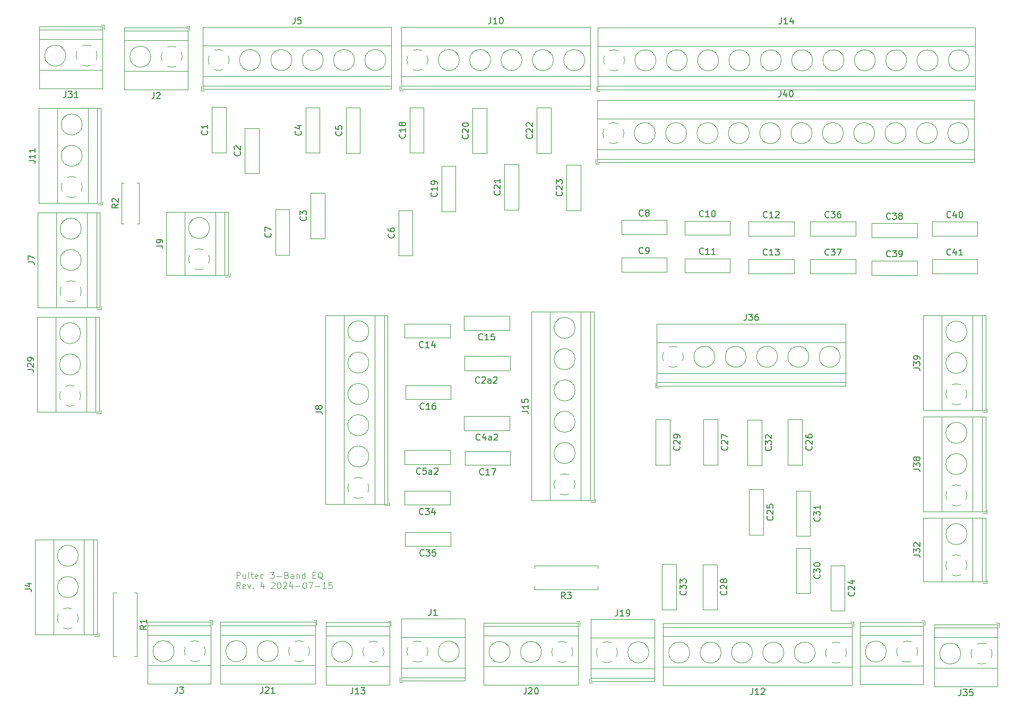
<source format=gbr>
%TF.GenerationSoftware,KiCad,Pcbnew,8.0.3*%
%TF.CreationDate,2024-07-16T22:22:09-07:00*%
%TF.ProjectId,pultec-three-band-eq,70756c74-6563-42d7-9468-7265652d6261,4*%
%TF.SameCoordinates,Original*%
%TF.FileFunction,Legend,Top*%
%TF.FilePolarity,Positive*%
%FSLAX46Y46*%
G04 Gerber Fmt 4.6, Leading zero omitted, Abs format (unit mm)*
G04 Created by KiCad (PCBNEW 8.0.3) date 2024-07-16 22:22:09*
%MOMM*%
%LPD*%
G01*
G04 APERTURE LIST*
%ADD10C,0.100000*%
%ADD11C,0.150000*%
%ADD12C,0.120000*%
G04 APERTURE END LIST*
D10*
X77164284Y-116728075D02*
X77164284Y-115728075D01*
X77164284Y-115728075D02*
X77545236Y-115728075D01*
X77545236Y-115728075D02*
X77640474Y-115775694D01*
X77640474Y-115775694D02*
X77688093Y-115823313D01*
X77688093Y-115823313D02*
X77735712Y-115918551D01*
X77735712Y-115918551D02*
X77735712Y-116061408D01*
X77735712Y-116061408D02*
X77688093Y-116156646D01*
X77688093Y-116156646D02*
X77640474Y-116204265D01*
X77640474Y-116204265D02*
X77545236Y-116251884D01*
X77545236Y-116251884D02*
X77164284Y-116251884D01*
X78592855Y-116061408D02*
X78592855Y-116728075D01*
X78164284Y-116061408D02*
X78164284Y-116585217D01*
X78164284Y-116585217D02*
X78211903Y-116680456D01*
X78211903Y-116680456D02*
X78307141Y-116728075D01*
X78307141Y-116728075D02*
X78449998Y-116728075D01*
X78449998Y-116728075D02*
X78545236Y-116680456D01*
X78545236Y-116680456D02*
X78592855Y-116632836D01*
X79211903Y-116728075D02*
X79116665Y-116680456D01*
X79116665Y-116680456D02*
X79069046Y-116585217D01*
X79069046Y-116585217D02*
X79069046Y-115728075D01*
X79449999Y-116061408D02*
X79830951Y-116061408D01*
X79592856Y-115728075D02*
X79592856Y-116585217D01*
X79592856Y-116585217D02*
X79640475Y-116680456D01*
X79640475Y-116680456D02*
X79735713Y-116728075D01*
X79735713Y-116728075D02*
X79830951Y-116728075D01*
X80545237Y-116680456D02*
X80449999Y-116728075D01*
X80449999Y-116728075D02*
X80259523Y-116728075D01*
X80259523Y-116728075D02*
X80164285Y-116680456D01*
X80164285Y-116680456D02*
X80116666Y-116585217D01*
X80116666Y-116585217D02*
X80116666Y-116204265D01*
X80116666Y-116204265D02*
X80164285Y-116109027D01*
X80164285Y-116109027D02*
X80259523Y-116061408D01*
X80259523Y-116061408D02*
X80449999Y-116061408D01*
X80449999Y-116061408D02*
X80545237Y-116109027D01*
X80545237Y-116109027D02*
X80592856Y-116204265D01*
X80592856Y-116204265D02*
X80592856Y-116299503D01*
X80592856Y-116299503D02*
X80116666Y-116394741D01*
X81449999Y-116680456D02*
X81354761Y-116728075D01*
X81354761Y-116728075D02*
X81164285Y-116728075D01*
X81164285Y-116728075D02*
X81069047Y-116680456D01*
X81069047Y-116680456D02*
X81021428Y-116632836D01*
X81021428Y-116632836D02*
X80973809Y-116537598D01*
X80973809Y-116537598D02*
X80973809Y-116251884D01*
X80973809Y-116251884D02*
X81021428Y-116156646D01*
X81021428Y-116156646D02*
X81069047Y-116109027D01*
X81069047Y-116109027D02*
X81164285Y-116061408D01*
X81164285Y-116061408D02*
X81354761Y-116061408D01*
X81354761Y-116061408D02*
X81449999Y-116109027D01*
X82545238Y-115728075D02*
X83164285Y-115728075D01*
X83164285Y-115728075D02*
X82830952Y-116109027D01*
X82830952Y-116109027D02*
X82973809Y-116109027D01*
X82973809Y-116109027D02*
X83069047Y-116156646D01*
X83069047Y-116156646D02*
X83116666Y-116204265D01*
X83116666Y-116204265D02*
X83164285Y-116299503D01*
X83164285Y-116299503D02*
X83164285Y-116537598D01*
X83164285Y-116537598D02*
X83116666Y-116632836D01*
X83116666Y-116632836D02*
X83069047Y-116680456D01*
X83069047Y-116680456D02*
X82973809Y-116728075D01*
X82973809Y-116728075D02*
X82688095Y-116728075D01*
X82688095Y-116728075D02*
X82592857Y-116680456D01*
X82592857Y-116680456D02*
X82545238Y-116632836D01*
X83592857Y-116347122D02*
X84354762Y-116347122D01*
X85164285Y-116204265D02*
X85307142Y-116251884D01*
X85307142Y-116251884D02*
X85354761Y-116299503D01*
X85354761Y-116299503D02*
X85402380Y-116394741D01*
X85402380Y-116394741D02*
X85402380Y-116537598D01*
X85402380Y-116537598D02*
X85354761Y-116632836D01*
X85354761Y-116632836D02*
X85307142Y-116680456D01*
X85307142Y-116680456D02*
X85211904Y-116728075D01*
X85211904Y-116728075D02*
X84830952Y-116728075D01*
X84830952Y-116728075D02*
X84830952Y-115728075D01*
X84830952Y-115728075D02*
X85164285Y-115728075D01*
X85164285Y-115728075D02*
X85259523Y-115775694D01*
X85259523Y-115775694D02*
X85307142Y-115823313D01*
X85307142Y-115823313D02*
X85354761Y-115918551D01*
X85354761Y-115918551D02*
X85354761Y-116013789D01*
X85354761Y-116013789D02*
X85307142Y-116109027D01*
X85307142Y-116109027D02*
X85259523Y-116156646D01*
X85259523Y-116156646D02*
X85164285Y-116204265D01*
X85164285Y-116204265D02*
X84830952Y-116204265D01*
X86259523Y-116728075D02*
X86259523Y-116204265D01*
X86259523Y-116204265D02*
X86211904Y-116109027D01*
X86211904Y-116109027D02*
X86116666Y-116061408D01*
X86116666Y-116061408D02*
X85926190Y-116061408D01*
X85926190Y-116061408D02*
X85830952Y-116109027D01*
X86259523Y-116680456D02*
X86164285Y-116728075D01*
X86164285Y-116728075D02*
X85926190Y-116728075D01*
X85926190Y-116728075D02*
X85830952Y-116680456D01*
X85830952Y-116680456D02*
X85783333Y-116585217D01*
X85783333Y-116585217D02*
X85783333Y-116489979D01*
X85783333Y-116489979D02*
X85830952Y-116394741D01*
X85830952Y-116394741D02*
X85926190Y-116347122D01*
X85926190Y-116347122D02*
X86164285Y-116347122D01*
X86164285Y-116347122D02*
X86259523Y-116299503D01*
X86735714Y-116061408D02*
X86735714Y-116728075D01*
X86735714Y-116156646D02*
X86783333Y-116109027D01*
X86783333Y-116109027D02*
X86878571Y-116061408D01*
X86878571Y-116061408D02*
X87021428Y-116061408D01*
X87021428Y-116061408D02*
X87116666Y-116109027D01*
X87116666Y-116109027D02*
X87164285Y-116204265D01*
X87164285Y-116204265D02*
X87164285Y-116728075D01*
X88069047Y-116728075D02*
X88069047Y-115728075D01*
X88069047Y-116680456D02*
X87973809Y-116728075D01*
X87973809Y-116728075D02*
X87783333Y-116728075D01*
X87783333Y-116728075D02*
X87688095Y-116680456D01*
X87688095Y-116680456D02*
X87640476Y-116632836D01*
X87640476Y-116632836D02*
X87592857Y-116537598D01*
X87592857Y-116537598D02*
X87592857Y-116251884D01*
X87592857Y-116251884D02*
X87640476Y-116156646D01*
X87640476Y-116156646D02*
X87688095Y-116109027D01*
X87688095Y-116109027D02*
X87783333Y-116061408D01*
X87783333Y-116061408D02*
X87973809Y-116061408D01*
X87973809Y-116061408D02*
X88069047Y-116109027D01*
X89307143Y-116204265D02*
X89640476Y-116204265D01*
X89783333Y-116728075D02*
X89307143Y-116728075D01*
X89307143Y-116728075D02*
X89307143Y-115728075D01*
X89307143Y-115728075D02*
X89783333Y-115728075D01*
X90878571Y-116823313D02*
X90783333Y-116775694D01*
X90783333Y-116775694D02*
X90688095Y-116680456D01*
X90688095Y-116680456D02*
X90545238Y-116537598D01*
X90545238Y-116537598D02*
X90450000Y-116489979D01*
X90450000Y-116489979D02*
X90354762Y-116489979D01*
X90402381Y-116728075D02*
X90307143Y-116680456D01*
X90307143Y-116680456D02*
X90211905Y-116585217D01*
X90211905Y-116585217D02*
X90164286Y-116394741D01*
X90164286Y-116394741D02*
X90164286Y-116061408D01*
X90164286Y-116061408D02*
X90211905Y-115870932D01*
X90211905Y-115870932D02*
X90307143Y-115775694D01*
X90307143Y-115775694D02*
X90402381Y-115728075D01*
X90402381Y-115728075D02*
X90592857Y-115728075D01*
X90592857Y-115728075D02*
X90688095Y-115775694D01*
X90688095Y-115775694D02*
X90783333Y-115870932D01*
X90783333Y-115870932D02*
X90830952Y-116061408D01*
X90830952Y-116061408D02*
X90830952Y-116394741D01*
X90830952Y-116394741D02*
X90783333Y-116585217D01*
X90783333Y-116585217D02*
X90688095Y-116680456D01*
X90688095Y-116680456D02*
X90592857Y-116728075D01*
X90592857Y-116728075D02*
X90402381Y-116728075D01*
X77735712Y-118338019D02*
X77402379Y-117861828D01*
X77164284Y-118338019D02*
X77164284Y-117338019D01*
X77164284Y-117338019D02*
X77545236Y-117338019D01*
X77545236Y-117338019D02*
X77640474Y-117385638D01*
X77640474Y-117385638D02*
X77688093Y-117433257D01*
X77688093Y-117433257D02*
X77735712Y-117528495D01*
X77735712Y-117528495D02*
X77735712Y-117671352D01*
X77735712Y-117671352D02*
X77688093Y-117766590D01*
X77688093Y-117766590D02*
X77640474Y-117814209D01*
X77640474Y-117814209D02*
X77545236Y-117861828D01*
X77545236Y-117861828D02*
X77164284Y-117861828D01*
X78545236Y-118290400D02*
X78449998Y-118338019D01*
X78449998Y-118338019D02*
X78259522Y-118338019D01*
X78259522Y-118338019D02*
X78164284Y-118290400D01*
X78164284Y-118290400D02*
X78116665Y-118195161D01*
X78116665Y-118195161D02*
X78116665Y-117814209D01*
X78116665Y-117814209D02*
X78164284Y-117718971D01*
X78164284Y-117718971D02*
X78259522Y-117671352D01*
X78259522Y-117671352D02*
X78449998Y-117671352D01*
X78449998Y-117671352D02*
X78545236Y-117718971D01*
X78545236Y-117718971D02*
X78592855Y-117814209D01*
X78592855Y-117814209D02*
X78592855Y-117909447D01*
X78592855Y-117909447D02*
X78116665Y-118004685D01*
X78926189Y-117671352D02*
X79164284Y-118338019D01*
X79164284Y-118338019D02*
X79402379Y-117671352D01*
X79783332Y-118242780D02*
X79830951Y-118290400D01*
X79830951Y-118290400D02*
X79783332Y-118338019D01*
X79783332Y-118338019D02*
X79735713Y-118290400D01*
X79735713Y-118290400D02*
X79783332Y-118242780D01*
X79783332Y-118242780D02*
X79783332Y-118338019D01*
X81449998Y-117671352D02*
X81449998Y-118338019D01*
X81211903Y-117290400D02*
X80973808Y-118004685D01*
X80973808Y-118004685D02*
X81592855Y-118004685D01*
X82688094Y-117433257D02*
X82735713Y-117385638D01*
X82735713Y-117385638D02*
X82830951Y-117338019D01*
X82830951Y-117338019D02*
X83069046Y-117338019D01*
X83069046Y-117338019D02*
X83164284Y-117385638D01*
X83164284Y-117385638D02*
X83211903Y-117433257D01*
X83211903Y-117433257D02*
X83259522Y-117528495D01*
X83259522Y-117528495D02*
X83259522Y-117623733D01*
X83259522Y-117623733D02*
X83211903Y-117766590D01*
X83211903Y-117766590D02*
X82640475Y-118338019D01*
X82640475Y-118338019D02*
X83259522Y-118338019D01*
X83878570Y-117338019D02*
X83973808Y-117338019D01*
X83973808Y-117338019D02*
X84069046Y-117385638D01*
X84069046Y-117385638D02*
X84116665Y-117433257D01*
X84116665Y-117433257D02*
X84164284Y-117528495D01*
X84164284Y-117528495D02*
X84211903Y-117718971D01*
X84211903Y-117718971D02*
X84211903Y-117957066D01*
X84211903Y-117957066D02*
X84164284Y-118147542D01*
X84164284Y-118147542D02*
X84116665Y-118242780D01*
X84116665Y-118242780D02*
X84069046Y-118290400D01*
X84069046Y-118290400D02*
X83973808Y-118338019D01*
X83973808Y-118338019D02*
X83878570Y-118338019D01*
X83878570Y-118338019D02*
X83783332Y-118290400D01*
X83783332Y-118290400D02*
X83735713Y-118242780D01*
X83735713Y-118242780D02*
X83688094Y-118147542D01*
X83688094Y-118147542D02*
X83640475Y-117957066D01*
X83640475Y-117957066D02*
X83640475Y-117718971D01*
X83640475Y-117718971D02*
X83688094Y-117528495D01*
X83688094Y-117528495D02*
X83735713Y-117433257D01*
X83735713Y-117433257D02*
X83783332Y-117385638D01*
X83783332Y-117385638D02*
X83878570Y-117338019D01*
X84592856Y-117433257D02*
X84640475Y-117385638D01*
X84640475Y-117385638D02*
X84735713Y-117338019D01*
X84735713Y-117338019D02*
X84973808Y-117338019D01*
X84973808Y-117338019D02*
X85069046Y-117385638D01*
X85069046Y-117385638D02*
X85116665Y-117433257D01*
X85116665Y-117433257D02*
X85164284Y-117528495D01*
X85164284Y-117528495D02*
X85164284Y-117623733D01*
X85164284Y-117623733D02*
X85116665Y-117766590D01*
X85116665Y-117766590D02*
X84545237Y-118338019D01*
X84545237Y-118338019D02*
X85164284Y-118338019D01*
X86021427Y-117671352D02*
X86021427Y-118338019D01*
X85783332Y-117290400D02*
X85545237Y-118004685D01*
X85545237Y-118004685D02*
X86164284Y-118004685D01*
X86545237Y-117957066D02*
X87307142Y-117957066D01*
X87973808Y-117338019D02*
X88069046Y-117338019D01*
X88069046Y-117338019D02*
X88164284Y-117385638D01*
X88164284Y-117385638D02*
X88211903Y-117433257D01*
X88211903Y-117433257D02*
X88259522Y-117528495D01*
X88259522Y-117528495D02*
X88307141Y-117718971D01*
X88307141Y-117718971D02*
X88307141Y-117957066D01*
X88307141Y-117957066D02*
X88259522Y-118147542D01*
X88259522Y-118147542D02*
X88211903Y-118242780D01*
X88211903Y-118242780D02*
X88164284Y-118290400D01*
X88164284Y-118290400D02*
X88069046Y-118338019D01*
X88069046Y-118338019D02*
X87973808Y-118338019D01*
X87973808Y-118338019D02*
X87878570Y-118290400D01*
X87878570Y-118290400D02*
X87830951Y-118242780D01*
X87830951Y-118242780D02*
X87783332Y-118147542D01*
X87783332Y-118147542D02*
X87735713Y-117957066D01*
X87735713Y-117957066D02*
X87735713Y-117718971D01*
X87735713Y-117718971D02*
X87783332Y-117528495D01*
X87783332Y-117528495D02*
X87830951Y-117433257D01*
X87830951Y-117433257D02*
X87878570Y-117385638D01*
X87878570Y-117385638D02*
X87973808Y-117338019D01*
X88640475Y-117338019D02*
X89307141Y-117338019D01*
X89307141Y-117338019D02*
X88878570Y-118338019D01*
X89688094Y-117957066D02*
X90449999Y-117957066D01*
X91449998Y-118338019D02*
X90878570Y-118338019D01*
X91164284Y-118338019D02*
X91164284Y-117338019D01*
X91164284Y-117338019D02*
X91069046Y-117480876D01*
X91069046Y-117480876D02*
X90973808Y-117576114D01*
X90973808Y-117576114D02*
X90878570Y-117623733D01*
X92354760Y-117338019D02*
X91878570Y-117338019D01*
X91878570Y-117338019D02*
X91830951Y-117814209D01*
X91830951Y-117814209D02*
X91878570Y-117766590D01*
X91878570Y-117766590D02*
X91973808Y-117718971D01*
X91973808Y-117718971D02*
X92211903Y-117718971D01*
X92211903Y-117718971D02*
X92307141Y-117766590D01*
X92307141Y-117766590D02*
X92354760Y-117814209D01*
X92354760Y-117814209D02*
X92402379Y-117909447D01*
X92402379Y-117909447D02*
X92402379Y-118147542D01*
X92402379Y-118147542D02*
X92354760Y-118242780D01*
X92354760Y-118242780D02*
X92307141Y-118290400D01*
X92307141Y-118290400D02*
X92211903Y-118338019D01*
X92211903Y-118338019D02*
X91973808Y-118338019D01*
X91973808Y-118338019D02*
X91878570Y-118290400D01*
X91878570Y-118290400D02*
X91830951Y-118242780D01*
D11*
X122684019Y-90017523D02*
X123398304Y-90017523D01*
X123398304Y-90017523D02*
X123541161Y-90065142D01*
X123541161Y-90065142D02*
X123636400Y-90160380D01*
X123636400Y-90160380D02*
X123684019Y-90303237D01*
X123684019Y-90303237D02*
X123684019Y-90398475D01*
X123684019Y-89017523D02*
X123684019Y-89588951D01*
X123684019Y-89303237D02*
X122684019Y-89303237D01*
X122684019Y-89303237D02*
X122826876Y-89398475D01*
X122826876Y-89398475D02*
X122922114Y-89493713D01*
X122922114Y-89493713D02*
X122969733Y-89588951D01*
X122684019Y-88112761D02*
X122684019Y-88588951D01*
X122684019Y-88588951D02*
X123160209Y-88636570D01*
X123160209Y-88636570D02*
X123112590Y-88588951D01*
X123112590Y-88588951D02*
X123064971Y-88493713D01*
X123064971Y-88493713D02*
X123064971Y-88255618D01*
X123064971Y-88255618D02*
X123112590Y-88160380D01*
X123112590Y-88160380D02*
X123160209Y-88112761D01*
X123160209Y-88112761D02*
X123255447Y-88065142D01*
X123255447Y-88065142D02*
X123493542Y-88065142D01*
X123493542Y-88065142D02*
X123588780Y-88112761D01*
X123588780Y-88112761D02*
X123636400Y-88160380D01*
X123636400Y-88160380D02*
X123684019Y-88255618D01*
X123684019Y-88255618D02*
X123684019Y-88493713D01*
X123684019Y-88493713D02*
X123636400Y-88588951D01*
X123636400Y-88588951D02*
X123588780Y-88636570D01*
X163968476Y-38813419D02*
X163968476Y-39527704D01*
X163968476Y-39527704D02*
X163920857Y-39670561D01*
X163920857Y-39670561D02*
X163825619Y-39765800D01*
X163825619Y-39765800D02*
X163682762Y-39813419D01*
X163682762Y-39813419D02*
X163587524Y-39813419D01*
X164873238Y-39146752D02*
X164873238Y-39813419D01*
X164635143Y-38765800D02*
X164397048Y-39480085D01*
X164397048Y-39480085D02*
X165016095Y-39480085D01*
X165587524Y-38813419D02*
X165682762Y-38813419D01*
X165682762Y-38813419D02*
X165778000Y-38861038D01*
X165778000Y-38861038D02*
X165825619Y-38908657D01*
X165825619Y-38908657D02*
X165873238Y-39003895D01*
X165873238Y-39003895D02*
X165920857Y-39194371D01*
X165920857Y-39194371D02*
X165920857Y-39432466D01*
X165920857Y-39432466D02*
X165873238Y-39622942D01*
X165873238Y-39622942D02*
X165825619Y-39718180D01*
X165825619Y-39718180D02*
X165778000Y-39765800D01*
X165778000Y-39765800D02*
X165682762Y-39813419D01*
X165682762Y-39813419D02*
X165587524Y-39813419D01*
X165587524Y-39813419D02*
X165492286Y-39765800D01*
X165492286Y-39765800D02*
X165444667Y-39718180D01*
X165444667Y-39718180D02*
X165397048Y-39622942D01*
X165397048Y-39622942D02*
X165349429Y-39432466D01*
X165349429Y-39432466D02*
X165349429Y-39194371D01*
X165349429Y-39194371D02*
X165397048Y-39003895D01*
X165397048Y-39003895D02*
X165444667Y-38908657D01*
X165444667Y-38908657D02*
X165492286Y-38861038D01*
X165492286Y-38861038D02*
X165587524Y-38813419D01*
X158466876Y-74525619D02*
X158466876Y-75239904D01*
X158466876Y-75239904D02*
X158419257Y-75382761D01*
X158419257Y-75382761D02*
X158324019Y-75478000D01*
X158324019Y-75478000D02*
X158181162Y-75525619D01*
X158181162Y-75525619D02*
X158085924Y-75525619D01*
X158847829Y-74525619D02*
X159466876Y-74525619D01*
X159466876Y-74525619D02*
X159133543Y-74906571D01*
X159133543Y-74906571D02*
X159276400Y-74906571D01*
X159276400Y-74906571D02*
X159371638Y-74954190D01*
X159371638Y-74954190D02*
X159419257Y-75001809D01*
X159419257Y-75001809D02*
X159466876Y-75097047D01*
X159466876Y-75097047D02*
X159466876Y-75335142D01*
X159466876Y-75335142D02*
X159419257Y-75430380D01*
X159419257Y-75430380D02*
X159371638Y-75478000D01*
X159371638Y-75478000D02*
X159276400Y-75525619D01*
X159276400Y-75525619D02*
X158990686Y-75525619D01*
X158990686Y-75525619D02*
X158895448Y-75478000D01*
X158895448Y-75478000D02*
X158847829Y-75430380D01*
X160324019Y-74525619D02*
X160133543Y-74525619D01*
X160133543Y-74525619D02*
X160038305Y-74573238D01*
X160038305Y-74573238D02*
X159990686Y-74620857D01*
X159990686Y-74620857D02*
X159895448Y-74763714D01*
X159895448Y-74763714D02*
X159847829Y-74954190D01*
X159847829Y-74954190D02*
X159847829Y-75335142D01*
X159847829Y-75335142D02*
X159895448Y-75430380D01*
X159895448Y-75430380D02*
X159943067Y-75478000D01*
X159943067Y-75478000D02*
X160038305Y-75525619D01*
X160038305Y-75525619D02*
X160228781Y-75525619D01*
X160228781Y-75525619D02*
X160324019Y-75478000D01*
X160324019Y-75478000D02*
X160371638Y-75430380D01*
X160371638Y-75430380D02*
X160419257Y-75335142D01*
X160419257Y-75335142D02*
X160419257Y-75097047D01*
X160419257Y-75097047D02*
X160371638Y-75001809D01*
X160371638Y-75001809D02*
X160324019Y-74954190D01*
X160324019Y-74954190D02*
X160228781Y-74906571D01*
X160228781Y-74906571D02*
X160038305Y-74906571D01*
X160038305Y-74906571D02*
X159943067Y-74954190D01*
X159943067Y-74954190D02*
X159895448Y-75001809D01*
X159895448Y-75001809D02*
X159847829Y-75097047D01*
X185168019Y-83127123D02*
X185882304Y-83127123D01*
X185882304Y-83127123D02*
X186025161Y-83174742D01*
X186025161Y-83174742D02*
X186120400Y-83269980D01*
X186120400Y-83269980D02*
X186168019Y-83412837D01*
X186168019Y-83412837D02*
X186168019Y-83508075D01*
X185168019Y-82746170D02*
X185168019Y-82127123D01*
X185168019Y-82127123D02*
X185548971Y-82460456D01*
X185548971Y-82460456D02*
X185548971Y-82317599D01*
X185548971Y-82317599D02*
X185596590Y-82222361D01*
X185596590Y-82222361D02*
X185644209Y-82174742D01*
X185644209Y-82174742D02*
X185739447Y-82127123D01*
X185739447Y-82127123D02*
X185977542Y-82127123D01*
X185977542Y-82127123D02*
X186072780Y-82174742D01*
X186072780Y-82174742D02*
X186120400Y-82222361D01*
X186120400Y-82222361D02*
X186168019Y-82317599D01*
X186168019Y-82317599D02*
X186168019Y-82603313D01*
X186168019Y-82603313D02*
X186120400Y-82698551D01*
X186120400Y-82698551D02*
X186072780Y-82746170D01*
X186168019Y-81650932D02*
X186168019Y-81460456D01*
X186168019Y-81460456D02*
X186120400Y-81365218D01*
X186120400Y-81365218D02*
X186072780Y-81317599D01*
X186072780Y-81317599D02*
X185929923Y-81222361D01*
X185929923Y-81222361D02*
X185739447Y-81174742D01*
X185739447Y-81174742D02*
X185358495Y-81174742D01*
X185358495Y-81174742D02*
X185263257Y-81222361D01*
X185263257Y-81222361D02*
X185215638Y-81269980D01*
X185215638Y-81269980D02*
X185168019Y-81365218D01*
X185168019Y-81365218D02*
X185168019Y-81555694D01*
X185168019Y-81555694D02*
X185215638Y-81650932D01*
X185215638Y-81650932D02*
X185263257Y-81698551D01*
X185263257Y-81698551D02*
X185358495Y-81746170D01*
X185358495Y-81746170D02*
X185596590Y-81746170D01*
X185596590Y-81746170D02*
X185691828Y-81698551D01*
X185691828Y-81698551D02*
X185739447Y-81650932D01*
X185739447Y-81650932D02*
X185787066Y-81555694D01*
X185787066Y-81555694D02*
X185787066Y-81365218D01*
X185787066Y-81365218D02*
X185739447Y-81269980D01*
X185739447Y-81269980D02*
X185691828Y-81222361D01*
X185691828Y-81222361D02*
X185596590Y-81174742D01*
X185168019Y-99281523D02*
X185882304Y-99281523D01*
X185882304Y-99281523D02*
X186025161Y-99329142D01*
X186025161Y-99329142D02*
X186120400Y-99424380D01*
X186120400Y-99424380D02*
X186168019Y-99567237D01*
X186168019Y-99567237D02*
X186168019Y-99662475D01*
X185168019Y-98900570D02*
X185168019Y-98281523D01*
X185168019Y-98281523D02*
X185548971Y-98614856D01*
X185548971Y-98614856D02*
X185548971Y-98471999D01*
X185548971Y-98471999D02*
X185596590Y-98376761D01*
X185596590Y-98376761D02*
X185644209Y-98329142D01*
X185644209Y-98329142D02*
X185739447Y-98281523D01*
X185739447Y-98281523D02*
X185977542Y-98281523D01*
X185977542Y-98281523D02*
X186072780Y-98329142D01*
X186072780Y-98329142D02*
X186120400Y-98376761D01*
X186120400Y-98376761D02*
X186168019Y-98471999D01*
X186168019Y-98471999D02*
X186168019Y-98757713D01*
X186168019Y-98757713D02*
X186120400Y-98852951D01*
X186120400Y-98852951D02*
X186072780Y-98900570D01*
X185596590Y-97710094D02*
X185548971Y-97805332D01*
X185548971Y-97805332D02*
X185501352Y-97852951D01*
X185501352Y-97852951D02*
X185406114Y-97900570D01*
X185406114Y-97900570D02*
X185358495Y-97900570D01*
X185358495Y-97900570D02*
X185263257Y-97852951D01*
X185263257Y-97852951D02*
X185215638Y-97805332D01*
X185215638Y-97805332D02*
X185168019Y-97710094D01*
X185168019Y-97710094D02*
X185168019Y-97519618D01*
X185168019Y-97519618D02*
X185215638Y-97424380D01*
X185215638Y-97424380D02*
X185263257Y-97376761D01*
X185263257Y-97376761D02*
X185358495Y-97329142D01*
X185358495Y-97329142D02*
X185406114Y-97329142D01*
X185406114Y-97329142D02*
X185501352Y-97376761D01*
X185501352Y-97376761D02*
X185548971Y-97424380D01*
X185548971Y-97424380D02*
X185596590Y-97519618D01*
X185596590Y-97519618D02*
X185596590Y-97710094D01*
X185596590Y-97710094D02*
X185644209Y-97805332D01*
X185644209Y-97805332D02*
X185691828Y-97852951D01*
X185691828Y-97852951D02*
X185787066Y-97900570D01*
X185787066Y-97900570D02*
X185977542Y-97900570D01*
X185977542Y-97900570D02*
X186072780Y-97852951D01*
X186072780Y-97852951D02*
X186120400Y-97805332D01*
X186120400Y-97805332D02*
X186168019Y-97710094D01*
X186168019Y-97710094D02*
X186168019Y-97519618D01*
X186168019Y-97519618D02*
X186120400Y-97424380D01*
X186120400Y-97424380D02*
X186072780Y-97376761D01*
X186072780Y-97376761D02*
X185977542Y-97329142D01*
X185977542Y-97329142D02*
X185787066Y-97329142D01*
X185787066Y-97329142D02*
X185691828Y-97376761D01*
X185691828Y-97376761D02*
X185644209Y-97424380D01*
X185644209Y-97424380D02*
X185596590Y-97519618D01*
X192687676Y-134441819D02*
X192687676Y-135156104D01*
X192687676Y-135156104D02*
X192640057Y-135298961D01*
X192640057Y-135298961D02*
X192544819Y-135394200D01*
X192544819Y-135394200D02*
X192401962Y-135441819D01*
X192401962Y-135441819D02*
X192306724Y-135441819D01*
X193068629Y-134441819D02*
X193687676Y-134441819D01*
X193687676Y-134441819D02*
X193354343Y-134822771D01*
X193354343Y-134822771D02*
X193497200Y-134822771D01*
X193497200Y-134822771D02*
X193592438Y-134870390D01*
X193592438Y-134870390D02*
X193640057Y-134918009D01*
X193640057Y-134918009D02*
X193687676Y-135013247D01*
X193687676Y-135013247D02*
X193687676Y-135251342D01*
X193687676Y-135251342D02*
X193640057Y-135346580D01*
X193640057Y-135346580D02*
X193592438Y-135394200D01*
X193592438Y-135394200D02*
X193497200Y-135441819D01*
X193497200Y-135441819D02*
X193211486Y-135441819D01*
X193211486Y-135441819D02*
X193116248Y-135394200D01*
X193116248Y-135394200D02*
X193068629Y-135346580D01*
X194592438Y-134441819D02*
X194116248Y-134441819D01*
X194116248Y-134441819D02*
X194068629Y-134918009D01*
X194068629Y-134918009D02*
X194116248Y-134870390D01*
X194116248Y-134870390D02*
X194211486Y-134822771D01*
X194211486Y-134822771D02*
X194449581Y-134822771D01*
X194449581Y-134822771D02*
X194544819Y-134870390D01*
X194544819Y-134870390D02*
X194592438Y-134918009D01*
X194592438Y-134918009D02*
X194640057Y-135013247D01*
X194640057Y-135013247D02*
X194640057Y-135251342D01*
X194640057Y-135251342D02*
X194592438Y-135346580D01*
X194592438Y-135346580D02*
X194544819Y-135394200D01*
X194544819Y-135394200D02*
X194449581Y-135441819D01*
X194449581Y-135441819D02*
X194211486Y-135441819D01*
X194211486Y-135441819D02*
X194116248Y-135394200D01*
X194116248Y-135394200D02*
X194068629Y-135346580D01*
X185168019Y-112957523D02*
X185882304Y-112957523D01*
X185882304Y-112957523D02*
X186025161Y-113005142D01*
X186025161Y-113005142D02*
X186120400Y-113100380D01*
X186120400Y-113100380D02*
X186168019Y-113243237D01*
X186168019Y-113243237D02*
X186168019Y-113338475D01*
X185168019Y-112576570D02*
X185168019Y-111957523D01*
X185168019Y-111957523D02*
X185548971Y-112290856D01*
X185548971Y-112290856D02*
X185548971Y-112147999D01*
X185548971Y-112147999D02*
X185596590Y-112052761D01*
X185596590Y-112052761D02*
X185644209Y-112005142D01*
X185644209Y-112005142D02*
X185739447Y-111957523D01*
X185739447Y-111957523D02*
X185977542Y-111957523D01*
X185977542Y-111957523D02*
X186072780Y-112005142D01*
X186072780Y-112005142D02*
X186120400Y-112052761D01*
X186120400Y-112052761D02*
X186168019Y-112147999D01*
X186168019Y-112147999D02*
X186168019Y-112433713D01*
X186168019Y-112433713D02*
X186120400Y-112528951D01*
X186120400Y-112528951D02*
X186072780Y-112576570D01*
X185263257Y-111576570D02*
X185215638Y-111528951D01*
X185215638Y-111528951D02*
X185168019Y-111433713D01*
X185168019Y-111433713D02*
X185168019Y-111195618D01*
X185168019Y-111195618D02*
X185215638Y-111100380D01*
X185215638Y-111100380D02*
X185263257Y-111052761D01*
X185263257Y-111052761D02*
X185358495Y-111005142D01*
X185358495Y-111005142D02*
X185453733Y-111005142D01*
X185453733Y-111005142D02*
X185596590Y-111052761D01*
X185596590Y-111052761D02*
X186168019Y-111624189D01*
X186168019Y-111624189D02*
X186168019Y-111005142D01*
X49939676Y-38937819D02*
X49939676Y-39652104D01*
X49939676Y-39652104D02*
X49892057Y-39794961D01*
X49892057Y-39794961D02*
X49796819Y-39890200D01*
X49796819Y-39890200D02*
X49653962Y-39937819D01*
X49653962Y-39937819D02*
X49558724Y-39937819D01*
X50320629Y-38937819D02*
X50939676Y-38937819D01*
X50939676Y-38937819D02*
X50606343Y-39318771D01*
X50606343Y-39318771D02*
X50749200Y-39318771D01*
X50749200Y-39318771D02*
X50844438Y-39366390D01*
X50844438Y-39366390D02*
X50892057Y-39414009D01*
X50892057Y-39414009D02*
X50939676Y-39509247D01*
X50939676Y-39509247D02*
X50939676Y-39747342D01*
X50939676Y-39747342D02*
X50892057Y-39842580D01*
X50892057Y-39842580D02*
X50844438Y-39890200D01*
X50844438Y-39890200D02*
X50749200Y-39937819D01*
X50749200Y-39937819D02*
X50463486Y-39937819D01*
X50463486Y-39937819D02*
X50368248Y-39890200D01*
X50368248Y-39890200D02*
X50320629Y-39842580D01*
X51892057Y-39937819D02*
X51320629Y-39937819D01*
X51606343Y-39937819D02*
X51606343Y-38937819D01*
X51606343Y-38937819D02*
X51511105Y-39080676D01*
X51511105Y-39080676D02*
X51415867Y-39175914D01*
X51415867Y-39175914D02*
X51320629Y-39223533D01*
X164068876Y-27180019D02*
X164068876Y-27894304D01*
X164068876Y-27894304D02*
X164021257Y-28037161D01*
X164021257Y-28037161D02*
X163926019Y-28132400D01*
X163926019Y-28132400D02*
X163783162Y-28180019D01*
X163783162Y-28180019D02*
X163687924Y-28180019D01*
X165068876Y-28180019D02*
X164497448Y-28180019D01*
X164783162Y-28180019D02*
X164783162Y-27180019D01*
X164783162Y-27180019D02*
X164687924Y-27322876D01*
X164687924Y-27322876D02*
X164592686Y-27418114D01*
X164592686Y-27418114D02*
X164497448Y-27465733D01*
X165926019Y-27513352D02*
X165926019Y-28180019D01*
X165687924Y-27132400D02*
X165449829Y-27846685D01*
X165449829Y-27846685D02*
X166068876Y-27846685D01*
X191065542Y-65013180D02*
X191017923Y-65060800D01*
X191017923Y-65060800D02*
X190875066Y-65108419D01*
X190875066Y-65108419D02*
X190779828Y-65108419D01*
X190779828Y-65108419D02*
X190636971Y-65060800D01*
X190636971Y-65060800D02*
X190541733Y-64965561D01*
X190541733Y-64965561D02*
X190494114Y-64870323D01*
X190494114Y-64870323D02*
X190446495Y-64679847D01*
X190446495Y-64679847D02*
X190446495Y-64536990D01*
X190446495Y-64536990D02*
X190494114Y-64346514D01*
X190494114Y-64346514D02*
X190541733Y-64251276D01*
X190541733Y-64251276D02*
X190636971Y-64156038D01*
X190636971Y-64156038D02*
X190779828Y-64108419D01*
X190779828Y-64108419D02*
X190875066Y-64108419D01*
X190875066Y-64108419D02*
X191017923Y-64156038D01*
X191017923Y-64156038D02*
X191065542Y-64203657D01*
X191922685Y-64441752D02*
X191922685Y-65108419D01*
X191684590Y-64060800D02*
X191446495Y-64775085D01*
X191446495Y-64775085D02*
X192065542Y-64775085D01*
X192970304Y-65108419D02*
X192398876Y-65108419D01*
X192684590Y-65108419D02*
X192684590Y-64108419D01*
X192684590Y-64108419D02*
X192589352Y-64251276D01*
X192589352Y-64251276D02*
X192494114Y-64346514D01*
X192494114Y-64346514D02*
X192398876Y-64394133D01*
X191065542Y-59013180D02*
X191017923Y-59060800D01*
X191017923Y-59060800D02*
X190875066Y-59108419D01*
X190875066Y-59108419D02*
X190779828Y-59108419D01*
X190779828Y-59108419D02*
X190636971Y-59060800D01*
X190636971Y-59060800D02*
X190541733Y-58965561D01*
X190541733Y-58965561D02*
X190494114Y-58870323D01*
X190494114Y-58870323D02*
X190446495Y-58679847D01*
X190446495Y-58679847D02*
X190446495Y-58536990D01*
X190446495Y-58536990D02*
X190494114Y-58346514D01*
X190494114Y-58346514D02*
X190541733Y-58251276D01*
X190541733Y-58251276D02*
X190636971Y-58156038D01*
X190636971Y-58156038D02*
X190779828Y-58108419D01*
X190779828Y-58108419D02*
X190875066Y-58108419D01*
X190875066Y-58108419D02*
X191017923Y-58156038D01*
X191017923Y-58156038D02*
X191065542Y-58203657D01*
X191922685Y-58441752D02*
X191922685Y-59108419D01*
X191684590Y-58060800D02*
X191446495Y-58775085D01*
X191446495Y-58775085D02*
X192065542Y-58775085D01*
X192636971Y-58108419D02*
X192732209Y-58108419D01*
X192732209Y-58108419D02*
X192827447Y-58156038D01*
X192827447Y-58156038D02*
X192875066Y-58203657D01*
X192875066Y-58203657D02*
X192922685Y-58298895D01*
X192922685Y-58298895D02*
X192970304Y-58489371D01*
X192970304Y-58489371D02*
X192970304Y-58727466D01*
X192970304Y-58727466D02*
X192922685Y-58917942D01*
X192922685Y-58917942D02*
X192875066Y-59013180D01*
X192875066Y-59013180D02*
X192827447Y-59060800D01*
X192827447Y-59060800D02*
X192732209Y-59108419D01*
X192732209Y-59108419D02*
X192636971Y-59108419D01*
X192636971Y-59108419D02*
X192541733Y-59060800D01*
X192541733Y-59060800D02*
X192494114Y-59013180D01*
X192494114Y-59013180D02*
X192446495Y-58917942D01*
X192446495Y-58917942D02*
X192398876Y-58727466D01*
X192398876Y-58727466D02*
X192398876Y-58489371D01*
X192398876Y-58489371D02*
X192446495Y-58298895D01*
X192446495Y-58298895D02*
X192494114Y-58203657D01*
X192494114Y-58203657D02*
X192541733Y-58156038D01*
X192541733Y-58156038D02*
X192636971Y-58108419D01*
X181464342Y-65267180D02*
X181416723Y-65314800D01*
X181416723Y-65314800D02*
X181273866Y-65362419D01*
X181273866Y-65362419D02*
X181178628Y-65362419D01*
X181178628Y-65362419D02*
X181035771Y-65314800D01*
X181035771Y-65314800D02*
X180940533Y-65219561D01*
X180940533Y-65219561D02*
X180892914Y-65124323D01*
X180892914Y-65124323D02*
X180845295Y-64933847D01*
X180845295Y-64933847D02*
X180845295Y-64790990D01*
X180845295Y-64790990D02*
X180892914Y-64600514D01*
X180892914Y-64600514D02*
X180940533Y-64505276D01*
X180940533Y-64505276D02*
X181035771Y-64410038D01*
X181035771Y-64410038D02*
X181178628Y-64362419D01*
X181178628Y-64362419D02*
X181273866Y-64362419D01*
X181273866Y-64362419D02*
X181416723Y-64410038D01*
X181416723Y-64410038D02*
X181464342Y-64457657D01*
X181797676Y-64362419D02*
X182416723Y-64362419D01*
X182416723Y-64362419D02*
X182083390Y-64743371D01*
X182083390Y-64743371D02*
X182226247Y-64743371D01*
X182226247Y-64743371D02*
X182321485Y-64790990D01*
X182321485Y-64790990D02*
X182369104Y-64838609D01*
X182369104Y-64838609D02*
X182416723Y-64933847D01*
X182416723Y-64933847D02*
X182416723Y-65171942D01*
X182416723Y-65171942D02*
X182369104Y-65267180D01*
X182369104Y-65267180D02*
X182321485Y-65314800D01*
X182321485Y-65314800D02*
X182226247Y-65362419D01*
X182226247Y-65362419D02*
X181940533Y-65362419D01*
X181940533Y-65362419D02*
X181845295Y-65314800D01*
X181845295Y-65314800D02*
X181797676Y-65267180D01*
X182892914Y-65362419D02*
X183083390Y-65362419D01*
X183083390Y-65362419D02*
X183178628Y-65314800D01*
X183178628Y-65314800D02*
X183226247Y-65267180D01*
X183226247Y-65267180D02*
X183321485Y-65124323D01*
X183321485Y-65124323D02*
X183369104Y-64933847D01*
X183369104Y-64933847D02*
X183369104Y-64552895D01*
X183369104Y-64552895D02*
X183321485Y-64457657D01*
X183321485Y-64457657D02*
X183273866Y-64410038D01*
X183273866Y-64410038D02*
X183178628Y-64362419D01*
X183178628Y-64362419D02*
X182988152Y-64362419D01*
X182988152Y-64362419D02*
X182892914Y-64410038D01*
X182892914Y-64410038D02*
X182845295Y-64457657D01*
X182845295Y-64457657D02*
X182797676Y-64552895D01*
X182797676Y-64552895D02*
X182797676Y-64790990D01*
X182797676Y-64790990D02*
X182845295Y-64886228D01*
X182845295Y-64886228D02*
X182892914Y-64933847D01*
X182892914Y-64933847D02*
X182988152Y-64981466D01*
X182988152Y-64981466D02*
X183178628Y-64981466D01*
X183178628Y-64981466D02*
X183273866Y-64933847D01*
X183273866Y-64933847D02*
X183321485Y-64886228D01*
X183321485Y-64886228D02*
X183369104Y-64790990D01*
X181464342Y-59267180D02*
X181416723Y-59314800D01*
X181416723Y-59314800D02*
X181273866Y-59362419D01*
X181273866Y-59362419D02*
X181178628Y-59362419D01*
X181178628Y-59362419D02*
X181035771Y-59314800D01*
X181035771Y-59314800D02*
X180940533Y-59219561D01*
X180940533Y-59219561D02*
X180892914Y-59124323D01*
X180892914Y-59124323D02*
X180845295Y-58933847D01*
X180845295Y-58933847D02*
X180845295Y-58790990D01*
X180845295Y-58790990D02*
X180892914Y-58600514D01*
X180892914Y-58600514D02*
X180940533Y-58505276D01*
X180940533Y-58505276D02*
X181035771Y-58410038D01*
X181035771Y-58410038D02*
X181178628Y-58362419D01*
X181178628Y-58362419D02*
X181273866Y-58362419D01*
X181273866Y-58362419D02*
X181416723Y-58410038D01*
X181416723Y-58410038D02*
X181464342Y-58457657D01*
X181797676Y-58362419D02*
X182416723Y-58362419D01*
X182416723Y-58362419D02*
X182083390Y-58743371D01*
X182083390Y-58743371D02*
X182226247Y-58743371D01*
X182226247Y-58743371D02*
X182321485Y-58790990D01*
X182321485Y-58790990D02*
X182369104Y-58838609D01*
X182369104Y-58838609D02*
X182416723Y-58933847D01*
X182416723Y-58933847D02*
X182416723Y-59171942D01*
X182416723Y-59171942D02*
X182369104Y-59267180D01*
X182369104Y-59267180D02*
X182321485Y-59314800D01*
X182321485Y-59314800D02*
X182226247Y-59362419D01*
X182226247Y-59362419D02*
X181940533Y-59362419D01*
X181940533Y-59362419D02*
X181845295Y-59314800D01*
X181845295Y-59314800D02*
X181797676Y-59267180D01*
X182988152Y-58790990D02*
X182892914Y-58743371D01*
X182892914Y-58743371D02*
X182845295Y-58695752D01*
X182845295Y-58695752D02*
X182797676Y-58600514D01*
X182797676Y-58600514D02*
X182797676Y-58552895D01*
X182797676Y-58552895D02*
X182845295Y-58457657D01*
X182845295Y-58457657D02*
X182892914Y-58410038D01*
X182892914Y-58410038D02*
X182988152Y-58362419D01*
X182988152Y-58362419D02*
X183178628Y-58362419D01*
X183178628Y-58362419D02*
X183273866Y-58410038D01*
X183273866Y-58410038D02*
X183321485Y-58457657D01*
X183321485Y-58457657D02*
X183369104Y-58552895D01*
X183369104Y-58552895D02*
X183369104Y-58600514D01*
X183369104Y-58600514D02*
X183321485Y-58695752D01*
X183321485Y-58695752D02*
X183273866Y-58743371D01*
X183273866Y-58743371D02*
X183178628Y-58790990D01*
X183178628Y-58790990D02*
X182988152Y-58790990D01*
X182988152Y-58790990D02*
X182892914Y-58838609D01*
X182892914Y-58838609D02*
X182845295Y-58886228D01*
X182845295Y-58886228D02*
X182797676Y-58981466D01*
X182797676Y-58981466D02*
X182797676Y-59171942D01*
X182797676Y-59171942D02*
X182845295Y-59267180D01*
X182845295Y-59267180D02*
X182892914Y-59314800D01*
X182892914Y-59314800D02*
X182988152Y-59362419D01*
X182988152Y-59362419D02*
X183178628Y-59362419D01*
X183178628Y-59362419D02*
X183273866Y-59314800D01*
X183273866Y-59314800D02*
X183321485Y-59267180D01*
X183321485Y-59267180D02*
X183369104Y-59171942D01*
X183369104Y-59171942D02*
X183369104Y-58981466D01*
X183369104Y-58981466D02*
X183321485Y-58886228D01*
X183321485Y-58886228D02*
X183273866Y-58838609D01*
X183273866Y-58838609D02*
X183178628Y-58790990D01*
X171659942Y-65013180D02*
X171612323Y-65060800D01*
X171612323Y-65060800D02*
X171469466Y-65108419D01*
X171469466Y-65108419D02*
X171374228Y-65108419D01*
X171374228Y-65108419D02*
X171231371Y-65060800D01*
X171231371Y-65060800D02*
X171136133Y-64965561D01*
X171136133Y-64965561D02*
X171088514Y-64870323D01*
X171088514Y-64870323D02*
X171040895Y-64679847D01*
X171040895Y-64679847D02*
X171040895Y-64536990D01*
X171040895Y-64536990D02*
X171088514Y-64346514D01*
X171088514Y-64346514D02*
X171136133Y-64251276D01*
X171136133Y-64251276D02*
X171231371Y-64156038D01*
X171231371Y-64156038D02*
X171374228Y-64108419D01*
X171374228Y-64108419D02*
X171469466Y-64108419D01*
X171469466Y-64108419D02*
X171612323Y-64156038D01*
X171612323Y-64156038D02*
X171659942Y-64203657D01*
X171993276Y-64108419D02*
X172612323Y-64108419D01*
X172612323Y-64108419D02*
X172278990Y-64489371D01*
X172278990Y-64489371D02*
X172421847Y-64489371D01*
X172421847Y-64489371D02*
X172517085Y-64536990D01*
X172517085Y-64536990D02*
X172564704Y-64584609D01*
X172564704Y-64584609D02*
X172612323Y-64679847D01*
X172612323Y-64679847D02*
X172612323Y-64917942D01*
X172612323Y-64917942D02*
X172564704Y-65013180D01*
X172564704Y-65013180D02*
X172517085Y-65060800D01*
X172517085Y-65060800D02*
X172421847Y-65108419D01*
X172421847Y-65108419D02*
X172136133Y-65108419D01*
X172136133Y-65108419D02*
X172040895Y-65060800D01*
X172040895Y-65060800D02*
X171993276Y-65013180D01*
X172945657Y-64108419D02*
X173612323Y-64108419D01*
X173612323Y-64108419D02*
X173183752Y-65108419D01*
X171659942Y-59013180D02*
X171612323Y-59060800D01*
X171612323Y-59060800D02*
X171469466Y-59108419D01*
X171469466Y-59108419D02*
X171374228Y-59108419D01*
X171374228Y-59108419D02*
X171231371Y-59060800D01*
X171231371Y-59060800D02*
X171136133Y-58965561D01*
X171136133Y-58965561D02*
X171088514Y-58870323D01*
X171088514Y-58870323D02*
X171040895Y-58679847D01*
X171040895Y-58679847D02*
X171040895Y-58536990D01*
X171040895Y-58536990D02*
X171088514Y-58346514D01*
X171088514Y-58346514D02*
X171136133Y-58251276D01*
X171136133Y-58251276D02*
X171231371Y-58156038D01*
X171231371Y-58156038D02*
X171374228Y-58108419D01*
X171374228Y-58108419D02*
X171469466Y-58108419D01*
X171469466Y-58108419D02*
X171612323Y-58156038D01*
X171612323Y-58156038D02*
X171659942Y-58203657D01*
X171993276Y-58108419D02*
X172612323Y-58108419D01*
X172612323Y-58108419D02*
X172278990Y-58489371D01*
X172278990Y-58489371D02*
X172421847Y-58489371D01*
X172421847Y-58489371D02*
X172517085Y-58536990D01*
X172517085Y-58536990D02*
X172564704Y-58584609D01*
X172564704Y-58584609D02*
X172612323Y-58679847D01*
X172612323Y-58679847D02*
X172612323Y-58917942D01*
X172612323Y-58917942D02*
X172564704Y-59013180D01*
X172564704Y-59013180D02*
X172517085Y-59060800D01*
X172517085Y-59060800D02*
X172421847Y-59108419D01*
X172421847Y-59108419D02*
X172136133Y-59108419D01*
X172136133Y-59108419D02*
X172040895Y-59060800D01*
X172040895Y-59060800D02*
X171993276Y-59013180D01*
X173469466Y-58108419D02*
X173278990Y-58108419D01*
X173278990Y-58108419D02*
X173183752Y-58156038D01*
X173183752Y-58156038D02*
X173136133Y-58203657D01*
X173136133Y-58203657D02*
X173040895Y-58346514D01*
X173040895Y-58346514D02*
X172993276Y-58536990D01*
X172993276Y-58536990D02*
X172993276Y-58917942D01*
X172993276Y-58917942D02*
X173040895Y-59013180D01*
X173040895Y-59013180D02*
X173088514Y-59060800D01*
X173088514Y-59060800D02*
X173183752Y-59108419D01*
X173183752Y-59108419D02*
X173374228Y-59108419D01*
X173374228Y-59108419D02*
X173469466Y-59060800D01*
X173469466Y-59060800D02*
X173517085Y-59013180D01*
X173517085Y-59013180D02*
X173564704Y-58917942D01*
X173564704Y-58917942D02*
X173564704Y-58679847D01*
X173564704Y-58679847D02*
X173517085Y-58584609D01*
X173517085Y-58584609D02*
X173469466Y-58536990D01*
X173469466Y-58536990D02*
X173374228Y-58489371D01*
X173374228Y-58489371D02*
X173183752Y-58489371D01*
X173183752Y-58489371D02*
X173088514Y-58536990D01*
X173088514Y-58536990D02*
X173040895Y-58584609D01*
X173040895Y-58584609D02*
X172993276Y-58679847D01*
X161804742Y-65013180D02*
X161757123Y-65060800D01*
X161757123Y-65060800D02*
X161614266Y-65108419D01*
X161614266Y-65108419D02*
X161519028Y-65108419D01*
X161519028Y-65108419D02*
X161376171Y-65060800D01*
X161376171Y-65060800D02*
X161280933Y-64965561D01*
X161280933Y-64965561D02*
X161233314Y-64870323D01*
X161233314Y-64870323D02*
X161185695Y-64679847D01*
X161185695Y-64679847D02*
X161185695Y-64536990D01*
X161185695Y-64536990D02*
X161233314Y-64346514D01*
X161233314Y-64346514D02*
X161280933Y-64251276D01*
X161280933Y-64251276D02*
X161376171Y-64156038D01*
X161376171Y-64156038D02*
X161519028Y-64108419D01*
X161519028Y-64108419D02*
X161614266Y-64108419D01*
X161614266Y-64108419D02*
X161757123Y-64156038D01*
X161757123Y-64156038D02*
X161804742Y-64203657D01*
X162757123Y-65108419D02*
X162185695Y-65108419D01*
X162471409Y-65108419D02*
X162471409Y-64108419D01*
X162471409Y-64108419D02*
X162376171Y-64251276D01*
X162376171Y-64251276D02*
X162280933Y-64346514D01*
X162280933Y-64346514D02*
X162185695Y-64394133D01*
X163090457Y-64108419D02*
X163709504Y-64108419D01*
X163709504Y-64108419D02*
X163376171Y-64489371D01*
X163376171Y-64489371D02*
X163519028Y-64489371D01*
X163519028Y-64489371D02*
X163614266Y-64536990D01*
X163614266Y-64536990D02*
X163661885Y-64584609D01*
X163661885Y-64584609D02*
X163709504Y-64679847D01*
X163709504Y-64679847D02*
X163709504Y-64917942D01*
X163709504Y-64917942D02*
X163661885Y-65013180D01*
X163661885Y-65013180D02*
X163614266Y-65060800D01*
X163614266Y-65060800D02*
X163519028Y-65108419D01*
X163519028Y-65108419D02*
X163233314Y-65108419D01*
X163233314Y-65108419D02*
X163138076Y-65060800D01*
X163138076Y-65060800D02*
X163090457Y-65013180D01*
X161804742Y-59013180D02*
X161757123Y-59060800D01*
X161757123Y-59060800D02*
X161614266Y-59108419D01*
X161614266Y-59108419D02*
X161519028Y-59108419D01*
X161519028Y-59108419D02*
X161376171Y-59060800D01*
X161376171Y-59060800D02*
X161280933Y-58965561D01*
X161280933Y-58965561D02*
X161233314Y-58870323D01*
X161233314Y-58870323D02*
X161185695Y-58679847D01*
X161185695Y-58679847D02*
X161185695Y-58536990D01*
X161185695Y-58536990D02*
X161233314Y-58346514D01*
X161233314Y-58346514D02*
X161280933Y-58251276D01*
X161280933Y-58251276D02*
X161376171Y-58156038D01*
X161376171Y-58156038D02*
X161519028Y-58108419D01*
X161519028Y-58108419D02*
X161614266Y-58108419D01*
X161614266Y-58108419D02*
X161757123Y-58156038D01*
X161757123Y-58156038D02*
X161804742Y-58203657D01*
X162757123Y-59108419D02*
X162185695Y-59108419D01*
X162471409Y-59108419D02*
X162471409Y-58108419D01*
X162471409Y-58108419D02*
X162376171Y-58251276D01*
X162376171Y-58251276D02*
X162280933Y-58346514D01*
X162280933Y-58346514D02*
X162185695Y-58394133D01*
X163138076Y-58203657D02*
X163185695Y-58156038D01*
X163185695Y-58156038D02*
X163280933Y-58108419D01*
X163280933Y-58108419D02*
X163519028Y-58108419D01*
X163519028Y-58108419D02*
X163614266Y-58156038D01*
X163614266Y-58156038D02*
X163661885Y-58203657D01*
X163661885Y-58203657D02*
X163709504Y-58298895D01*
X163709504Y-58298895D02*
X163709504Y-58394133D01*
X163709504Y-58394133D02*
X163661885Y-58536990D01*
X163661885Y-58536990D02*
X163090457Y-59108419D01*
X163090457Y-59108419D02*
X163709504Y-59108419D01*
X151615542Y-64866380D02*
X151567923Y-64914000D01*
X151567923Y-64914000D02*
X151425066Y-64961619D01*
X151425066Y-64961619D02*
X151329828Y-64961619D01*
X151329828Y-64961619D02*
X151186971Y-64914000D01*
X151186971Y-64914000D02*
X151091733Y-64818761D01*
X151091733Y-64818761D02*
X151044114Y-64723523D01*
X151044114Y-64723523D02*
X150996495Y-64533047D01*
X150996495Y-64533047D02*
X150996495Y-64390190D01*
X150996495Y-64390190D02*
X151044114Y-64199714D01*
X151044114Y-64199714D02*
X151091733Y-64104476D01*
X151091733Y-64104476D02*
X151186971Y-64009238D01*
X151186971Y-64009238D02*
X151329828Y-63961619D01*
X151329828Y-63961619D02*
X151425066Y-63961619D01*
X151425066Y-63961619D02*
X151567923Y-64009238D01*
X151567923Y-64009238D02*
X151615542Y-64056857D01*
X152567923Y-64961619D02*
X151996495Y-64961619D01*
X152282209Y-64961619D02*
X152282209Y-63961619D01*
X152282209Y-63961619D02*
X152186971Y-64104476D01*
X152186971Y-64104476D02*
X152091733Y-64199714D01*
X152091733Y-64199714D02*
X151996495Y-64247333D01*
X153520304Y-64961619D02*
X152948876Y-64961619D01*
X153234590Y-64961619D02*
X153234590Y-63961619D01*
X153234590Y-63961619D02*
X153139352Y-64104476D01*
X153139352Y-64104476D02*
X153044114Y-64199714D01*
X153044114Y-64199714D02*
X152948876Y-64247333D01*
X151615542Y-58866380D02*
X151567923Y-58914000D01*
X151567923Y-58914000D02*
X151425066Y-58961619D01*
X151425066Y-58961619D02*
X151329828Y-58961619D01*
X151329828Y-58961619D02*
X151186971Y-58914000D01*
X151186971Y-58914000D02*
X151091733Y-58818761D01*
X151091733Y-58818761D02*
X151044114Y-58723523D01*
X151044114Y-58723523D02*
X150996495Y-58533047D01*
X150996495Y-58533047D02*
X150996495Y-58390190D01*
X150996495Y-58390190D02*
X151044114Y-58199714D01*
X151044114Y-58199714D02*
X151091733Y-58104476D01*
X151091733Y-58104476D02*
X151186971Y-58009238D01*
X151186971Y-58009238D02*
X151329828Y-57961619D01*
X151329828Y-57961619D02*
X151425066Y-57961619D01*
X151425066Y-57961619D02*
X151567923Y-58009238D01*
X151567923Y-58009238D02*
X151615542Y-58056857D01*
X152567923Y-58961619D02*
X151996495Y-58961619D01*
X152282209Y-58961619D02*
X152282209Y-57961619D01*
X152282209Y-57961619D02*
X152186971Y-58104476D01*
X152186971Y-58104476D02*
X152091733Y-58199714D01*
X152091733Y-58199714D02*
X151996495Y-58247333D01*
X153186971Y-57961619D02*
X153282209Y-57961619D01*
X153282209Y-57961619D02*
X153377447Y-58009238D01*
X153377447Y-58009238D02*
X153425066Y-58056857D01*
X153425066Y-58056857D02*
X153472685Y-58152095D01*
X153472685Y-58152095D02*
X153520304Y-58342571D01*
X153520304Y-58342571D02*
X153520304Y-58580666D01*
X153520304Y-58580666D02*
X153472685Y-58771142D01*
X153472685Y-58771142D02*
X153425066Y-58866380D01*
X153425066Y-58866380D02*
X153377447Y-58914000D01*
X153377447Y-58914000D02*
X153282209Y-58961619D01*
X153282209Y-58961619D02*
X153186971Y-58961619D01*
X153186971Y-58961619D02*
X153091733Y-58914000D01*
X153091733Y-58914000D02*
X153044114Y-58866380D01*
X153044114Y-58866380D02*
X152996495Y-58771142D01*
X152996495Y-58771142D02*
X152948876Y-58580666D01*
X152948876Y-58580666D02*
X152948876Y-58342571D01*
X152948876Y-58342571D02*
X152996495Y-58152095D01*
X152996495Y-58152095D02*
X153044114Y-58056857D01*
X153044114Y-58056857D02*
X153091733Y-58009238D01*
X153091733Y-58009238D02*
X153186971Y-57961619D01*
X142011733Y-64759180D02*
X141964114Y-64806800D01*
X141964114Y-64806800D02*
X141821257Y-64854419D01*
X141821257Y-64854419D02*
X141726019Y-64854419D01*
X141726019Y-64854419D02*
X141583162Y-64806800D01*
X141583162Y-64806800D02*
X141487924Y-64711561D01*
X141487924Y-64711561D02*
X141440305Y-64616323D01*
X141440305Y-64616323D02*
X141392686Y-64425847D01*
X141392686Y-64425847D02*
X141392686Y-64282990D01*
X141392686Y-64282990D02*
X141440305Y-64092514D01*
X141440305Y-64092514D02*
X141487924Y-63997276D01*
X141487924Y-63997276D02*
X141583162Y-63902038D01*
X141583162Y-63902038D02*
X141726019Y-63854419D01*
X141726019Y-63854419D02*
X141821257Y-63854419D01*
X141821257Y-63854419D02*
X141964114Y-63902038D01*
X141964114Y-63902038D02*
X142011733Y-63949657D01*
X142487924Y-64854419D02*
X142678400Y-64854419D01*
X142678400Y-64854419D02*
X142773638Y-64806800D01*
X142773638Y-64806800D02*
X142821257Y-64759180D01*
X142821257Y-64759180D02*
X142916495Y-64616323D01*
X142916495Y-64616323D02*
X142964114Y-64425847D01*
X142964114Y-64425847D02*
X142964114Y-64044895D01*
X142964114Y-64044895D02*
X142916495Y-63949657D01*
X142916495Y-63949657D02*
X142868876Y-63902038D01*
X142868876Y-63902038D02*
X142773638Y-63854419D01*
X142773638Y-63854419D02*
X142583162Y-63854419D01*
X142583162Y-63854419D02*
X142487924Y-63902038D01*
X142487924Y-63902038D02*
X142440305Y-63949657D01*
X142440305Y-63949657D02*
X142392686Y-64044895D01*
X142392686Y-64044895D02*
X142392686Y-64282990D01*
X142392686Y-64282990D02*
X142440305Y-64378228D01*
X142440305Y-64378228D02*
X142487924Y-64425847D01*
X142487924Y-64425847D02*
X142583162Y-64473466D01*
X142583162Y-64473466D02*
X142773638Y-64473466D01*
X142773638Y-64473466D02*
X142868876Y-64425847D01*
X142868876Y-64425847D02*
X142916495Y-64378228D01*
X142916495Y-64378228D02*
X142964114Y-64282990D01*
X142011733Y-58759180D02*
X141964114Y-58806800D01*
X141964114Y-58806800D02*
X141821257Y-58854419D01*
X141821257Y-58854419D02*
X141726019Y-58854419D01*
X141726019Y-58854419D02*
X141583162Y-58806800D01*
X141583162Y-58806800D02*
X141487924Y-58711561D01*
X141487924Y-58711561D02*
X141440305Y-58616323D01*
X141440305Y-58616323D02*
X141392686Y-58425847D01*
X141392686Y-58425847D02*
X141392686Y-58282990D01*
X141392686Y-58282990D02*
X141440305Y-58092514D01*
X141440305Y-58092514D02*
X141487924Y-57997276D01*
X141487924Y-57997276D02*
X141583162Y-57902038D01*
X141583162Y-57902038D02*
X141726019Y-57854419D01*
X141726019Y-57854419D02*
X141821257Y-57854419D01*
X141821257Y-57854419D02*
X141964114Y-57902038D01*
X141964114Y-57902038D02*
X142011733Y-57949657D01*
X142583162Y-58282990D02*
X142487924Y-58235371D01*
X142487924Y-58235371D02*
X142440305Y-58187752D01*
X142440305Y-58187752D02*
X142392686Y-58092514D01*
X142392686Y-58092514D02*
X142392686Y-58044895D01*
X142392686Y-58044895D02*
X142440305Y-57949657D01*
X142440305Y-57949657D02*
X142487924Y-57902038D01*
X142487924Y-57902038D02*
X142583162Y-57854419D01*
X142583162Y-57854419D02*
X142773638Y-57854419D01*
X142773638Y-57854419D02*
X142868876Y-57902038D01*
X142868876Y-57902038D02*
X142916495Y-57949657D01*
X142916495Y-57949657D02*
X142964114Y-58044895D01*
X142964114Y-58044895D02*
X142964114Y-58092514D01*
X142964114Y-58092514D02*
X142916495Y-58187752D01*
X142916495Y-58187752D02*
X142868876Y-58235371D01*
X142868876Y-58235371D02*
X142773638Y-58282990D01*
X142773638Y-58282990D02*
X142583162Y-58282990D01*
X142583162Y-58282990D02*
X142487924Y-58330609D01*
X142487924Y-58330609D02*
X142440305Y-58378228D01*
X142440305Y-58378228D02*
X142392686Y-58473466D01*
X142392686Y-58473466D02*
X142392686Y-58663942D01*
X142392686Y-58663942D02*
X142440305Y-58759180D01*
X142440305Y-58759180D02*
X142487924Y-58806800D01*
X142487924Y-58806800D02*
X142583162Y-58854419D01*
X142583162Y-58854419D02*
X142773638Y-58854419D01*
X142773638Y-58854419D02*
X142868876Y-58806800D01*
X142868876Y-58806800D02*
X142916495Y-58759180D01*
X142916495Y-58759180D02*
X142964114Y-58663942D01*
X142964114Y-58663942D02*
X142964114Y-58473466D01*
X142964114Y-58473466D02*
X142916495Y-58378228D01*
X142916495Y-58378228D02*
X142868876Y-58330609D01*
X142868876Y-58330609D02*
X142773638Y-58282990D01*
X88224586Y-58971266D02*
X88272206Y-59018885D01*
X88272206Y-59018885D02*
X88319825Y-59161742D01*
X88319825Y-59161742D02*
X88319825Y-59256980D01*
X88319825Y-59256980D02*
X88272206Y-59399837D01*
X88272206Y-59399837D02*
X88176967Y-59495075D01*
X88176967Y-59495075D02*
X88081729Y-59542694D01*
X88081729Y-59542694D02*
X87891253Y-59590313D01*
X87891253Y-59590313D02*
X87748396Y-59590313D01*
X87748396Y-59590313D02*
X87557920Y-59542694D01*
X87557920Y-59542694D02*
X87462682Y-59495075D01*
X87462682Y-59495075D02*
X87367444Y-59399837D01*
X87367444Y-59399837D02*
X87319825Y-59256980D01*
X87319825Y-59256980D02*
X87319825Y-59161742D01*
X87319825Y-59161742D02*
X87367444Y-59018885D01*
X87367444Y-59018885D02*
X87415063Y-58971266D01*
X87319825Y-58637932D02*
X87319825Y-58018885D01*
X87319825Y-58018885D02*
X87700777Y-58352218D01*
X87700777Y-58352218D02*
X87700777Y-58209361D01*
X87700777Y-58209361D02*
X87748396Y-58114123D01*
X87748396Y-58114123D02*
X87796015Y-58066504D01*
X87796015Y-58066504D02*
X87891253Y-58018885D01*
X87891253Y-58018885D02*
X88129348Y-58018885D01*
X88129348Y-58018885D02*
X88224586Y-58066504D01*
X88224586Y-58066504D02*
X88272206Y-58114123D01*
X88272206Y-58114123D02*
X88319825Y-58209361D01*
X88319825Y-58209361D02*
X88319825Y-58495075D01*
X88319825Y-58495075D02*
X88272206Y-58590313D01*
X88272206Y-58590313D02*
X88224586Y-58637932D01*
X123316476Y-134188019D02*
X123316476Y-134902304D01*
X123316476Y-134902304D02*
X123268857Y-135045161D01*
X123268857Y-135045161D02*
X123173619Y-135140400D01*
X123173619Y-135140400D02*
X123030762Y-135188019D01*
X123030762Y-135188019D02*
X122935524Y-135188019D01*
X123745048Y-134283257D02*
X123792667Y-134235638D01*
X123792667Y-134235638D02*
X123887905Y-134188019D01*
X123887905Y-134188019D02*
X124126000Y-134188019D01*
X124126000Y-134188019D02*
X124221238Y-134235638D01*
X124221238Y-134235638D02*
X124268857Y-134283257D01*
X124268857Y-134283257D02*
X124316476Y-134378495D01*
X124316476Y-134378495D02*
X124316476Y-134473733D01*
X124316476Y-134473733D02*
X124268857Y-134616590D01*
X124268857Y-134616590D02*
X123697429Y-135188019D01*
X123697429Y-135188019D02*
X124316476Y-135188019D01*
X124935524Y-134188019D02*
X125030762Y-134188019D01*
X125030762Y-134188019D02*
X125126000Y-134235638D01*
X125126000Y-134235638D02*
X125173619Y-134283257D01*
X125173619Y-134283257D02*
X125221238Y-134378495D01*
X125221238Y-134378495D02*
X125268857Y-134568971D01*
X125268857Y-134568971D02*
X125268857Y-134807066D01*
X125268857Y-134807066D02*
X125221238Y-134997542D01*
X125221238Y-134997542D02*
X125173619Y-135092780D01*
X125173619Y-135092780D02*
X125126000Y-135140400D01*
X125126000Y-135140400D02*
X125030762Y-135188019D01*
X125030762Y-135188019D02*
X124935524Y-135188019D01*
X124935524Y-135188019D02*
X124840286Y-135140400D01*
X124840286Y-135140400D02*
X124792667Y-135092780D01*
X124792667Y-135092780D02*
X124745048Y-134997542D01*
X124745048Y-134997542D02*
X124697429Y-134807066D01*
X124697429Y-134807066D02*
X124697429Y-134568971D01*
X124697429Y-134568971D02*
X124745048Y-134378495D01*
X124745048Y-134378495D02*
X124792667Y-134283257D01*
X124792667Y-134283257D02*
X124840286Y-134235638D01*
X124840286Y-134235638D02*
X124935524Y-134188019D01*
X114052586Y-45884057D02*
X114100206Y-45931676D01*
X114100206Y-45931676D02*
X114147825Y-46074533D01*
X114147825Y-46074533D02*
X114147825Y-46169771D01*
X114147825Y-46169771D02*
X114100206Y-46312628D01*
X114100206Y-46312628D02*
X114004967Y-46407866D01*
X114004967Y-46407866D02*
X113909729Y-46455485D01*
X113909729Y-46455485D02*
X113719253Y-46503104D01*
X113719253Y-46503104D02*
X113576396Y-46503104D01*
X113576396Y-46503104D02*
X113385920Y-46455485D01*
X113385920Y-46455485D02*
X113290682Y-46407866D01*
X113290682Y-46407866D02*
X113195444Y-46312628D01*
X113195444Y-46312628D02*
X113147825Y-46169771D01*
X113147825Y-46169771D02*
X113147825Y-46074533D01*
X113147825Y-46074533D02*
X113195444Y-45931676D01*
X113195444Y-45931676D02*
X113243063Y-45884057D01*
X113243063Y-45503104D02*
X113195444Y-45455485D01*
X113195444Y-45455485D02*
X113147825Y-45360247D01*
X113147825Y-45360247D02*
X113147825Y-45122152D01*
X113147825Y-45122152D02*
X113195444Y-45026914D01*
X113195444Y-45026914D02*
X113243063Y-44979295D01*
X113243063Y-44979295D02*
X113338301Y-44931676D01*
X113338301Y-44931676D02*
X113433539Y-44931676D01*
X113433539Y-44931676D02*
X113576396Y-44979295D01*
X113576396Y-44979295D02*
X114147825Y-45550723D01*
X114147825Y-45550723D02*
X114147825Y-44931676D01*
X113147825Y-44312628D02*
X113147825Y-44217390D01*
X113147825Y-44217390D02*
X113195444Y-44122152D01*
X113195444Y-44122152D02*
X113243063Y-44074533D01*
X113243063Y-44074533D02*
X113338301Y-44026914D01*
X113338301Y-44026914D02*
X113528777Y-43979295D01*
X113528777Y-43979295D02*
X113766872Y-43979295D01*
X113766872Y-43979295D02*
X113957348Y-44026914D01*
X113957348Y-44026914D02*
X114052586Y-44074533D01*
X114052586Y-44074533D02*
X114100206Y-44122152D01*
X114100206Y-44122152D02*
X114147825Y-44217390D01*
X114147825Y-44217390D02*
X114147825Y-44312628D01*
X114147825Y-44312628D02*
X114100206Y-44407866D01*
X114100206Y-44407866D02*
X114052586Y-44455485D01*
X114052586Y-44455485D02*
X113957348Y-44503104D01*
X113957348Y-44503104D02*
X113766872Y-44550723D01*
X113766872Y-44550723D02*
X113528777Y-44550723D01*
X113528777Y-44550723D02*
X113338301Y-44503104D01*
X113338301Y-44503104D02*
X113243063Y-44455485D01*
X113243063Y-44455485D02*
X113195444Y-44407866D01*
X113195444Y-44407866D02*
X113147825Y-44312628D01*
X89796619Y-90103133D02*
X90510904Y-90103133D01*
X90510904Y-90103133D02*
X90653761Y-90150752D01*
X90653761Y-90150752D02*
X90749000Y-90245990D01*
X90749000Y-90245990D02*
X90796619Y-90388847D01*
X90796619Y-90388847D02*
X90796619Y-90484085D01*
X90225190Y-89484085D02*
X90177571Y-89579323D01*
X90177571Y-89579323D02*
X90129952Y-89626942D01*
X90129952Y-89626942D02*
X90034714Y-89674561D01*
X90034714Y-89674561D02*
X89987095Y-89674561D01*
X89987095Y-89674561D02*
X89891857Y-89626942D01*
X89891857Y-89626942D02*
X89844238Y-89579323D01*
X89844238Y-89579323D02*
X89796619Y-89484085D01*
X89796619Y-89484085D02*
X89796619Y-89293609D01*
X89796619Y-89293609D02*
X89844238Y-89198371D01*
X89844238Y-89198371D02*
X89891857Y-89150752D01*
X89891857Y-89150752D02*
X89987095Y-89103133D01*
X89987095Y-89103133D02*
X90034714Y-89103133D01*
X90034714Y-89103133D02*
X90129952Y-89150752D01*
X90129952Y-89150752D02*
X90177571Y-89198371D01*
X90177571Y-89198371D02*
X90225190Y-89293609D01*
X90225190Y-89293609D02*
X90225190Y-89484085D01*
X90225190Y-89484085D02*
X90272809Y-89579323D01*
X90272809Y-89579323D02*
X90320428Y-89626942D01*
X90320428Y-89626942D02*
X90415666Y-89674561D01*
X90415666Y-89674561D02*
X90606142Y-89674561D01*
X90606142Y-89674561D02*
X90701380Y-89626942D01*
X90701380Y-89626942D02*
X90749000Y-89579323D01*
X90749000Y-89579323D02*
X90796619Y-89484085D01*
X90796619Y-89484085D02*
X90796619Y-89293609D01*
X90796619Y-89293609D02*
X90749000Y-89198371D01*
X90749000Y-89198371D02*
X90701380Y-89150752D01*
X90701380Y-89150752D02*
X90606142Y-89103133D01*
X90606142Y-89103133D02*
X90415666Y-89103133D01*
X90415666Y-89103133D02*
X90320428Y-89150752D01*
X90320428Y-89150752D02*
X90272809Y-89198371D01*
X90272809Y-89198371D02*
X90225190Y-89293609D01*
X155277580Y-118752857D02*
X155325200Y-118800476D01*
X155325200Y-118800476D02*
X155372819Y-118943333D01*
X155372819Y-118943333D02*
X155372819Y-119038571D01*
X155372819Y-119038571D02*
X155325200Y-119181428D01*
X155325200Y-119181428D02*
X155229961Y-119276666D01*
X155229961Y-119276666D02*
X155134723Y-119324285D01*
X155134723Y-119324285D02*
X154944247Y-119371904D01*
X154944247Y-119371904D02*
X154801390Y-119371904D01*
X154801390Y-119371904D02*
X154610914Y-119324285D01*
X154610914Y-119324285D02*
X154515676Y-119276666D01*
X154515676Y-119276666D02*
X154420438Y-119181428D01*
X154420438Y-119181428D02*
X154372819Y-119038571D01*
X154372819Y-119038571D02*
X154372819Y-118943333D01*
X154372819Y-118943333D02*
X154420438Y-118800476D01*
X154420438Y-118800476D02*
X154468057Y-118752857D01*
X154468057Y-118371904D02*
X154420438Y-118324285D01*
X154420438Y-118324285D02*
X154372819Y-118229047D01*
X154372819Y-118229047D02*
X154372819Y-117990952D01*
X154372819Y-117990952D02*
X154420438Y-117895714D01*
X154420438Y-117895714D02*
X154468057Y-117848095D01*
X154468057Y-117848095D02*
X154563295Y-117800476D01*
X154563295Y-117800476D02*
X154658533Y-117800476D01*
X154658533Y-117800476D02*
X154801390Y-117848095D01*
X154801390Y-117848095D02*
X155372819Y-118419523D01*
X155372819Y-118419523D02*
X155372819Y-117800476D01*
X154801390Y-117229047D02*
X154753771Y-117324285D01*
X154753771Y-117324285D02*
X154706152Y-117371904D01*
X154706152Y-117371904D02*
X154610914Y-117419523D01*
X154610914Y-117419523D02*
X154563295Y-117419523D01*
X154563295Y-117419523D02*
X154468057Y-117371904D01*
X154468057Y-117371904D02*
X154420438Y-117324285D01*
X154420438Y-117324285D02*
X154372819Y-117229047D01*
X154372819Y-117229047D02*
X154372819Y-117038571D01*
X154372819Y-117038571D02*
X154420438Y-116943333D01*
X154420438Y-116943333D02*
X154468057Y-116895714D01*
X154468057Y-116895714D02*
X154563295Y-116848095D01*
X154563295Y-116848095D02*
X154610914Y-116848095D01*
X154610914Y-116848095D02*
X154706152Y-116895714D01*
X154706152Y-116895714D02*
X154753771Y-116943333D01*
X154753771Y-116943333D02*
X154801390Y-117038571D01*
X154801390Y-117038571D02*
X154801390Y-117229047D01*
X154801390Y-117229047D02*
X154849009Y-117324285D01*
X154849009Y-117324285D02*
X154896628Y-117371904D01*
X154896628Y-117371904D02*
X154991866Y-117419523D01*
X154991866Y-117419523D02*
X155182342Y-117419523D01*
X155182342Y-117419523D02*
X155277580Y-117371904D01*
X155277580Y-117371904D02*
X155325200Y-117324285D01*
X155325200Y-117324285D02*
X155372819Y-117229047D01*
X155372819Y-117229047D02*
X155372819Y-117038571D01*
X155372819Y-117038571D02*
X155325200Y-116943333D01*
X155325200Y-116943333D02*
X155277580Y-116895714D01*
X155277580Y-116895714D02*
X155182342Y-116848095D01*
X155182342Y-116848095D02*
X154991866Y-116848095D01*
X154991866Y-116848095D02*
X154896628Y-116895714D01*
X154896628Y-116895714D02*
X154849009Y-116943333D01*
X154849009Y-116943333D02*
X154801390Y-117038571D01*
X148792586Y-118742057D02*
X148840206Y-118789676D01*
X148840206Y-118789676D02*
X148887825Y-118932533D01*
X148887825Y-118932533D02*
X148887825Y-119027771D01*
X148887825Y-119027771D02*
X148840206Y-119170628D01*
X148840206Y-119170628D02*
X148744967Y-119265866D01*
X148744967Y-119265866D02*
X148649729Y-119313485D01*
X148649729Y-119313485D02*
X148459253Y-119361104D01*
X148459253Y-119361104D02*
X148316396Y-119361104D01*
X148316396Y-119361104D02*
X148125920Y-119313485D01*
X148125920Y-119313485D02*
X148030682Y-119265866D01*
X148030682Y-119265866D02*
X147935444Y-119170628D01*
X147935444Y-119170628D02*
X147887825Y-119027771D01*
X147887825Y-119027771D02*
X147887825Y-118932533D01*
X147887825Y-118932533D02*
X147935444Y-118789676D01*
X147935444Y-118789676D02*
X147983063Y-118742057D01*
X147887825Y-118408723D02*
X147887825Y-117789676D01*
X147887825Y-117789676D02*
X148268777Y-118123009D01*
X148268777Y-118123009D02*
X148268777Y-117980152D01*
X148268777Y-117980152D02*
X148316396Y-117884914D01*
X148316396Y-117884914D02*
X148364015Y-117837295D01*
X148364015Y-117837295D02*
X148459253Y-117789676D01*
X148459253Y-117789676D02*
X148697348Y-117789676D01*
X148697348Y-117789676D02*
X148792586Y-117837295D01*
X148792586Y-117837295D02*
X148840206Y-117884914D01*
X148840206Y-117884914D02*
X148887825Y-117980152D01*
X148887825Y-117980152D02*
X148887825Y-118265866D01*
X148887825Y-118265866D02*
X148840206Y-118361104D01*
X148840206Y-118361104D02*
X148792586Y-118408723D01*
X147887825Y-117456342D02*
X147887825Y-116837295D01*
X147887825Y-116837295D02*
X148268777Y-117170628D01*
X148268777Y-117170628D02*
X148268777Y-117027771D01*
X148268777Y-117027771D02*
X148316396Y-116932533D01*
X148316396Y-116932533D02*
X148364015Y-116884914D01*
X148364015Y-116884914D02*
X148459253Y-116837295D01*
X148459253Y-116837295D02*
X148697348Y-116837295D01*
X148697348Y-116837295D02*
X148792586Y-116884914D01*
X148792586Y-116884914D02*
X148840206Y-116932533D01*
X148840206Y-116932533D02*
X148887825Y-117027771D01*
X148887825Y-117027771D02*
X148887825Y-117313485D01*
X148887825Y-117313485D02*
X148840206Y-117408723D01*
X148840206Y-117408723D02*
X148792586Y-117456342D01*
X44063025Y-50034723D02*
X44777310Y-50034723D01*
X44777310Y-50034723D02*
X44920167Y-50082342D01*
X44920167Y-50082342D02*
X45015406Y-50177580D01*
X45015406Y-50177580D02*
X45063025Y-50320437D01*
X45063025Y-50320437D02*
X45063025Y-50415675D01*
X45063025Y-49034723D02*
X45063025Y-49606151D01*
X45063025Y-49320437D02*
X44063025Y-49320437D01*
X44063025Y-49320437D02*
X44205882Y-49415675D01*
X44205882Y-49415675D02*
X44301120Y-49510913D01*
X44301120Y-49510913D02*
X44348739Y-49606151D01*
X45063025Y-48082342D02*
X45063025Y-48653770D01*
X45063025Y-48368056D02*
X44063025Y-48368056D01*
X44063025Y-48368056D02*
X44205882Y-48463294D01*
X44205882Y-48463294D02*
X44301120Y-48558532D01*
X44301120Y-48558532D02*
X44348739Y-48653770D01*
X72476586Y-45244466D02*
X72524206Y-45292085D01*
X72524206Y-45292085D02*
X72571825Y-45434942D01*
X72571825Y-45434942D02*
X72571825Y-45530180D01*
X72571825Y-45530180D02*
X72524206Y-45673037D01*
X72524206Y-45673037D02*
X72428967Y-45768275D01*
X72428967Y-45768275D02*
X72333729Y-45815894D01*
X72333729Y-45815894D02*
X72143253Y-45863513D01*
X72143253Y-45863513D02*
X72000396Y-45863513D01*
X72000396Y-45863513D02*
X71809920Y-45815894D01*
X71809920Y-45815894D02*
X71714682Y-45768275D01*
X71714682Y-45768275D02*
X71619444Y-45673037D01*
X71619444Y-45673037D02*
X71571825Y-45530180D01*
X71571825Y-45530180D02*
X71571825Y-45434942D01*
X71571825Y-45434942D02*
X71619444Y-45292085D01*
X71619444Y-45292085D02*
X71667063Y-45244466D01*
X72571825Y-44292085D02*
X72571825Y-44863513D01*
X72571825Y-44577799D02*
X71571825Y-44577799D01*
X71571825Y-44577799D02*
X71714682Y-44673037D01*
X71714682Y-44673037D02*
X71809920Y-44768275D01*
X71809920Y-44768275D02*
X71857539Y-44863513D01*
X155396586Y-95628057D02*
X155444206Y-95675676D01*
X155444206Y-95675676D02*
X155491825Y-95818533D01*
X155491825Y-95818533D02*
X155491825Y-95913771D01*
X155491825Y-95913771D02*
X155444206Y-96056628D01*
X155444206Y-96056628D02*
X155348967Y-96151866D01*
X155348967Y-96151866D02*
X155253729Y-96199485D01*
X155253729Y-96199485D02*
X155063253Y-96247104D01*
X155063253Y-96247104D02*
X154920396Y-96247104D01*
X154920396Y-96247104D02*
X154729920Y-96199485D01*
X154729920Y-96199485D02*
X154634682Y-96151866D01*
X154634682Y-96151866D02*
X154539444Y-96056628D01*
X154539444Y-96056628D02*
X154491825Y-95913771D01*
X154491825Y-95913771D02*
X154491825Y-95818533D01*
X154491825Y-95818533D02*
X154539444Y-95675676D01*
X154539444Y-95675676D02*
X154587063Y-95628057D01*
X154587063Y-95247104D02*
X154539444Y-95199485D01*
X154539444Y-95199485D02*
X154491825Y-95104247D01*
X154491825Y-95104247D02*
X154491825Y-94866152D01*
X154491825Y-94866152D02*
X154539444Y-94770914D01*
X154539444Y-94770914D02*
X154587063Y-94723295D01*
X154587063Y-94723295D02*
X154682301Y-94675676D01*
X154682301Y-94675676D02*
X154777539Y-94675676D01*
X154777539Y-94675676D02*
X154920396Y-94723295D01*
X154920396Y-94723295D02*
X155491825Y-95294723D01*
X155491825Y-95294723D02*
X155491825Y-94675676D01*
X154491825Y-94342342D02*
X154491825Y-93675676D01*
X154491825Y-93675676D02*
X155491825Y-94104247D01*
X108186266Y-121617219D02*
X108186266Y-122331504D01*
X108186266Y-122331504D02*
X108138647Y-122474361D01*
X108138647Y-122474361D02*
X108043409Y-122569600D01*
X108043409Y-122569600D02*
X107900552Y-122617219D01*
X107900552Y-122617219D02*
X107805314Y-122617219D01*
X109186266Y-122617219D02*
X108614838Y-122617219D01*
X108900552Y-122617219D02*
X108900552Y-121617219D01*
X108900552Y-121617219D02*
X108805314Y-121760076D01*
X108805314Y-121760076D02*
X108710076Y-121855314D01*
X108710076Y-121855314D02*
X108614838Y-121902933D01*
X162660986Y-106804057D02*
X162708606Y-106851676D01*
X162708606Y-106851676D02*
X162756225Y-106994533D01*
X162756225Y-106994533D02*
X162756225Y-107089771D01*
X162756225Y-107089771D02*
X162708606Y-107232628D01*
X162708606Y-107232628D02*
X162613367Y-107327866D01*
X162613367Y-107327866D02*
X162518129Y-107375485D01*
X162518129Y-107375485D02*
X162327653Y-107423104D01*
X162327653Y-107423104D02*
X162184796Y-107423104D01*
X162184796Y-107423104D02*
X161994320Y-107375485D01*
X161994320Y-107375485D02*
X161899082Y-107327866D01*
X161899082Y-107327866D02*
X161803844Y-107232628D01*
X161803844Y-107232628D02*
X161756225Y-107089771D01*
X161756225Y-107089771D02*
X161756225Y-106994533D01*
X161756225Y-106994533D02*
X161803844Y-106851676D01*
X161803844Y-106851676D02*
X161851463Y-106804057D01*
X161851463Y-106423104D02*
X161803844Y-106375485D01*
X161803844Y-106375485D02*
X161756225Y-106280247D01*
X161756225Y-106280247D02*
X161756225Y-106042152D01*
X161756225Y-106042152D02*
X161803844Y-105946914D01*
X161803844Y-105946914D02*
X161851463Y-105899295D01*
X161851463Y-105899295D02*
X161946701Y-105851676D01*
X161946701Y-105851676D02*
X162041939Y-105851676D01*
X162041939Y-105851676D02*
X162184796Y-105899295D01*
X162184796Y-105899295D02*
X162756225Y-106470723D01*
X162756225Y-106470723D02*
X162756225Y-105851676D01*
X161756225Y-104946914D02*
X161756225Y-105423104D01*
X161756225Y-105423104D02*
X162232415Y-105470723D01*
X162232415Y-105470723D02*
X162184796Y-105423104D01*
X162184796Y-105423104D02*
X162137177Y-105327866D01*
X162137177Y-105327866D02*
X162137177Y-105089771D01*
X162137177Y-105089771D02*
X162184796Y-104994533D01*
X162184796Y-104994533D02*
X162232415Y-104946914D01*
X162232415Y-104946914D02*
X162327653Y-104899295D01*
X162327653Y-104899295D02*
X162565748Y-104899295D01*
X162565748Y-104899295D02*
X162660986Y-104946914D01*
X162660986Y-104946914D02*
X162708606Y-104994533D01*
X162708606Y-104994533D02*
X162756225Y-105089771D01*
X162756225Y-105089771D02*
X162756225Y-105327866D01*
X162756225Y-105327866D02*
X162708606Y-105423104D01*
X162708606Y-105423104D02*
X162660986Y-105470723D01*
X116552742Y-100094780D02*
X116505123Y-100142400D01*
X116505123Y-100142400D02*
X116362266Y-100190019D01*
X116362266Y-100190019D02*
X116267028Y-100190019D01*
X116267028Y-100190019D02*
X116124171Y-100142400D01*
X116124171Y-100142400D02*
X116028933Y-100047161D01*
X116028933Y-100047161D02*
X115981314Y-99951923D01*
X115981314Y-99951923D02*
X115933695Y-99761447D01*
X115933695Y-99761447D02*
X115933695Y-99618590D01*
X115933695Y-99618590D02*
X115981314Y-99428114D01*
X115981314Y-99428114D02*
X116028933Y-99332876D01*
X116028933Y-99332876D02*
X116124171Y-99237638D01*
X116124171Y-99237638D02*
X116267028Y-99190019D01*
X116267028Y-99190019D02*
X116362266Y-99190019D01*
X116362266Y-99190019D02*
X116505123Y-99237638D01*
X116505123Y-99237638D02*
X116552742Y-99285257D01*
X117505123Y-100190019D02*
X116933695Y-100190019D01*
X117219409Y-100190019D02*
X117219409Y-99190019D01*
X117219409Y-99190019D02*
X117124171Y-99332876D01*
X117124171Y-99332876D02*
X117028933Y-99428114D01*
X117028933Y-99428114D02*
X116933695Y-99475733D01*
X117838457Y-99190019D02*
X118505123Y-99190019D01*
X118505123Y-99190019D02*
X118076552Y-100190019D01*
X129576533Y-119960819D02*
X129243200Y-119484628D01*
X129005105Y-119960819D02*
X129005105Y-118960819D01*
X129005105Y-118960819D02*
X129386057Y-118960819D01*
X129386057Y-118960819D02*
X129481295Y-119008438D01*
X129481295Y-119008438D02*
X129528914Y-119056057D01*
X129528914Y-119056057D02*
X129576533Y-119151295D01*
X129576533Y-119151295D02*
X129576533Y-119294152D01*
X129576533Y-119294152D02*
X129528914Y-119389390D01*
X129528914Y-119389390D02*
X129481295Y-119437009D01*
X129481295Y-119437009D02*
X129386057Y-119484628D01*
X129386057Y-119484628D02*
X129005105Y-119484628D01*
X129909867Y-118960819D02*
X130528914Y-118960819D01*
X130528914Y-118960819D02*
X130195581Y-119341771D01*
X130195581Y-119341771D02*
X130338438Y-119341771D01*
X130338438Y-119341771D02*
X130433676Y-119389390D01*
X130433676Y-119389390D02*
X130481295Y-119437009D01*
X130481295Y-119437009D02*
X130528914Y-119532247D01*
X130528914Y-119532247D02*
X130528914Y-119770342D01*
X130528914Y-119770342D02*
X130481295Y-119865580D01*
X130481295Y-119865580D02*
X130433676Y-119913200D01*
X130433676Y-119913200D02*
X130338438Y-119960819D01*
X130338438Y-119960819D02*
X130052724Y-119960819D01*
X130052724Y-119960819D02*
X129957486Y-119913200D01*
X129957486Y-119913200D02*
X129909867Y-119865580D01*
X93867580Y-45367866D02*
X93915200Y-45415485D01*
X93915200Y-45415485D02*
X93962819Y-45558342D01*
X93962819Y-45558342D02*
X93962819Y-45653580D01*
X93962819Y-45653580D02*
X93915200Y-45796437D01*
X93915200Y-45796437D02*
X93819961Y-45891675D01*
X93819961Y-45891675D02*
X93724723Y-45939294D01*
X93724723Y-45939294D02*
X93534247Y-45986913D01*
X93534247Y-45986913D02*
X93391390Y-45986913D01*
X93391390Y-45986913D02*
X93200914Y-45939294D01*
X93200914Y-45939294D02*
X93105676Y-45891675D01*
X93105676Y-45891675D02*
X93010438Y-45796437D01*
X93010438Y-45796437D02*
X92962819Y-45653580D01*
X92962819Y-45653580D02*
X92962819Y-45558342D01*
X92962819Y-45558342D02*
X93010438Y-45415485D01*
X93010438Y-45415485D02*
X93058057Y-45367866D01*
X92962819Y-44463104D02*
X92962819Y-44939294D01*
X92962819Y-44939294D02*
X93439009Y-44986913D01*
X93439009Y-44986913D02*
X93391390Y-44939294D01*
X93391390Y-44939294D02*
X93343771Y-44844056D01*
X93343771Y-44844056D02*
X93343771Y-44605961D01*
X93343771Y-44605961D02*
X93391390Y-44510723D01*
X93391390Y-44510723D02*
X93439009Y-44463104D01*
X93439009Y-44463104D02*
X93534247Y-44415485D01*
X93534247Y-44415485D02*
X93772342Y-44415485D01*
X93772342Y-44415485D02*
X93867580Y-44463104D01*
X93867580Y-44463104D02*
X93915200Y-44510723D01*
X93915200Y-44510723D02*
X93962819Y-44605961D01*
X93962819Y-44605961D02*
X93962819Y-44844056D01*
X93962819Y-44844056D02*
X93915200Y-44939294D01*
X93915200Y-44939294D02*
X93867580Y-44986913D01*
X104023386Y-45793057D02*
X104071006Y-45840676D01*
X104071006Y-45840676D02*
X104118625Y-45983533D01*
X104118625Y-45983533D02*
X104118625Y-46078771D01*
X104118625Y-46078771D02*
X104071006Y-46221628D01*
X104071006Y-46221628D02*
X103975767Y-46316866D01*
X103975767Y-46316866D02*
X103880529Y-46364485D01*
X103880529Y-46364485D02*
X103690053Y-46412104D01*
X103690053Y-46412104D02*
X103547196Y-46412104D01*
X103547196Y-46412104D02*
X103356720Y-46364485D01*
X103356720Y-46364485D02*
X103261482Y-46316866D01*
X103261482Y-46316866D02*
X103166244Y-46221628D01*
X103166244Y-46221628D02*
X103118625Y-46078771D01*
X103118625Y-46078771D02*
X103118625Y-45983533D01*
X103118625Y-45983533D02*
X103166244Y-45840676D01*
X103166244Y-45840676D02*
X103213863Y-45793057D01*
X104118625Y-44840676D02*
X104118625Y-45412104D01*
X104118625Y-45126390D02*
X103118625Y-45126390D01*
X103118625Y-45126390D02*
X103261482Y-45221628D01*
X103261482Y-45221628D02*
X103356720Y-45316866D01*
X103356720Y-45316866D02*
X103404339Y-45412104D01*
X103547196Y-44269247D02*
X103499577Y-44364485D01*
X103499577Y-44364485D02*
X103451958Y-44412104D01*
X103451958Y-44412104D02*
X103356720Y-44459723D01*
X103356720Y-44459723D02*
X103309101Y-44459723D01*
X103309101Y-44459723D02*
X103213863Y-44412104D01*
X103213863Y-44412104D02*
X103166244Y-44364485D01*
X103166244Y-44364485D02*
X103118625Y-44269247D01*
X103118625Y-44269247D02*
X103118625Y-44078771D01*
X103118625Y-44078771D02*
X103166244Y-43983533D01*
X103166244Y-43983533D02*
X103213863Y-43935914D01*
X103213863Y-43935914D02*
X103309101Y-43888295D01*
X103309101Y-43888295D02*
X103356720Y-43888295D01*
X103356720Y-43888295D02*
X103451958Y-43935914D01*
X103451958Y-43935914D02*
X103499577Y-43983533D01*
X103499577Y-43983533D02*
X103547196Y-44078771D01*
X103547196Y-44078771D02*
X103547196Y-44269247D01*
X103547196Y-44269247D02*
X103594815Y-44364485D01*
X103594815Y-44364485D02*
X103642434Y-44412104D01*
X103642434Y-44412104D02*
X103737672Y-44459723D01*
X103737672Y-44459723D02*
X103928148Y-44459723D01*
X103928148Y-44459723D02*
X104023386Y-44412104D01*
X104023386Y-44412104D02*
X104071006Y-44364485D01*
X104071006Y-44364485D02*
X104118625Y-44269247D01*
X104118625Y-44269247D02*
X104118625Y-44078771D01*
X104118625Y-44078771D02*
X104071006Y-43983533D01*
X104071006Y-43983533D02*
X104023386Y-43935914D01*
X104023386Y-43935914D02*
X103928148Y-43888295D01*
X103928148Y-43888295D02*
X103737672Y-43888295D01*
X103737672Y-43888295D02*
X103642434Y-43935914D01*
X103642434Y-43935914D02*
X103594815Y-43983533D01*
X103594815Y-43983533D02*
X103547196Y-44078771D01*
X175634380Y-118916057D02*
X175682000Y-118963676D01*
X175682000Y-118963676D02*
X175729619Y-119106533D01*
X175729619Y-119106533D02*
X175729619Y-119201771D01*
X175729619Y-119201771D02*
X175682000Y-119344628D01*
X175682000Y-119344628D02*
X175586761Y-119439866D01*
X175586761Y-119439866D02*
X175491523Y-119487485D01*
X175491523Y-119487485D02*
X175301047Y-119535104D01*
X175301047Y-119535104D02*
X175158190Y-119535104D01*
X175158190Y-119535104D02*
X174967714Y-119487485D01*
X174967714Y-119487485D02*
X174872476Y-119439866D01*
X174872476Y-119439866D02*
X174777238Y-119344628D01*
X174777238Y-119344628D02*
X174729619Y-119201771D01*
X174729619Y-119201771D02*
X174729619Y-119106533D01*
X174729619Y-119106533D02*
X174777238Y-118963676D01*
X174777238Y-118963676D02*
X174824857Y-118916057D01*
X174824857Y-118535104D02*
X174777238Y-118487485D01*
X174777238Y-118487485D02*
X174729619Y-118392247D01*
X174729619Y-118392247D02*
X174729619Y-118154152D01*
X174729619Y-118154152D02*
X174777238Y-118058914D01*
X174777238Y-118058914D02*
X174824857Y-118011295D01*
X174824857Y-118011295D02*
X174920095Y-117963676D01*
X174920095Y-117963676D02*
X175015333Y-117963676D01*
X175015333Y-117963676D02*
X175158190Y-118011295D01*
X175158190Y-118011295D02*
X175729619Y-118582723D01*
X175729619Y-118582723D02*
X175729619Y-117963676D01*
X175062952Y-117106533D02*
X175729619Y-117106533D01*
X174682000Y-117344628D02*
X175396285Y-117582723D01*
X175396285Y-117582723D02*
X175396285Y-116963676D01*
X63996872Y-39119419D02*
X63996872Y-39833704D01*
X63996872Y-39833704D02*
X63949253Y-39976561D01*
X63949253Y-39976561D02*
X63854015Y-40071800D01*
X63854015Y-40071800D02*
X63711158Y-40119419D01*
X63711158Y-40119419D02*
X63615920Y-40119419D01*
X64425444Y-39214657D02*
X64473063Y-39167038D01*
X64473063Y-39167038D02*
X64568301Y-39119419D01*
X64568301Y-39119419D02*
X64806396Y-39119419D01*
X64806396Y-39119419D02*
X64901634Y-39167038D01*
X64901634Y-39167038D02*
X64949253Y-39214657D01*
X64949253Y-39214657D02*
X64996872Y-39309895D01*
X64996872Y-39309895D02*
X64996872Y-39405133D01*
X64996872Y-39405133D02*
X64949253Y-39547990D01*
X64949253Y-39547990D02*
X64377825Y-40119419D01*
X64377825Y-40119419D02*
X64996872Y-40119419D01*
X64383025Y-63597733D02*
X65097310Y-63597733D01*
X65097310Y-63597733D02*
X65240167Y-63645352D01*
X65240167Y-63645352D02*
X65335406Y-63740590D01*
X65335406Y-63740590D02*
X65383025Y-63883447D01*
X65383025Y-63883447D02*
X65383025Y-63978685D01*
X65383025Y-63073923D02*
X65383025Y-62883447D01*
X65383025Y-62883447D02*
X65335406Y-62788209D01*
X65335406Y-62788209D02*
X65287786Y-62740590D01*
X65287786Y-62740590D02*
X65144929Y-62645352D01*
X65144929Y-62645352D02*
X64954453Y-62597733D01*
X64954453Y-62597733D02*
X64573501Y-62597733D01*
X64573501Y-62597733D02*
X64478263Y-62645352D01*
X64478263Y-62645352D02*
X64430644Y-62692971D01*
X64430644Y-62692971D02*
X64383025Y-62788209D01*
X64383025Y-62788209D02*
X64383025Y-62978685D01*
X64383025Y-62978685D02*
X64430644Y-63073923D01*
X64430644Y-63073923D02*
X64478263Y-63121542D01*
X64478263Y-63121542D02*
X64573501Y-63169161D01*
X64573501Y-63169161D02*
X64811596Y-63169161D01*
X64811596Y-63169161D02*
X64906834Y-63121542D01*
X64906834Y-63121542D02*
X64954453Y-63073923D01*
X64954453Y-63073923D02*
X65002072Y-62978685D01*
X65002072Y-62978685D02*
X65002072Y-62788209D01*
X65002072Y-62788209D02*
X64954453Y-62692971D01*
X64954453Y-62692971D02*
X64906834Y-62645352D01*
X64906834Y-62645352D02*
X64811596Y-62597733D01*
X107053142Y-113048780D02*
X107005523Y-113096400D01*
X107005523Y-113096400D02*
X106862666Y-113144019D01*
X106862666Y-113144019D02*
X106767428Y-113144019D01*
X106767428Y-113144019D02*
X106624571Y-113096400D01*
X106624571Y-113096400D02*
X106529333Y-113001161D01*
X106529333Y-113001161D02*
X106481714Y-112905923D01*
X106481714Y-112905923D02*
X106434095Y-112715447D01*
X106434095Y-112715447D02*
X106434095Y-112572590D01*
X106434095Y-112572590D02*
X106481714Y-112382114D01*
X106481714Y-112382114D02*
X106529333Y-112286876D01*
X106529333Y-112286876D02*
X106624571Y-112191638D01*
X106624571Y-112191638D02*
X106767428Y-112144019D01*
X106767428Y-112144019D02*
X106862666Y-112144019D01*
X106862666Y-112144019D02*
X107005523Y-112191638D01*
X107005523Y-112191638D02*
X107053142Y-112239257D01*
X107386476Y-112144019D02*
X108005523Y-112144019D01*
X108005523Y-112144019D02*
X107672190Y-112524971D01*
X107672190Y-112524971D02*
X107815047Y-112524971D01*
X107815047Y-112524971D02*
X107910285Y-112572590D01*
X107910285Y-112572590D02*
X107957904Y-112620209D01*
X107957904Y-112620209D02*
X108005523Y-112715447D01*
X108005523Y-112715447D02*
X108005523Y-112953542D01*
X108005523Y-112953542D02*
X107957904Y-113048780D01*
X107957904Y-113048780D02*
X107910285Y-113096400D01*
X107910285Y-113096400D02*
X107815047Y-113144019D01*
X107815047Y-113144019D02*
X107529333Y-113144019D01*
X107529333Y-113144019D02*
X107434095Y-113096400D01*
X107434095Y-113096400D02*
X107386476Y-113048780D01*
X108910285Y-112144019D02*
X108434095Y-112144019D01*
X108434095Y-112144019D02*
X108386476Y-112620209D01*
X108386476Y-112620209D02*
X108434095Y-112572590D01*
X108434095Y-112572590D02*
X108529333Y-112524971D01*
X108529333Y-112524971D02*
X108767428Y-112524971D01*
X108767428Y-112524971D02*
X108862666Y-112572590D01*
X108862666Y-112572590D02*
X108910285Y-112620209D01*
X108910285Y-112620209D02*
X108957904Y-112715447D01*
X108957904Y-112715447D02*
X108957904Y-112953542D01*
X108957904Y-112953542D02*
X108910285Y-113048780D01*
X108910285Y-113048780D02*
X108862666Y-113096400D01*
X108862666Y-113096400D02*
X108767428Y-113144019D01*
X108767428Y-113144019D02*
X108529333Y-113144019D01*
X108529333Y-113144019D02*
X108434095Y-113096400D01*
X108434095Y-113096400D02*
X108386476Y-113048780D01*
X77708986Y-48608066D02*
X77756606Y-48655685D01*
X77756606Y-48655685D02*
X77804225Y-48798542D01*
X77804225Y-48798542D02*
X77804225Y-48893780D01*
X77804225Y-48893780D02*
X77756606Y-49036637D01*
X77756606Y-49036637D02*
X77661367Y-49131875D01*
X77661367Y-49131875D02*
X77566129Y-49179494D01*
X77566129Y-49179494D02*
X77375653Y-49227113D01*
X77375653Y-49227113D02*
X77232796Y-49227113D01*
X77232796Y-49227113D02*
X77042320Y-49179494D01*
X77042320Y-49179494D02*
X76947082Y-49131875D01*
X76947082Y-49131875D02*
X76851844Y-49036637D01*
X76851844Y-49036637D02*
X76804225Y-48893780D01*
X76804225Y-48893780D02*
X76804225Y-48798542D01*
X76804225Y-48798542D02*
X76851844Y-48655685D01*
X76851844Y-48655685D02*
X76899463Y-48608066D01*
X76899463Y-48227113D02*
X76851844Y-48179494D01*
X76851844Y-48179494D02*
X76804225Y-48084256D01*
X76804225Y-48084256D02*
X76804225Y-47846161D01*
X76804225Y-47846161D02*
X76851844Y-47750923D01*
X76851844Y-47750923D02*
X76899463Y-47703304D01*
X76899463Y-47703304D02*
X76994701Y-47655685D01*
X76994701Y-47655685D02*
X77089939Y-47655685D01*
X77089939Y-47655685D02*
X77232796Y-47703304D01*
X77232796Y-47703304D02*
X77804225Y-48274732D01*
X77804225Y-48274732D02*
X77804225Y-47655685D01*
X162406986Y-95678857D02*
X162454606Y-95726476D01*
X162454606Y-95726476D02*
X162502225Y-95869333D01*
X162502225Y-95869333D02*
X162502225Y-95964571D01*
X162502225Y-95964571D02*
X162454606Y-96107428D01*
X162454606Y-96107428D02*
X162359367Y-96202666D01*
X162359367Y-96202666D02*
X162264129Y-96250285D01*
X162264129Y-96250285D02*
X162073653Y-96297904D01*
X162073653Y-96297904D02*
X161930796Y-96297904D01*
X161930796Y-96297904D02*
X161740320Y-96250285D01*
X161740320Y-96250285D02*
X161645082Y-96202666D01*
X161645082Y-96202666D02*
X161549844Y-96107428D01*
X161549844Y-96107428D02*
X161502225Y-95964571D01*
X161502225Y-95964571D02*
X161502225Y-95869333D01*
X161502225Y-95869333D02*
X161549844Y-95726476D01*
X161549844Y-95726476D02*
X161597463Y-95678857D01*
X161502225Y-95345523D02*
X161502225Y-94726476D01*
X161502225Y-94726476D02*
X161883177Y-95059809D01*
X161883177Y-95059809D02*
X161883177Y-94916952D01*
X161883177Y-94916952D02*
X161930796Y-94821714D01*
X161930796Y-94821714D02*
X161978415Y-94774095D01*
X161978415Y-94774095D02*
X162073653Y-94726476D01*
X162073653Y-94726476D02*
X162311748Y-94726476D01*
X162311748Y-94726476D02*
X162406986Y-94774095D01*
X162406986Y-94774095D02*
X162454606Y-94821714D01*
X162454606Y-94821714D02*
X162502225Y-94916952D01*
X162502225Y-94916952D02*
X162502225Y-95202666D01*
X162502225Y-95202666D02*
X162454606Y-95297904D01*
X162454606Y-95297904D02*
X162406986Y-95345523D01*
X161597463Y-94345523D02*
X161549844Y-94297904D01*
X161549844Y-94297904D02*
X161502225Y-94202666D01*
X161502225Y-94202666D02*
X161502225Y-93964571D01*
X161502225Y-93964571D02*
X161549844Y-93869333D01*
X161549844Y-93869333D02*
X161597463Y-93821714D01*
X161597463Y-93821714D02*
X161692701Y-93774095D01*
X161692701Y-93774095D02*
X161787939Y-93774095D01*
X161787939Y-93774095D02*
X161930796Y-93821714D01*
X161930796Y-93821714D02*
X162502225Y-94393142D01*
X162502225Y-94393142D02*
X162502225Y-93774095D01*
X106962342Y-79774780D02*
X106914723Y-79822400D01*
X106914723Y-79822400D02*
X106771866Y-79870019D01*
X106771866Y-79870019D02*
X106676628Y-79870019D01*
X106676628Y-79870019D02*
X106533771Y-79822400D01*
X106533771Y-79822400D02*
X106438533Y-79727161D01*
X106438533Y-79727161D02*
X106390914Y-79631923D01*
X106390914Y-79631923D02*
X106343295Y-79441447D01*
X106343295Y-79441447D02*
X106343295Y-79298590D01*
X106343295Y-79298590D02*
X106390914Y-79108114D01*
X106390914Y-79108114D02*
X106438533Y-79012876D01*
X106438533Y-79012876D02*
X106533771Y-78917638D01*
X106533771Y-78917638D02*
X106676628Y-78870019D01*
X106676628Y-78870019D02*
X106771866Y-78870019D01*
X106771866Y-78870019D02*
X106914723Y-78917638D01*
X106914723Y-78917638D02*
X106962342Y-78965257D01*
X107914723Y-79870019D02*
X107343295Y-79870019D01*
X107629009Y-79870019D02*
X107629009Y-78870019D01*
X107629009Y-78870019D02*
X107533771Y-79012876D01*
X107533771Y-79012876D02*
X107438533Y-79108114D01*
X107438533Y-79108114D02*
X107343295Y-79155733D01*
X108771866Y-79203352D02*
X108771866Y-79870019D01*
X108533771Y-78822400D02*
X108295676Y-79536685D01*
X108295676Y-79536685D02*
X108914723Y-79536685D01*
X58300225Y-56990266D02*
X57824034Y-57323599D01*
X58300225Y-57561694D02*
X57300225Y-57561694D01*
X57300225Y-57561694D02*
X57300225Y-57180742D01*
X57300225Y-57180742D02*
X57347844Y-57085504D01*
X57347844Y-57085504D02*
X57395463Y-57037885D01*
X57395463Y-57037885D02*
X57490701Y-56990266D01*
X57490701Y-56990266D02*
X57633558Y-56990266D01*
X57633558Y-56990266D02*
X57728796Y-57037885D01*
X57728796Y-57037885D02*
X57776415Y-57085504D01*
X57776415Y-57085504D02*
X57824034Y-57180742D01*
X57824034Y-57180742D02*
X57824034Y-57561694D01*
X57395463Y-56609313D02*
X57347844Y-56561694D01*
X57347844Y-56561694D02*
X57300225Y-56466456D01*
X57300225Y-56466456D02*
X57300225Y-56228361D01*
X57300225Y-56228361D02*
X57347844Y-56133123D01*
X57347844Y-56133123D02*
X57395463Y-56085504D01*
X57395463Y-56085504D02*
X57490701Y-56037885D01*
X57490701Y-56037885D02*
X57585939Y-56037885D01*
X57585939Y-56037885D02*
X57728796Y-56085504D01*
X57728796Y-56085504D02*
X58300225Y-56656932D01*
X58300225Y-56656932D02*
X58300225Y-56037885D01*
X86479672Y-27133019D02*
X86479672Y-27847304D01*
X86479672Y-27847304D02*
X86432053Y-27990161D01*
X86432053Y-27990161D02*
X86336815Y-28085400D01*
X86336815Y-28085400D02*
X86193958Y-28133019D01*
X86193958Y-28133019D02*
X86098720Y-28133019D01*
X87432053Y-27133019D02*
X86955863Y-27133019D01*
X86955863Y-27133019D02*
X86908244Y-27609209D01*
X86908244Y-27609209D02*
X86955863Y-27561590D01*
X86955863Y-27561590D02*
X87051101Y-27513971D01*
X87051101Y-27513971D02*
X87289196Y-27513971D01*
X87289196Y-27513971D02*
X87384434Y-27561590D01*
X87384434Y-27561590D02*
X87432053Y-27609209D01*
X87432053Y-27609209D02*
X87479672Y-27704447D01*
X87479672Y-27704447D02*
X87479672Y-27942542D01*
X87479672Y-27942542D02*
X87432053Y-28037780D01*
X87432053Y-28037780D02*
X87384434Y-28085400D01*
X87384434Y-28085400D02*
X87289196Y-28133019D01*
X87289196Y-28133019D02*
X87051101Y-28133019D01*
X87051101Y-28133019D02*
X86955863Y-28085400D01*
X86955863Y-28085400D02*
X86908244Y-28037780D01*
X106962342Y-106444780D02*
X106914723Y-106492400D01*
X106914723Y-106492400D02*
X106771866Y-106540019D01*
X106771866Y-106540019D02*
X106676628Y-106540019D01*
X106676628Y-106540019D02*
X106533771Y-106492400D01*
X106533771Y-106492400D02*
X106438533Y-106397161D01*
X106438533Y-106397161D02*
X106390914Y-106301923D01*
X106390914Y-106301923D02*
X106343295Y-106111447D01*
X106343295Y-106111447D02*
X106343295Y-105968590D01*
X106343295Y-105968590D02*
X106390914Y-105778114D01*
X106390914Y-105778114D02*
X106438533Y-105682876D01*
X106438533Y-105682876D02*
X106533771Y-105587638D01*
X106533771Y-105587638D02*
X106676628Y-105540019D01*
X106676628Y-105540019D02*
X106771866Y-105540019D01*
X106771866Y-105540019D02*
X106914723Y-105587638D01*
X106914723Y-105587638D02*
X106962342Y-105635257D01*
X107295676Y-105540019D02*
X107914723Y-105540019D01*
X107914723Y-105540019D02*
X107581390Y-105920971D01*
X107581390Y-105920971D02*
X107724247Y-105920971D01*
X107724247Y-105920971D02*
X107819485Y-105968590D01*
X107819485Y-105968590D02*
X107867104Y-106016209D01*
X107867104Y-106016209D02*
X107914723Y-106111447D01*
X107914723Y-106111447D02*
X107914723Y-106349542D01*
X107914723Y-106349542D02*
X107867104Y-106444780D01*
X107867104Y-106444780D02*
X107819485Y-106492400D01*
X107819485Y-106492400D02*
X107724247Y-106540019D01*
X107724247Y-106540019D02*
X107438533Y-106540019D01*
X107438533Y-106540019D02*
X107343295Y-106492400D01*
X107343295Y-106492400D02*
X107295676Y-106444780D01*
X108771866Y-105873352D02*
X108771866Y-106540019D01*
X108533771Y-105492400D02*
X108295676Y-106206685D01*
X108295676Y-106206685D02*
X108914723Y-106206685D01*
X129038586Y-54988057D02*
X129086206Y-55035676D01*
X129086206Y-55035676D02*
X129133825Y-55178533D01*
X129133825Y-55178533D02*
X129133825Y-55273771D01*
X129133825Y-55273771D02*
X129086206Y-55416628D01*
X129086206Y-55416628D02*
X128990967Y-55511866D01*
X128990967Y-55511866D02*
X128895729Y-55559485D01*
X128895729Y-55559485D02*
X128705253Y-55607104D01*
X128705253Y-55607104D02*
X128562396Y-55607104D01*
X128562396Y-55607104D02*
X128371920Y-55559485D01*
X128371920Y-55559485D02*
X128276682Y-55511866D01*
X128276682Y-55511866D02*
X128181444Y-55416628D01*
X128181444Y-55416628D02*
X128133825Y-55273771D01*
X128133825Y-55273771D02*
X128133825Y-55178533D01*
X128133825Y-55178533D02*
X128181444Y-55035676D01*
X128181444Y-55035676D02*
X128229063Y-54988057D01*
X128229063Y-54607104D02*
X128181444Y-54559485D01*
X128181444Y-54559485D02*
X128133825Y-54464247D01*
X128133825Y-54464247D02*
X128133825Y-54226152D01*
X128133825Y-54226152D02*
X128181444Y-54130914D01*
X128181444Y-54130914D02*
X128229063Y-54083295D01*
X128229063Y-54083295D02*
X128324301Y-54035676D01*
X128324301Y-54035676D02*
X128419539Y-54035676D01*
X128419539Y-54035676D02*
X128562396Y-54083295D01*
X128562396Y-54083295D02*
X129133825Y-54654723D01*
X129133825Y-54654723D02*
X129133825Y-54035676D01*
X128133825Y-53702342D02*
X128133825Y-53083295D01*
X128133825Y-53083295D02*
X128514777Y-53416628D01*
X128514777Y-53416628D02*
X128514777Y-53273771D01*
X128514777Y-53273771D02*
X128562396Y-53178533D01*
X128562396Y-53178533D02*
X128610015Y-53130914D01*
X128610015Y-53130914D02*
X128705253Y-53083295D01*
X128705253Y-53083295D02*
X128943348Y-53083295D01*
X128943348Y-53083295D02*
X129038586Y-53130914D01*
X129038586Y-53130914D02*
X129086206Y-53178533D01*
X129086206Y-53178533D02*
X129133825Y-53273771D01*
X129133825Y-53273771D02*
X129133825Y-53559485D01*
X129133825Y-53559485D02*
X129086206Y-53654723D01*
X129086206Y-53654723D02*
X129038586Y-53702342D01*
X87411786Y-45306066D02*
X87459406Y-45353685D01*
X87459406Y-45353685D02*
X87507025Y-45496542D01*
X87507025Y-45496542D02*
X87507025Y-45591780D01*
X87507025Y-45591780D02*
X87459406Y-45734637D01*
X87459406Y-45734637D02*
X87364167Y-45829875D01*
X87364167Y-45829875D02*
X87268929Y-45877494D01*
X87268929Y-45877494D02*
X87078453Y-45925113D01*
X87078453Y-45925113D02*
X86935596Y-45925113D01*
X86935596Y-45925113D02*
X86745120Y-45877494D01*
X86745120Y-45877494D02*
X86649882Y-45829875D01*
X86649882Y-45829875D02*
X86554644Y-45734637D01*
X86554644Y-45734637D02*
X86507025Y-45591780D01*
X86507025Y-45591780D02*
X86507025Y-45496542D01*
X86507025Y-45496542D02*
X86554644Y-45353685D01*
X86554644Y-45353685D02*
X86602263Y-45306066D01*
X86840358Y-44448923D02*
X87507025Y-44448923D01*
X86459406Y-44687018D02*
X87173691Y-44925113D01*
X87173691Y-44925113D02*
X87173691Y-44306066D01*
X170161980Y-116122057D02*
X170209600Y-116169676D01*
X170209600Y-116169676D02*
X170257219Y-116312533D01*
X170257219Y-116312533D02*
X170257219Y-116407771D01*
X170257219Y-116407771D02*
X170209600Y-116550628D01*
X170209600Y-116550628D02*
X170114361Y-116645866D01*
X170114361Y-116645866D02*
X170019123Y-116693485D01*
X170019123Y-116693485D02*
X169828647Y-116741104D01*
X169828647Y-116741104D02*
X169685790Y-116741104D01*
X169685790Y-116741104D02*
X169495314Y-116693485D01*
X169495314Y-116693485D02*
X169400076Y-116645866D01*
X169400076Y-116645866D02*
X169304838Y-116550628D01*
X169304838Y-116550628D02*
X169257219Y-116407771D01*
X169257219Y-116407771D02*
X169257219Y-116312533D01*
X169257219Y-116312533D02*
X169304838Y-116169676D01*
X169304838Y-116169676D02*
X169352457Y-116122057D01*
X169257219Y-115788723D02*
X169257219Y-115169676D01*
X169257219Y-115169676D02*
X169638171Y-115503009D01*
X169638171Y-115503009D02*
X169638171Y-115360152D01*
X169638171Y-115360152D02*
X169685790Y-115264914D01*
X169685790Y-115264914D02*
X169733409Y-115217295D01*
X169733409Y-115217295D02*
X169828647Y-115169676D01*
X169828647Y-115169676D02*
X170066742Y-115169676D01*
X170066742Y-115169676D02*
X170161980Y-115217295D01*
X170161980Y-115217295D02*
X170209600Y-115264914D01*
X170209600Y-115264914D02*
X170257219Y-115360152D01*
X170257219Y-115360152D02*
X170257219Y-115645866D01*
X170257219Y-115645866D02*
X170209600Y-115741104D01*
X170209600Y-115741104D02*
X170161980Y-115788723D01*
X169257219Y-114550628D02*
X169257219Y-114455390D01*
X169257219Y-114455390D02*
X169304838Y-114360152D01*
X169304838Y-114360152D02*
X169352457Y-114312533D01*
X169352457Y-114312533D02*
X169447695Y-114264914D01*
X169447695Y-114264914D02*
X169638171Y-114217295D01*
X169638171Y-114217295D02*
X169876266Y-114217295D01*
X169876266Y-114217295D02*
X170066742Y-114264914D01*
X170066742Y-114264914D02*
X170161980Y-114312533D01*
X170161980Y-114312533D02*
X170209600Y-114360152D01*
X170209600Y-114360152D02*
X170257219Y-114455390D01*
X170257219Y-114455390D02*
X170257219Y-114550628D01*
X170257219Y-114550628D02*
X170209600Y-114645866D01*
X170209600Y-114645866D02*
X170161980Y-114693485D01*
X170161980Y-114693485D02*
X170066742Y-114741104D01*
X170066742Y-114741104D02*
X169876266Y-114788723D01*
X169876266Y-114788723D02*
X169638171Y-114788723D01*
X169638171Y-114788723D02*
X169447695Y-114741104D01*
X169447695Y-114741104D02*
X169352457Y-114693485D01*
X169352457Y-114693485D02*
X169304838Y-114645866D01*
X169304838Y-114645866D02*
X169257219Y-114550628D01*
X119132586Y-54864857D02*
X119180206Y-54912476D01*
X119180206Y-54912476D02*
X119227825Y-55055333D01*
X119227825Y-55055333D02*
X119227825Y-55150571D01*
X119227825Y-55150571D02*
X119180206Y-55293428D01*
X119180206Y-55293428D02*
X119084967Y-55388666D01*
X119084967Y-55388666D02*
X118989729Y-55436285D01*
X118989729Y-55436285D02*
X118799253Y-55483904D01*
X118799253Y-55483904D02*
X118656396Y-55483904D01*
X118656396Y-55483904D02*
X118465920Y-55436285D01*
X118465920Y-55436285D02*
X118370682Y-55388666D01*
X118370682Y-55388666D02*
X118275444Y-55293428D01*
X118275444Y-55293428D02*
X118227825Y-55150571D01*
X118227825Y-55150571D02*
X118227825Y-55055333D01*
X118227825Y-55055333D02*
X118275444Y-54912476D01*
X118275444Y-54912476D02*
X118323063Y-54864857D01*
X118323063Y-54483904D02*
X118275444Y-54436285D01*
X118275444Y-54436285D02*
X118227825Y-54341047D01*
X118227825Y-54341047D02*
X118227825Y-54102952D01*
X118227825Y-54102952D02*
X118275444Y-54007714D01*
X118275444Y-54007714D02*
X118323063Y-53960095D01*
X118323063Y-53960095D02*
X118418301Y-53912476D01*
X118418301Y-53912476D02*
X118513539Y-53912476D01*
X118513539Y-53912476D02*
X118656396Y-53960095D01*
X118656396Y-53960095D02*
X119227825Y-54531523D01*
X119227825Y-54531523D02*
X119227825Y-53912476D01*
X119227825Y-52960095D02*
X119227825Y-53531523D01*
X119227825Y-53245809D02*
X118227825Y-53245809D01*
X118227825Y-53245809D02*
X118370682Y-53341047D01*
X118370682Y-53341047D02*
X118465920Y-53436285D01*
X118465920Y-53436285D02*
X118513539Y-53531523D01*
X168858586Y-95628057D02*
X168906206Y-95675676D01*
X168906206Y-95675676D02*
X168953825Y-95818533D01*
X168953825Y-95818533D02*
X168953825Y-95913771D01*
X168953825Y-95913771D02*
X168906206Y-96056628D01*
X168906206Y-96056628D02*
X168810967Y-96151866D01*
X168810967Y-96151866D02*
X168715729Y-96199485D01*
X168715729Y-96199485D02*
X168525253Y-96247104D01*
X168525253Y-96247104D02*
X168382396Y-96247104D01*
X168382396Y-96247104D02*
X168191920Y-96199485D01*
X168191920Y-96199485D02*
X168096682Y-96151866D01*
X168096682Y-96151866D02*
X168001444Y-96056628D01*
X168001444Y-96056628D02*
X167953825Y-95913771D01*
X167953825Y-95913771D02*
X167953825Y-95818533D01*
X167953825Y-95818533D02*
X168001444Y-95675676D01*
X168001444Y-95675676D02*
X168049063Y-95628057D01*
X168049063Y-95247104D02*
X168001444Y-95199485D01*
X168001444Y-95199485D02*
X167953825Y-95104247D01*
X167953825Y-95104247D02*
X167953825Y-94866152D01*
X167953825Y-94866152D02*
X168001444Y-94770914D01*
X168001444Y-94770914D02*
X168049063Y-94723295D01*
X168049063Y-94723295D02*
X168144301Y-94675676D01*
X168144301Y-94675676D02*
X168239539Y-94675676D01*
X168239539Y-94675676D02*
X168382396Y-94723295D01*
X168382396Y-94723295D02*
X168953825Y-95294723D01*
X168953825Y-95294723D02*
X168953825Y-94675676D01*
X167953825Y-93818533D02*
X167953825Y-94009009D01*
X167953825Y-94009009D02*
X168001444Y-94104247D01*
X168001444Y-94104247D02*
X168049063Y-94151866D01*
X168049063Y-94151866D02*
X168191920Y-94247104D01*
X168191920Y-94247104D02*
X168382396Y-94294723D01*
X168382396Y-94294723D02*
X168763348Y-94294723D01*
X168763348Y-94294723D02*
X168858586Y-94247104D01*
X168858586Y-94247104D02*
X168906206Y-94199485D01*
X168906206Y-94199485D02*
X168953825Y-94104247D01*
X168953825Y-94104247D02*
X168953825Y-93913771D01*
X168953825Y-93913771D02*
X168906206Y-93818533D01*
X168906206Y-93818533D02*
X168858586Y-93770914D01*
X168858586Y-93770914D02*
X168763348Y-93723295D01*
X168763348Y-93723295D02*
X168525253Y-93723295D01*
X168525253Y-93723295D02*
X168430015Y-93770914D01*
X168430015Y-93770914D02*
X168382396Y-93818533D01*
X168382396Y-93818533D02*
X168334777Y-93913771D01*
X168334777Y-93913771D02*
X168334777Y-94104247D01*
X168334777Y-94104247D02*
X168382396Y-94199485D01*
X168382396Y-94199485D02*
X168430015Y-94247104D01*
X168430015Y-94247104D02*
X168525253Y-94294723D01*
X43809025Y-83367123D02*
X44523310Y-83367123D01*
X44523310Y-83367123D02*
X44666167Y-83414742D01*
X44666167Y-83414742D02*
X44761406Y-83509980D01*
X44761406Y-83509980D02*
X44809025Y-83652837D01*
X44809025Y-83652837D02*
X44809025Y-83748075D01*
X43904263Y-82938551D02*
X43856644Y-82890932D01*
X43856644Y-82890932D02*
X43809025Y-82795694D01*
X43809025Y-82795694D02*
X43809025Y-82557599D01*
X43809025Y-82557599D02*
X43856644Y-82462361D01*
X43856644Y-82462361D02*
X43904263Y-82414742D01*
X43904263Y-82414742D02*
X43999501Y-82367123D01*
X43999501Y-82367123D02*
X44094739Y-82367123D01*
X44094739Y-82367123D02*
X44237596Y-82414742D01*
X44237596Y-82414742D02*
X44809025Y-82986170D01*
X44809025Y-82986170D02*
X44809025Y-82367123D01*
X44809025Y-81890932D02*
X44809025Y-81700456D01*
X44809025Y-81700456D02*
X44761406Y-81605218D01*
X44761406Y-81605218D02*
X44713786Y-81557599D01*
X44713786Y-81557599D02*
X44570929Y-81462361D01*
X44570929Y-81462361D02*
X44380453Y-81414742D01*
X44380453Y-81414742D02*
X43999501Y-81414742D01*
X43999501Y-81414742D02*
X43904263Y-81462361D01*
X43904263Y-81462361D02*
X43856644Y-81509980D01*
X43856644Y-81509980D02*
X43809025Y-81605218D01*
X43809025Y-81605218D02*
X43809025Y-81795694D01*
X43809025Y-81795694D02*
X43856644Y-81890932D01*
X43856644Y-81890932D02*
X43904263Y-81938551D01*
X43904263Y-81938551D02*
X43999501Y-81986170D01*
X43999501Y-81986170D02*
X44237596Y-81986170D01*
X44237596Y-81986170D02*
X44332834Y-81938551D01*
X44332834Y-81938551D02*
X44380453Y-81890932D01*
X44380453Y-81890932D02*
X44428072Y-81795694D01*
X44428072Y-81795694D02*
X44428072Y-81605218D01*
X44428072Y-81605218D02*
X44380453Y-81509980D01*
X44380453Y-81509980D02*
X44332834Y-81462361D01*
X44332834Y-81462361D02*
X44237596Y-81414742D01*
X67694472Y-134064819D02*
X67694472Y-134779104D01*
X67694472Y-134779104D02*
X67646853Y-134921961D01*
X67646853Y-134921961D02*
X67551615Y-135017200D01*
X67551615Y-135017200D02*
X67408758Y-135064819D01*
X67408758Y-135064819D02*
X67313520Y-135064819D01*
X68075425Y-134064819D02*
X68694472Y-134064819D01*
X68694472Y-134064819D02*
X68361139Y-134445771D01*
X68361139Y-134445771D02*
X68503996Y-134445771D01*
X68503996Y-134445771D02*
X68599234Y-134493390D01*
X68599234Y-134493390D02*
X68646853Y-134541009D01*
X68646853Y-134541009D02*
X68694472Y-134636247D01*
X68694472Y-134636247D02*
X68694472Y-134874342D01*
X68694472Y-134874342D02*
X68646853Y-134969580D01*
X68646853Y-134969580D02*
X68599234Y-135017200D01*
X68599234Y-135017200D02*
X68503996Y-135064819D01*
X68503996Y-135064819D02*
X68218282Y-135064819D01*
X68218282Y-135064819D02*
X68123044Y-135017200D01*
X68123044Y-135017200D02*
X68075425Y-134969580D01*
X43453425Y-118450933D02*
X44167710Y-118450933D01*
X44167710Y-118450933D02*
X44310567Y-118498552D01*
X44310567Y-118498552D02*
X44405806Y-118593790D01*
X44405806Y-118593790D02*
X44453425Y-118736647D01*
X44453425Y-118736647D02*
X44453425Y-118831885D01*
X43786758Y-117546171D02*
X44453425Y-117546171D01*
X43405806Y-117784266D02*
X44120091Y-118022361D01*
X44120091Y-118022361D02*
X44120091Y-117403314D01*
X95687882Y-134166419D02*
X95687882Y-134880704D01*
X95687882Y-134880704D02*
X95640263Y-135023561D01*
X95640263Y-135023561D02*
X95545025Y-135118800D01*
X95545025Y-135118800D02*
X95402168Y-135166419D01*
X95402168Y-135166419D02*
X95306930Y-135166419D01*
X96687882Y-135166419D02*
X96116454Y-135166419D01*
X96402168Y-135166419D02*
X96402168Y-134166419D01*
X96402168Y-134166419D02*
X96306930Y-134309276D01*
X96306930Y-134309276D02*
X96211692Y-134404514D01*
X96211692Y-134404514D02*
X96116454Y-134452133D01*
X97021216Y-134166419D02*
X97640263Y-134166419D01*
X97640263Y-134166419D02*
X97306930Y-134547371D01*
X97306930Y-134547371D02*
X97449787Y-134547371D01*
X97449787Y-134547371D02*
X97545025Y-134594990D01*
X97545025Y-134594990D02*
X97592644Y-134642609D01*
X97592644Y-134642609D02*
X97640263Y-134737847D01*
X97640263Y-134737847D02*
X97640263Y-134975942D01*
X97640263Y-134975942D02*
X97592644Y-135071180D01*
X97592644Y-135071180D02*
X97545025Y-135118800D01*
X97545025Y-135118800D02*
X97449787Y-135166419D01*
X97449787Y-135166419D02*
X97164073Y-135166419D01*
X97164073Y-135166419D02*
X97068835Y-135118800D01*
X97068835Y-135118800D02*
X97021216Y-135071180D01*
X170161980Y-106978057D02*
X170209600Y-107025676D01*
X170209600Y-107025676D02*
X170257219Y-107168533D01*
X170257219Y-107168533D02*
X170257219Y-107263771D01*
X170257219Y-107263771D02*
X170209600Y-107406628D01*
X170209600Y-107406628D02*
X170114361Y-107501866D01*
X170114361Y-107501866D02*
X170019123Y-107549485D01*
X170019123Y-107549485D02*
X169828647Y-107597104D01*
X169828647Y-107597104D02*
X169685790Y-107597104D01*
X169685790Y-107597104D02*
X169495314Y-107549485D01*
X169495314Y-107549485D02*
X169400076Y-107501866D01*
X169400076Y-107501866D02*
X169304838Y-107406628D01*
X169304838Y-107406628D02*
X169257219Y-107263771D01*
X169257219Y-107263771D02*
X169257219Y-107168533D01*
X169257219Y-107168533D02*
X169304838Y-107025676D01*
X169304838Y-107025676D02*
X169352457Y-106978057D01*
X169257219Y-106644723D02*
X169257219Y-106025676D01*
X169257219Y-106025676D02*
X169638171Y-106359009D01*
X169638171Y-106359009D02*
X169638171Y-106216152D01*
X169638171Y-106216152D02*
X169685790Y-106120914D01*
X169685790Y-106120914D02*
X169733409Y-106073295D01*
X169733409Y-106073295D02*
X169828647Y-106025676D01*
X169828647Y-106025676D02*
X170066742Y-106025676D01*
X170066742Y-106025676D02*
X170161980Y-106073295D01*
X170161980Y-106073295D02*
X170209600Y-106120914D01*
X170209600Y-106120914D02*
X170257219Y-106216152D01*
X170257219Y-106216152D02*
X170257219Y-106501866D01*
X170257219Y-106501866D02*
X170209600Y-106597104D01*
X170209600Y-106597104D02*
X170161980Y-106644723D01*
X170257219Y-105073295D02*
X170257219Y-105644723D01*
X170257219Y-105359009D02*
X169257219Y-105359009D01*
X169257219Y-105359009D02*
X169400076Y-105454247D01*
X169400076Y-105454247D02*
X169495314Y-105549485D01*
X169495314Y-105549485D02*
X169542933Y-105644723D01*
X159467676Y-134289619D02*
X159467676Y-135003904D01*
X159467676Y-135003904D02*
X159420057Y-135146761D01*
X159420057Y-135146761D02*
X159324819Y-135242000D01*
X159324819Y-135242000D02*
X159181962Y-135289619D01*
X159181962Y-135289619D02*
X159086724Y-135289619D01*
X160467676Y-135289619D02*
X159896248Y-135289619D01*
X160181962Y-135289619D02*
X160181962Y-134289619D01*
X160181962Y-134289619D02*
X160086724Y-134432476D01*
X160086724Y-134432476D02*
X159991486Y-134527714D01*
X159991486Y-134527714D02*
X159896248Y-134575333D01*
X160848629Y-134384857D02*
X160896248Y-134337238D01*
X160896248Y-134337238D02*
X160991486Y-134289619D01*
X160991486Y-134289619D02*
X161229581Y-134289619D01*
X161229581Y-134289619D02*
X161324819Y-134337238D01*
X161324819Y-134337238D02*
X161372438Y-134384857D01*
X161372438Y-134384857D02*
X161420057Y-134480095D01*
X161420057Y-134480095D02*
X161420057Y-134575333D01*
X161420057Y-134575333D02*
X161372438Y-134718190D01*
X161372438Y-134718190D02*
X160801010Y-135289619D01*
X160801010Y-135289619D02*
X161420057Y-135289619D01*
X107063942Y-89629980D02*
X107016323Y-89677600D01*
X107016323Y-89677600D02*
X106873466Y-89725219D01*
X106873466Y-89725219D02*
X106778228Y-89725219D01*
X106778228Y-89725219D02*
X106635371Y-89677600D01*
X106635371Y-89677600D02*
X106540133Y-89582361D01*
X106540133Y-89582361D02*
X106492514Y-89487123D01*
X106492514Y-89487123D02*
X106444895Y-89296647D01*
X106444895Y-89296647D02*
X106444895Y-89153790D01*
X106444895Y-89153790D02*
X106492514Y-88963314D01*
X106492514Y-88963314D02*
X106540133Y-88868076D01*
X106540133Y-88868076D02*
X106635371Y-88772838D01*
X106635371Y-88772838D02*
X106778228Y-88725219D01*
X106778228Y-88725219D02*
X106873466Y-88725219D01*
X106873466Y-88725219D02*
X107016323Y-88772838D01*
X107016323Y-88772838D02*
X107063942Y-88820457D01*
X108016323Y-89725219D02*
X107444895Y-89725219D01*
X107730609Y-89725219D02*
X107730609Y-88725219D01*
X107730609Y-88725219D02*
X107635371Y-88868076D01*
X107635371Y-88868076D02*
X107540133Y-88963314D01*
X107540133Y-88963314D02*
X107444895Y-89010933D01*
X108873466Y-88725219D02*
X108682990Y-88725219D01*
X108682990Y-88725219D02*
X108587752Y-88772838D01*
X108587752Y-88772838D02*
X108540133Y-88820457D01*
X108540133Y-88820457D02*
X108444895Y-88963314D01*
X108444895Y-88963314D02*
X108397276Y-89153790D01*
X108397276Y-89153790D02*
X108397276Y-89534742D01*
X108397276Y-89534742D02*
X108444895Y-89629980D01*
X108444895Y-89629980D02*
X108492514Y-89677600D01*
X108492514Y-89677600D02*
X108587752Y-89725219D01*
X108587752Y-89725219D02*
X108778228Y-89725219D01*
X108778228Y-89725219D02*
X108873466Y-89677600D01*
X108873466Y-89677600D02*
X108921085Y-89629980D01*
X108921085Y-89629980D02*
X108968704Y-89534742D01*
X108968704Y-89534742D02*
X108968704Y-89296647D01*
X108968704Y-89296647D02*
X108921085Y-89201409D01*
X108921085Y-89201409D02*
X108873466Y-89153790D01*
X108873466Y-89153790D02*
X108778228Y-89106171D01*
X108778228Y-89106171D02*
X108587752Y-89106171D01*
X108587752Y-89106171D02*
X108492514Y-89153790D01*
X108492514Y-89153790D02*
X108444895Y-89201409D01*
X108444895Y-89201409D02*
X108397276Y-89296647D01*
X115998761Y-94566980D02*
X115951142Y-94614600D01*
X115951142Y-94614600D02*
X115808285Y-94662219D01*
X115808285Y-94662219D02*
X115713047Y-94662219D01*
X115713047Y-94662219D02*
X115570190Y-94614600D01*
X115570190Y-94614600D02*
X115474952Y-94519361D01*
X115474952Y-94519361D02*
X115427333Y-94424123D01*
X115427333Y-94424123D02*
X115379714Y-94233647D01*
X115379714Y-94233647D02*
X115379714Y-94090790D01*
X115379714Y-94090790D02*
X115427333Y-93900314D01*
X115427333Y-93900314D02*
X115474952Y-93805076D01*
X115474952Y-93805076D02*
X115570190Y-93709838D01*
X115570190Y-93709838D02*
X115713047Y-93662219D01*
X115713047Y-93662219D02*
X115808285Y-93662219D01*
X115808285Y-93662219D02*
X115951142Y-93709838D01*
X115951142Y-93709838D02*
X115998761Y-93757457D01*
X116855904Y-93995552D02*
X116855904Y-94662219D01*
X116617809Y-93614600D02*
X116379714Y-94328885D01*
X116379714Y-94328885D02*
X116998761Y-94328885D01*
X117808285Y-94662219D02*
X117808285Y-94138409D01*
X117808285Y-94138409D02*
X117760666Y-94043171D01*
X117760666Y-94043171D02*
X117665428Y-93995552D01*
X117665428Y-93995552D02*
X117474952Y-93995552D01*
X117474952Y-93995552D02*
X117379714Y-94043171D01*
X117808285Y-94614600D02*
X117713047Y-94662219D01*
X117713047Y-94662219D02*
X117474952Y-94662219D01*
X117474952Y-94662219D02*
X117379714Y-94614600D01*
X117379714Y-94614600D02*
X117332095Y-94519361D01*
X117332095Y-94519361D02*
X117332095Y-94424123D01*
X117332095Y-94424123D02*
X117379714Y-94328885D01*
X117379714Y-94328885D02*
X117474952Y-94281266D01*
X117474952Y-94281266D02*
X117713047Y-94281266D01*
X117713047Y-94281266D02*
X117808285Y-94233647D01*
X118236857Y-93757457D02*
X118284476Y-93709838D01*
X118284476Y-93709838D02*
X118379714Y-93662219D01*
X118379714Y-93662219D02*
X118617809Y-93662219D01*
X118617809Y-93662219D02*
X118713047Y-93709838D01*
X118713047Y-93709838D02*
X118760666Y-93757457D01*
X118760666Y-93757457D02*
X118808285Y-93852695D01*
X118808285Y-93852695D02*
X118808285Y-93947933D01*
X118808285Y-93947933D02*
X118760666Y-94090790D01*
X118760666Y-94090790D02*
X118189238Y-94662219D01*
X118189238Y-94662219D02*
X118808285Y-94662219D01*
X124292586Y-45844057D02*
X124340206Y-45891676D01*
X124340206Y-45891676D02*
X124387825Y-46034533D01*
X124387825Y-46034533D02*
X124387825Y-46129771D01*
X124387825Y-46129771D02*
X124340206Y-46272628D01*
X124340206Y-46272628D02*
X124244967Y-46367866D01*
X124244967Y-46367866D02*
X124149729Y-46415485D01*
X124149729Y-46415485D02*
X123959253Y-46463104D01*
X123959253Y-46463104D02*
X123816396Y-46463104D01*
X123816396Y-46463104D02*
X123625920Y-46415485D01*
X123625920Y-46415485D02*
X123530682Y-46367866D01*
X123530682Y-46367866D02*
X123435444Y-46272628D01*
X123435444Y-46272628D02*
X123387825Y-46129771D01*
X123387825Y-46129771D02*
X123387825Y-46034533D01*
X123387825Y-46034533D02*
X123435444Y-45891676D01*
X123435444Y-45891676D02*
X123483063Y-45844057D01*
X123483063Y-45463104D02*
X123435444Y-45415485D01*
X123435444Y-45415485D02*
X123387825Y-45320247D01*
X123387825Y-45320247D02*
X123387825Y-45082152D01*
X123387825Y-45082152D02*
X123435444Y-44986914D01*
X123435444Y-44986914D02*
X123483063Y-44939295D01*
X123483063Y-44939295D02*
X123578301Y-44891676D01*
X123578301Y-44891676D02*
X123673539Y-44891676D01*
X123673539Y-44891676D02*
X123816396Y-44939295D01*
X123816396Y-44939295D02*
X124387825Y-45510723D01*
X124387825Y-45510723D02*
X124387825Y-44891676D01*
X123483063Y-44510723D02*
X123435444Y-44463104D01*
X123435444Y-44463104D02*
X123387825Y-44367866D01*
X123387825Y-44367866D02*
X123387825Y-44129771D01*
X123387825Y-44129771D02*
X123435444Y-44034533D01*
X123435444Y-44034533D02*
X123483063Y-43986914D01*
X123483063Y-43986914D02*
X123578301Y-43939295D01*
X123578301Y-43939295D02*
X123673539Y-43939295D01*
X123673539Y-43939295D02*
X123816396Y-43986914D01*
X123816396Y-43986914D02*
X124387825Y-44558342D01*
X124387825Y-44558342D02*
X124387825Y-43939295D01*
X43910625Y-66213333D02*
X44624910Y-66213333D01*
X44624910Y-66213333D02*
X44767767Y-66260952D01*
X44767767Y-66260952D02*
X44863006Y-66356190D01*
X44863006Y-66356190D02*
X44910625Y-66499047D01*
X44910625Y-66499047D02*
X44910625Y-66594285D01*
X43910625Y-65832380D02*
X43910625Y-65165714D01*
X43910625Y-65165714D02*
X44910625Y-65594285D01*
X82585786Y-61612866D02*
X82633406Y-61660485D01*
X82633406Y-61660485D02*
X82681025Y-61803342D01*
X82681025Y-61803342D02*
X82681025Y-61898580D01*
X82681025Y-61898580D02*
X82633406Y-62041437D01*
X82633406Y-62041437D02*
X82538167Y-62136675D01*
X82538167Y-62136675D02*
X82442929Y-62184294D01*
X82442929Y-62184294D02*
X82252453Y-62231913D01*
X82252453Y-62231913D02*
X82109596Y-62231913D01*
X82109596Y-62231913D02*
X81919120Y-62184294D01*
X81919120Y-62184294D02*
X81823882Y-62136675D01*
X81823882Y-62136675D02*
X81728644Y-62041437D01*
X81728644Y-62041437D02*
X81681025Y-61898580D01*
X81681025Y-61898580D02*
X81681025Y-61803342D01*
X81681025Y-61803342D02*
X81728644Y-61660485D01*
X81728644Y-61660485D02*
X81776263Y-61612866D01*
X81681025Y-61279532D02*
X81681025Y-60612866D01*
X81681025Y-60612866D02*
X82681025Y-61041437D01*
X137936076Y-121718819D02*
X137936076Y-122433104D01*
X137936076Y-122433104D02*
X137888457Y-122575961D01*
X137888457Y-122575961D02*
X137793219Y-122671200D01*
X137793219Y-122671200D02*
X137650362Y-122718819D01*
X137650362Y-122718819D02*
X137555124Y-122718819D01*
X138936076Y-122718819D02*
X138364648Y-122718819D01*
X138650362Y-122718819D02*
X138650362Y-121718819D01*
X138650362Y-121718819D02*
X138555124Y-121861676D01*
X138555124Y-121861676D02*
X138459886Y-121956914D01*
X138459886Y-121956914D02*
X138364648Y-122004533D01*
X139412267Y-122718819D02*
X139602743Y-122718819D01*
X139602743Y-122718819D02*
X139697981Y-122671200D01*
X139697981Y-122671200D02*
X139745600Y-122623580D01*
X139745600Y-122623580D02*
X139840838Y-122480723D01*
X139840838Y-122480723D02*
X139888457Y-122290247D01*
X139888457Y-122290247D02*
X139888457Y-121909295D01*
X139888457Y-121909295D02*
X139840838Y-121814057D01*
X139840838Y-121814057D02*
X139793219Y-121766438D01*
X139793219Y-121766438D02*
X139697981Y-121718819D01*
X139697981Y-121718819D02*
X139507505Y-121718819D01*
X139507505Y-121718819D02*
X139412267Y-121766438D01*
X139412267Y-121766438D02*
X139364648Y-121814057D01*
X139364648Y-121814057D02*
X139317029Y-121909295D01*
X139317029Y-121909295D02*
X139317029Y-122147390D01*
X139317029Y-122147390D02*
X139364648Y-122242628D01*
X139364648Y-122242628D02*
X139412267Y-122290247D01*
X139412267Y-122290247D02*
X139507505Y-122337866D01*
X139507505Y-122337866D02*
X139697981Y-122337866D01*
X139697981Y-122337866D02*
X139793219Y-122290247D01*
X139793219Y-122290247D02*
X139840838Y-122242628D01*
X139840838Y-122242628D02*
X139888457Y-122147390D01*
X115907961Y-85449580D02*
X115860342Y-85497200D01*
X115860342Y-85497200D02*
X115717485Y-85544819D01*
X115717485Y-85544819D02*
X115622247Y-85544819D01*
X115622247Y-85544819D02*
X115479390Y-85497200D01*
X115479390Y-85497200D02*
X115384152Y-85401961D01*
X115384152Y-85401961D02*
X115336533Y-85306723D01*
X115336533Y-85306723D02*
X115288914Y-85116247D01*
X115288914Y-85116247D02*
X115288914Y-84973390D01*
X115288914Y-84973390D02*
X115336533Y-84782914D01*
X115336533Y-84782914D02*
X115384152Y-84687676D01*
X115384152Y-84687676D02*
X115479390Y-84592438D01*
X115479390Y-84592438D02*
X115622247Y-84544819D01*
X115622247Y-84544819D02*
X115717485Y-84544819D01*
X115717485Y-84544819D02*
X115860342Y-84592438D01*
X115860342Y-84592438D02*
X115907961Y-84640057D01*
X116288914Y-84640057D02*
X116336533Y-84592438D01*
X116336533Y-84592438D02*
X116431771Y-84544819D01*
X116431771Y-84544819D02*
X116669866Y-84544819D01*
X116669866Y-84544819D02*
X116765104Y-84592438D01*
X116765104Y-84592438D02*
X116812723Y-84640057D01*
X116812723Y-84640057D02*
X116860342Y-84735295D01*
X116860342Y-84735295D02*
X116860342Y-84830533D01*
X116860342Y-84830533D02*
X116812723Y-84973390D01*
X116812723Y-84973390D02*
X116241295Y-85544819D01*
X116241295Y-85544819D02*
X116860342Y-85544819D01*
X117717485Y-85544819D02*
X117717485Y-85021009D01*
X117717485Y-85021009D02*
X117669866Y-84925771D01*
X117669866Y-84925771D02*
X117574628Y-84878152D01*
X117574628Y-84878152D02*
X117384152Y-84878152D01*
X117384152Y-84878152D02*
X117288914Y-84925771D01*
X117717485Y-85497200D02*
X117622247Y-85544819D01*
X117622247Y-85544819D02*
X117384152Y-85544819D01*
X117384152Y-85544819D02*
X117288914Y-85497200D01*
X117288914Y-85497200D02*
X117241295Y-85401961D01*
X117241295Y-85401961D02*
X117241295Y-85306723D01*
X117241295Y-85306723D02*
X117288914Y-85211485D01*
X117288914Y-85211485D02*
X117384152Y-85163866D01*
X117384152Y-85163866D02*
X117622247Y-85163866D01*
X117622247Y-85163866D02*
X117717485Y-85116247D01*
X118146057Y-84640057D02*
X118193676Y-84592438D01*
X118193676Y-84592438D02*
X118288914Y-84544819D01*
X118288914Y-84544819D02*
X118527009Y-84544819D01*
X118527009Y-84544819D02*
X118622247Y-84592438D01*
X118622247Y-84592438D02*
X118669866Y-84640057D01*
X118669866Y-84640057D02*
X118717485Y-84735295D01*
X118717485Y-84735295D02*
X118717485Y-84830533D01*
X118717485Y-84830533D02*
X118669866Y-84973390D01*
X118669866Y-84973390D02*
X118098438Y-85544819D01*
X118098438Y-85544819D02*
X118717485Y-85544819D01*
X62777425Y-124249466D02*
X62301234Y-124582799D01*
X62777425Y-124820894D02*
X61777425Y-124820894D01*
X61777425Y-124820894D02*
X61777425Y-124439942D01*
X61777425Y-124439942D02*
X61825044Y-124344704D01*
X61825044Y-124344704D02*
X61872663Y-124297085D01*
X61872663Y-124297085D02*
X61967901Y-124249466D01*
X61967901Y-124249466D02*
X62110758Y-124249466D01*
X62110758Y-124249466D02*
X62205996Y-124297085D01*
X62205996Y-124297085D02*
X62253615Y-124344704D01*
X62253615Y-124344704D02*
X62301234Y-124439942D01*
X62301234Y-124439942D02*
X62301234Y-124820894D01*
X62777425Y-123297085D02*
X62777425Y-123868513D01*
X62777425Y-123582799D02*
X61777425Y-123582799D01*
X61777425Y-123582799D02*
X61920282Y-123678037D01*
X61920282Y-123678037D02*
X62015520Y-123773275D01*
X62015520Y-123773275D02*
X62063139Y-123868513D01*
X147776586Y-95628057D02*
X147824206Y-95675676D01*
X147824206Y-95675676D02*
X147871825Y-95818533D01*
X147871825Y-95818533D02*
X147871825Y-95913771D01*
X147871825Y-95913771D02*
X147824206Y-96056628D01*
X147824206Y-96056628D02*
X147728967Y-96151866D01*
X147728967Y-96151866D02*
X147633729Y-96199485D01*
X147633729Y-96199485D02*
X147443253Y-96247104D01*
X147443253Y-96247104D02*
X147300396Y-96247104D01*
X147300396Y-96247104D02*
X147109920Y-96199485D01*
X147109920Y-96199485D02*
X147014682Y-96151866D01*
X147014682Y-96151866D02*
X146919444Y-96056628D01*
X146919444Y-96056628D02*
X146871825Y-95913771D01*
X146871825Y-95913771D02*
X146871825Y-95818533D01*
X146871825Y-95818533D02*
X146919444Y-95675676D01*
X146919444Y-95675676D02*
X146967063Y-95628057D01*
X146967063Y-95247104D02*
X146919444Y-95199485D01*
X146919444Y-95199485D02*
X146871825Y-95104247D01*
X146871825Y-95104247D02*
X146871825Y-94866152D01*
X146871825Y-94866152D02*
X146919444Y-94770914D01*
X146919444Y-94770914D02*
X146967063Y-94723295D01*
X146967063Y-94723295D02*
X147062301Y-94675676D01*
X147062301Y-94675676D02*
X147157539Y-94675676D01*
X147157539Y-94675676D02*
X147300396Y-94723295D01*
X147300396Y-94723295D02*
X147871825Y-95294723D01*
X147871825Y-95294723D02*
X147871825Y-94675676D01*
X147871825Y-94199485D02*
X147871825Y-94009009D01*
X147871825Y-94009009D02*
X147824206Y-93913771D01*
X147824206Y-93913771D02*
X147776586Y-93866152D01*
X147776586Y-93866152D02*
X147633729Y-93770914D01*
X147633729Y-93770914D02*
X147443253Y-93723295D01*
X147443253Y-93723295D02*
X147062301Y-93723295D01*
X147062301Y-93723295D02*
X146967063Y-93770914D01*
X146967063Y-93770914D02*
X146919444Y-93818533D01*
X146919444Y-93818533D02*
X146871825Y-93913771D01*
X146871825Y-93913771D02*
X146871825Y-94104247D01*
X146871825Y-94104247D02*
X146919444Y-94199485D01*
X146919444Y-94199485D02*
X146967063Y-94247104D01*
X146967063Y-94247104D02*
X147062301Y-94294723D01*
X147062301Y-94294723D02*
X147300396Y-94294723D01*
X147300396Y-94294723D02*
X147395634Y-94247104D01*
X147395634Y-94247104D02*
X147443253Y-94199485D01*
X147443253Y-94199485D02*
X147490872Y-94104247D01*
X147490872Y-94104247D02*
X147490872Y-93913771D01*
X147490872Y-93913771D02*
X147443253Y-93818533D01*
X147443253Y-93818533D02*
X147395634Y-93770914D01*
X147395634Y-93770914D02*
X147300396Y-93723295D01*
X117713482Y-27133019D02*
X117713482Y-27847304D01*
X117713482Y-27847304D02*
X117665863Y-27990161D01*
X117665863Y-27990161D02*
X117570625Y-28085400D01*
X117570625Y-28085400D02*
X117427768Y-28133019D01*
X117427768Y-28133019D02*
X117332530Y-28133019D01*
X118713482Y-28133019D02*
X118142054Y-28133019D01*
X118427768Y-28133019D02*
X118427768Y-27133019D01*
X118427768Y-27133019D02*
X118332530Y-27275876D01*
X118332530Y-27275876D02*
X118237292Y-27371114D01*
X118237292Y-27371114D02*
X118142054Y-27418733D01*
X119332530Y-27133019D02*
X119427768Y-27133019D01*
X119427768Y-27133019D02*
X119523006Y-27180638D01*
X119523006Y-27180638D02*
X119570625Y-27228257D01*
X119570625Y-27228257D02*
X119618244Y-27323495D01*
X119618244Y-27323495D02*
X119665863Y-27513971D01*
X119665863Y-27513971D02*
X119665863Y-27752066D01*
X119665863Y-27752066D02*
X119618244Y-27942542D01*
X119618244Y-27942542D02*
X119570625Y-28037780D01*
X119570625Y-28037780D02*
X119523006Y-28085400D01*
X119523006Y-28085400D02*
X119427768Y-28133019D01*
X119427768Y-28133019D02*
X119332530Y-28133019D01*
X119332530Y-28133019D02*
X119237292Y-28085400D01*
X119237292Y-28085400D02*
X119189673Y-28037780D01*
X119189673Y-28037780D02*
X119142054Y-27942542D01*
X119142054Y-27942542D02*
X119094435Y-27752066D01*
X119094435Y-27752066D02*
X119094435Y-27513971D01*
X119094435Y-27513971D02*
X119142054Y-27323495D01*
X119142054Y-27323495D02*
X119189673Y-27228257D01*
X119189673Y-27228257D02*
X119237292Y-27180638D01*
X119237292Y-27180638D02*
X119332530Y-27133019D01*
X106499161Y-99993180D02*
X106451542Y-100040800D01*
X106451542Y-100040800D02*
X106308685Y-100088419D01*
X106308685Y-100088419D02*
X106213447Y-100088419D01*
X106213447Y-100088419D02*
X106070590Y-100040800D01*
X106070590Y-100040800D02*
X105975352Y-99945561D01*
X105975352Y-99945561D02*
X105927733Y-99850323D01*
X105927733Y-99850323D02*
X105880114Y-99659847D01*
X105880114Y-99659847D02*
X105880114Y-99516990D01*
X105880114Y-99516990D02*
X105927733Y-99326514D01*
X105927733Y-99326514D02*
X105975352Y-99231276D01*
X105975352Y-99231276D02*
X106070590Y-99136038D01*
X106070590Y-99136038D02*
X106213447Y-99088419D01*
X106213447Y-99088419D02*
X106308685Y-99088419D01*
X106308685Y-99088419D02*
X106451542Y-99136038D01*
X106451542Y-99136038D02*
X106499161Y-99183657D01*
X107403923Y-99088419D02*
X106927733Y-99088419D01*
X106927733Y-99088419D02*
X106880114Y-99564609D01*
X106880114Y-99564609D02*
X106927733Y-99516990D01*
X106927733Y-99516990D02*
X107022971Y-99469371D01*
X107022971Y-99469371D02*
X107261066Y-99469371D01*
X107261066Y-99469371D02*
X107356304Y-99516990D01*
X107356304Y-99516990D02*
X107403923Y-99564609D01*
X107403923Y-99564609D02*
X107451542Y-99659847D01*
X107451542Y-99659847D02*
X107451542Y-99897942D01*
X107451542Y-99897942D02*
X107403923Y-99993180D01*
X107403923Y-99993180D02*
X107356304Y-100040800D01*
X107356304Y-100040800D02*
X107261066Y-100088419D01*
X107261066Y-100088419D02*
X107022971Y-100088419D01*
X107022971Y-100088419D02*
X106927733Y-100040800D01*
X106927733Y-100040800D02*
X106880114Y-99993180D01*
X108308685Y-100088419D02*
X108308685Y-99564609D01*
X108308685Y-99564609D02*
X108261066Y-99469371D01*
X108261066Y-99469371D02*
X108165828Y-99421752D01*
X108165828Y-99421752D02*
X107975352Y-99421752D01*
X107975352Y-99421752D02*
X107880114Y-99469371D01*
X108308685Y-100040800D02*
X108213447Y-100088419D01*
X108213447Y-100088419D02*
X107975352Y-100088419D01*
X107975352Y-100088419D02*
X107880114Y-100040800D01*
X107880114Y-100040800D02*
X107832495Y-99945561D01*
X107832495Y-99945561D02*
X107832495Y-99850323D01*
X107832495Y-99850323D02*
X107880114Y-99755085D01*
X107880114Y-99755085D02*
X107975352Y-99707466D01*
X107975352Y-99707466D02*
X108213447Y-99707466D01*
X108213447Y-99707466D02*
X108308685Y-99659847D01*
X108737257Y-99183657D02*
X108784876Y-99136038D01*
X108784876Y-99136038D02*
X108880114Y-99088419D01*
X108880114Y-99088419D02*
X109118209Y-99088419D01*
X109118209Y-99088419D02*
X109213447Y-99136038D01*
X109213447Y-99136038D02*
X109261066Y-99183657D01*
X109261066Y-99183657D02*
X109308685Y-99278895D01*
X109308685Y-99278895D02*
X109308685Y-99374133D01*
X109308685Y-99374133D02*
X109261066Y-99516990D01*
X109261066Y-99516990D02*
X108689638Y-100088419D01*
X108689638Y-100088419D02*
X109308685Y-100088419D01*
X116421942Y-78555580D02*
X116374323Y-78603200D01*
X116374323Y-78603200D02*
X116231466Y-78650819D01*
X116231466Y-78650819D02*
X116136228Y-78650819D01*
X116136228Y-78650819D02*
X115993371Y-78603200D01*
X115993371Y-78603200D02*
X115898133Y-78507961D01*
X115898133Y-78507961D02*
X115850514Y-78412723D01*
X115850514Y-78412723D02*
X115802895Y-78222247D01*
X115802895Y-78222247D02*
X115802895Y-78079390D01*
X115802895Y-78079390D02*
X115850514Y-77888914D01*
X115850514Y-77888914D02*
X115898133Y-77793676D01*
X115898133Y-77793676D02*
X115993371Y-77698438D01*
X115993371Y-77698438D02*
X116136228Y-77650819D01*
X116136228Y-77650819D02*
X116231466Y-77650819D01*
X116231466Y-77650819D02*
X116374323Y-77698438D01*
X116374323Y-77698438D02*
X116421942Y-77746057D01*
X117374323Y-78650819D02*
X116802895Y-78650819D01*
X117088609Y-78650819D02*
X117088609Y-77650819D01*
X117088609Y-77650819D02*
X116993371Y-77793676D01*
X116993371Y-77793676D02*
X116898133Y-77888914D01*
X116898133Y-77888914D02*
X116802895Y-77936533D01*
X118279085Y-77650819D02*
X117802895Y-77650819D01*
X117802895Y-77650819D02*
X117755276Y-78127009D01*
X117755276Y-78127009D02*
X117802895Y-78079390D01*
X117802895Y-78079390D02*
X117898133Y-78031771D01*
X117898133Y-78031771D02*
X118136228Y-78031771D01*
X118136228Y-78031771D02*
X118231466Y-78079390D01*
X118231466Y-78079390D02*
X118279085Y-78127009D01*
X118279085Y-78127009D02*
X118326704Y-78222247D01*
X118326704Y-78222247D02*
X118326704Y-78460342D01*
X118326704Y-78460342D02*
X118279085Y-78555580D01*
X118279085Y-78555580D02*
X118231466Y-78603200D01*
X118231466Y-78603200D02*
X118136228Y-78650819D01*
X118136228Y-78650819D02*
X117898133Y-78650819D01*
X117898133Y-78650819D02*
X117802895Y-78603200D01*
X117802895Y-78603200D02*
X117755276Y-78555580D01*
X81329882Y-134064819D02*
X81329882Y-134779104D01*
X81329882Y-134779104D02*
X81282263Y-134921961D01*
X81282263Y-134921961D02*
X81187025Y-135017200D01*
X81187025Y-135017200D02*
X81044168Y-135064819D01*
X81044168Y-135064819D02*
X80948930Y-135064819D01*
X81758454Y-134160057D02*
X81806073Y-134112438D01*
X81806073Y-134112438D02*
X81901311Y-134064819D01*
X81901311Y-134064819D02*
X82139406Y-134064819D01*
X82139406Y-134064819D02*
X82234644Y-134112438D01*
X82234644Y-134112438D02*
X82282263Y-134160057D01*
X82282263Y-134160057D02*
X82329882Y-134255295D01*
X82329882Y-134255295D02*
X82329882Y-134350533D01*
X82329882Y-134350533D02*
X82282263Y-134493390D01*
X82282263Y-134493390D02*
X81710835Y-135064819D01*
X81710835Y-135064819D02*
X82329882Y-135064819D01*
X83282263Y-135064819D02*
X82710835Y-135064819D01*
X82996549Y-135064819D02*
X82996549Y-134064819D01*
X82996549Y-134064819D02*
X82901311Y-134207676D01*
X82901311Y-134207676D02*
X82806073Y-134302914D01*
X82806073Y-134302914D02*
X82710835Y-134350533D01*
X102249580Y-61725466D02*
X102297200Y-61773085D01*
X102297200Y-61773085D02*
X102344819Y-61915942D01*
X102344819Y-61915942D02*
X102344819Y-62011180D01*
X102344819Y-62011180D02*
X102297200Y-62154037D01*
X102297200Y-62154037D02*
X102201961Y-62249275D01*
X102201961Y-62249275D02*
X102106723Y-62296894D01*
X102106723Y-62296894D02*
X101916247Y-62344513D01*
X101916247Y-62344513D02*
X101773390Y-62344513D01*
X101773390Y-62344513D02*
X101582914Y-62296894D01*
X101582914Y-62296894D02*
X101487676Y-62249275D01*
X101487676Y-62249275D02*
X101392438Y-62154037D01*
X101392438Y-62154037D02*
X101344819Y-62011180D01*
X101344819Y-62011180D02*
X101344819Y-61915942D01*
X101344819Y-61915942D02*
X101392438Y-61773085D01*
X101392438Y-61773085D02*
X101440057Y-61725466D01*
X101344819Y-60868323D02*
X101344819Y-61058799D01*
X101344819Y-61058799D02*
X101392438Y-61154037D01*
X101392438Y-61154037D02*
X101440057Y-61201656D01*
X101440057Y-61201656D02*
X101582914Y-61296894D01*
X101582914Y-61296894D02*
X101773390Y-61344513D01*
X101773390Y-61344513D02*
X102154342Y-61344513D01*
X102154342Y-61344513D02*
X102249580Y-61296894D01*
X102249580Y-61296894D02*
X102297200Y-61249275D01*
X102297200Y-61249275D02*
X102344819Y-61154037D01*
X102344819Y-61154037D02*
X102344819Y-60963561D01*
X102344819Y-60963561D02*
X102297200Y-60868323D01*
X102297200Y-60868323D02*
X102249580Y-60820704D01*
X102249580Y-60820704D02*
X102154342Y-60773085D01*
X102154342Y-60773085D02*
X101916247Y-60773085D01*
X101916247Y-60773085D02*
X101821009Y-60820704D01*
X101821009Y-60820704D02*
X101773390Y-60868323D01*
X101773390Y-60868323D02*
X101725771Y-60963561D01*
X101725771Y-60963561D02*
X101725771Y-61154037D01*
X101725771Y-61154037D02*
X101773390Y-61249275D01*
X101773390Y-61249275D02*
X101821009Y-61296894D01*
X101821009Y-61296894D02*
X101916247Y-61344513D01*
X109074186Y-55129657D02*
X109121806Y-55177276D01*
X109121806Y-55177276D02*
X109169425Y-55320133D01*
X109169425Y-55320133D02*
X109169425Y-55415371D01*
X109169425Y-55415371D02*
X109121806Y-55558228D01*
X109121806Y-55558228D02*
X109026567Y-55653466D01*
X109026567Y-55653466D02*
X108931329Y-55701085D01*
X108931329Y-55701085D02*
X108740853Y-55748704D01*
X108740853Y-55748704D02*
X108597996Y-55748704D01*
X108597996Y-55748704D02*
X108407520Y-55701085D01*
X108407520Y-55701085D02*
X108312282Y-55653466D01*
X108312282Y-55653466D02*
X108217044Y-55558228D01*
X108217044Y-55558228D02*
X108169425Y-55415371D01*
X108169425Y-55415371D02*
X108169425Y-55320133D01*
X108169425Y-55320133D02*
X108217044Y-55177276D01*
X108217044Y-55177276D02*
X108264663Y-55129657D01*
X109169425Y-54177276D02*
X109169425Y-54748704D01*
X109169425Y-54462990D02*
X108169425Y-54462990D01*
X108169425Y-54462990D02*
X108312282Y-54558228D01*
X108312282Y-54558228D02*
X108407520Y-54653466D01*
X108407520Y-54653466D02*
X108455139Y-54748704D01*
X109169425Y-53701085D02*
X109169425Y-53510609D01*
X109169425Y-53510609D02*
X109121806Y-53415371D01*
X109121806Y-53415371D02*
X109074186Y-53367752D01*
X109074186Y-53367752D02*
X108931329Y-53272514D01*
X108931329Y-53272514D02*
X108740853Y-53224895D01*
X108740853Y-53224895D02*
X108359901Y-53224895D01*
X108359901Y-53224895D02*
X108264663Y-53272514D01*
X108264663Y-53272514D02*
X108217044Y-53320133D01*
X108217044Y-53320133D02*
X108169425Y-53415371D01*
X108169425Y-53415371D02*
X108169425Y-53605847D01*
X108169425Y-53605847D02*
X108217044Y-53701085D01*
X108217044Y-53701085D02*
X108264663Y-53748704D01*
X108264663Y-53748704D02*
X108359901Y-53796323D01*
X108359901Y-53796323D02*
X108597996Y-53796323D01*
X108597996Y-53796323D02*
X108693234Y-53748704D01*
X108693234Y-53748704D02*
X108740853Y-53701085D01*
X108740853Y-53701085D02*
X108788472Y-53605847D01*
X108788472Y-53605847D02*
X108788472Y-53415371D01*
X108788472Y-53415371D02*
X108740853Y-53320133D01*
X108740853Y-53320133D02*
X108693234Y-53272514D01*
X108693234Y-53272514D02*
X108597996Y-53224895D01*
D12*
%TO.C,J15*%
X133649200Y-104508000D02*
X134389200Y-104508000D01*
X134389200Y-104508000D02*
X134389200Y-104008000D01*
X124228200Y-104268000D02*
X134149200Y-104268000D01*
X124228200Y-104268000D02*
X124228200Y-74148000D01*
X127188200Y-104268000D02*
X127188200Y-74148000D01*
X132089200Y-104268000D02*
X132089200Y-74148000D01*
X133589200Y-104268000D02*
X133589200Y-74148000D01*
X134149200Y-104268000D02*
X134149200Y-74148000D01*
X130512200Y-97935000D02*
X130558200Y-97982000D01*
X130728200Y-97742000D02*
X130763200Y-97777000D01*
X128214200Y-95638000D02*
X128250200Y-95673000D01*
X128420200Y-95433000D02*
X128466200Y-95480000D01*
X130512200Y-92935000D02*
X130558200Y-92982000D01*
X130728200Y-92742000D02*
X130763200Y-92777000D01*
X128214200Y-90638000D02*
X128250200Y-90673000D01*
X128420200Y-90433000D02*
X128466200Y-90480000D01*
X130512200Y-87935000D02*
X130558200Y-87982000D01*
X130728200Y-87742000D02*
X130763200Y-87777000D01*
X128214200Y-85638000D02*
X128250200Y-85673000D01*
X128420200Y-85433000D02*
X128466200Y-85480000D01*
X130512200Y-82935000D02*
X130558200Y-82982000D01*
X130728200Y-82742000D02*
X130763200Y-82777000D01*
X128214200Y-80638000D02*
X128250200Y-80673000D01*
X128420200Y-80433000D02*
X128466200Y-80480000D01*
X130512200Y-77935000D02*
X130558200Y-77982000D01*
X130728200Y-77742000D02*
X130763200Y-77777000D01*
X128214200Y-75638000D02*
X128250200Y-75673000D01*
X128420200Y-75433000D02*
X128466200Y-75480000D01*
X124228200Y-74148000D02*
X134149200Y-74148000D01*
X130172242Y-103243427D02*
G75*
G02*
X128805200Y-103243000I-683041J1535420D01*
G01*
X127953773Y-102391042D02*
G75*
G02*
X127954200Y-101024000I1535420J683041D01*
G01*
X131169453Y-101679195D02*
G75*
G02*
X131024200Y-102392000I-1680254J-28806D01*
G01*
X131023956Y-101024682D02*
G75*
G02*
X131169200Y-101708000I-1534756J-683318D01*
G01*
X128806158Y-100172573D02*
G75*
G02*
X130173200Y-100173000I683042J-1535427D01*
G01*
X131169200Y-96708000D02*
G75*
G02*
X127809200Y-96708000I-1680000J0D01*
G01*
X127809200Y-96708000D02*
G75*
G02*
X131169200Y-96708000I1680000J0D01*
G01*
X131169200Y-91708000D02*
G75*
G02*
X127809200Y-91708000I-1680000J0D01*
G01*
X127809200Y-91708000D02*
G75*
G02*
X131169200Y-91708000I1680000J0D01*
G01*
X131169200Y-86708000D02*
G75*
G02*
X127809200Y-86708000I-1680000J0D01*
G01*
X127809200Y-86708000D02*
G75*
G02*
X131169200Y-86708000I1680000J0D01*
G01*
X131169200Y-81708000D02*
G75*
G02*
X127809200Y-81708000I-1680000J0D01*
G01*
X127809200Y-81708000D02*
G75*
G02*
X131169200Y-81708000I1680000J0D01*
G01*
X131169200Y-76708000D02*
G75*
G02*
X127809200Y-76708000I-1680000J0D01*
G01*
X127809200Y-76708000D02*
G75*
G02*
X131169200Y-76708000I1680000J0D01*
G01*
%TO.C,J40*%
X134478000Y-49778600D02*
X134478000Y-50518600D01*
X134478000Y-50518600D02*
X134978000Y-50518600D01*
X134718000Y-40357600D02*
X134718000Y-50278600D01*
X134718000Y-40357600D02*
X194838000Y-40357600D01*
X134718000Y-43317600D02*
X194838000Y-43317600D01*
X134718000Y-48218600D02*
X194838000Y-48218600D01*
X134718000Y-49718600D02*
X194838000Y-49718600D01*
X134718000Y-50278600D02*
X194838000Y-50278600D01*
X141051000Y-46641600D02*
X141004000Y-46687600D01*
X141244000Y-46857600D02*
X141209000Y-46892600D01*
X143348000Y-44343600D02*
X143313000Y-44379600D01*
X143553000Y-44549600D02*
X143506000Y-44595600D01*
X146051000Y-46641600D02*
X146004000Y-46687600D01*
X146244000Y-46857600D02*
X146209000Y-46892600D01*
X148348000Y-44343600D02*
X148313000Y-44379600D01*
X148553000Y-44549600D02*
X148506000Y-44595600D01*
X151051000Y-46641600D02*
X151004000Y-46687600D01*
X151244000Y-46857600D02*
X151209000Y-46892600D01*
X153348000Y-44343600D02*
X153313000Y-44379600D01*
X153553000Y-44549600D02*
X153506000Y-44595600D01*
X156051000Y-46641600D02*
X156004000Y-46687600D01*
X156244000Y-46857600D02*
X156209000Y-46892600D01*
X158348000Y-44343600D02*
X158313000Y-44379600D01*
X158553000Y-44549600D02*
X158506000Y-44595600D01*
X161051000Y-46641600D02*
X161004000Y-46687600D01*
X161244000Y-46857600D02*
X161209000Y-46892600D01*
X163348000Y-44343600D02*
X163313000Y-44379600D01*
X163553000Y-44549600D02*
X163506000Y-44595600D01*
X166051000Y-46641600D02*
X166004000Y-46687600D01*
X166244000Y-46857600D02*
X166209000Y-46892600D01*
X168348000Y-44343600D02*
X168313000Y-44379600D01*
X168553000Y-44549600D02*
X168506000Y-44595600D01*
X171051000Y-46641600D02*
X171004000Y-46687600D01*
X171244000Y-46857600D02*
X171209000Y-46892600D01*
X173348000Y-44343600D02*
X173313000Y-44379600D01*
X173553000Y-44549600D02*
X173506000Y-44595600D01*
X176051000Y-46641600D02*
X176004000Y-46687600D01*
X176244000Y-46857600D02*
X176209000Y-46892600D01*
X178348000Y-44343600D02*
X178313000Y-44379600D01*
X178553000Y-44549600D02*
X178506000Y-44595600D01*
X181051000Y-46641600D02*
X181004000Y-46687600D01*
X181244000Y-46857600D02*
X181209000Y-46892600D01*
X183348000Y-44343600D02*
X183313000Y-44379600D01*
X183553000Y-44549600D02*
X183506000Y-44595600D01*
X186051000Y-46641600D02*
X186004000Y-46687600D01*
X186244000Y-46857600D02*
X186209000Y-46892600D01*
X188348000Y-44343600D02*
X188313000Y-44379600D01*
X188553000Y-44549600D02*
X188506000Y-44595600D01*
X191051000Y-46641600D02*
X191004000Y-46687600D01*
X191244000Y-46857600D02*
X191209000Y-46892600D01*
X193348000Y-44343600D02*
X193313000Y-44379600D01*
X193553000Y-44549600D02*
X193506000Y-44595600D01*
X194838000Y-40357600D02*
X194838000Y-50278600D01*
X135742573Y-46301642D02*
G75*
G02*
X135743000Y-44934600I1535420J683041D01*
G01*
X136594958Y-44083173D02*
G75*
G02*
X137962000Y-44083600I683041J-1535420D01*
G01*
X137306805Y-47298853D02*
G75*
G02*
X136594000Y-47153600I-28806J1680254D01*
G01*
X137961318Y-47153356D02*
G75*
G02*
X137278000Y-47298600I-683318J1534756D01*
G01*
X138813427Y-44935558D02*
G75*
G02*
X138813000Y-46302600I-1535427J-683042D01*
G01*
X143958000Y-45618600D02*
G75*
G02*
X140598000Y-45618600I-1680000J0D01*
G01*
X140598000Y-45618600D02*
G75*
G02*
X143958000Y-45618600I1680000J0D01*
G01*
X148958000Y-45618600D02*
G75*
G02*
X145598000Y-45618600I-1680000J0D01*
G01*
X145598000Y-45618600D02*
G75*
G02*
X148958000Y-45618600I1680000J0D01*
G01*
X153958000Y-45618600D02*
G75*
G02*
X150598000Y-45618600I-1680000J0D01*
G01*
X150598000Y-45618600D02*
G75*
G02*
X153958000Y-45618600I1680000J0D01*
G01*
X158958000Y-45618600D02*
G75*
G02*
X155598000Y-45618600I-1680000J0D01*
G01*
X155598000Y-45618600D02*
G75*
G02*
X158958000Y-45618600I1680000J0D01*
G01*
X163958000Y-45618600D02*
G75*
G02*
X160598000Y-45618600I-1680000J0D01*
G01*
X160598000Y-45618600D02*
G75*
G02*
X163958000Y-45618600I1680000J0D01*
G01*
X168958000Y-45618600D02*
G75*
G02*
X165598000Y-45618600I-1680000J0D01*
G01*
X165598000Y-45618600D02*
G75*
G02*
X168958000Y-45618600I1680000J0D01*
G01*
X173958000Y-45618600D02*
G75*
G02*
X170598000Y-45618600I-1680000J0D01*
G01*
X170598000Y-45618600D02*
G75*
G02*
X173958000Y-45618600I1680000J0D01*
G01*
X178958000Y-45618600D02*
G75*
G02*
X175598000Y-45618600I-1680000J0D01*
G01*
X175598000Y-45618600D02*
G75*
G02*
X178958000Y-45618600I1680000J0D01*
G01*
X183958000Y-45618600D02*
G75*
G02*
X180598000Y-45618600I-1680000J0D01*
G01*
X180598000Y-45618600D02*
G75*
G02*
X183958000Y-45618600I1680000J0D01*
G01*
X188958000Y-45618600D02*
G75*
G02*
X185598000Y-45618600I-1680000J0D01*
G01*
X185598000Y-45618600D02*
G75*
G02*
X188958000Y-45618600I1680000J0D01*
G01*
X193958000Y-45618600D02*
G75*
G02*
X190598000Y-45618600I-1680000J0D01*
G01*
X190598000Y-45618600D02*
G75*
G02*
X193958000Y-45618600I1680000J0D01*
G01*
%TO.C,J36*%
X143976400Y-85490800D02*
X143976400Y-86230800D01*
X143976400Y-86230800D02*
X144476400Y-86230800D01*
X144216400Y-76069800D02*
X144216400Y-85990800D01*
X144216400Y-76069800D02*
X174336400Y-76069800D01*
X144216400Y-79029800D02*
X174336400Y-79029800D01*
X144216400Y-83930800D02*
X174336400Y-83930800D01*
X144216400Y-85430800D02*
X174336400Y-85430800D01*
X144216400Y-85990800D02*
X174336400Y-85990800D01*
X150549400Y-82353800D02*
X150502400Y-82399800D01*
X150742400Y-82569800D02*
X150707400Y-82604800D01*
X152846400Y-80055800D02*
X152811400Y-80091800D01*
X153051400Y-80261800D02*
X153004400Y-80307800D01*
X155549400Y-82353800D02*
X155502400Y-82399800D01*
X155742400Y-82569800D02*
X155707400Y-82604800D01*
X157846400Y-80055800D02*
X157811400Y-80091800D01*
X158051400Y-80261800D02*
X158004400Y-80307800D01*
X160549400Y-82353800D02*
X160502400Y-82399800D01*
X160742400Y-82569800D02*
X160707400Y-82604800D01*
X162846400Y-80055800D02*
X162811400Y-80091800D01*
X163051400Y-80261800D02*
X163004400Y-80307800D01*
X165549400Y-82353800D02*
X165502400Y-82399800D01*
X165742400Y-82569800D02*
X165707400Y-82604800D01*
X167846400Y-80055800D02*
X167811400Y-80091800D01*
X168051400Y-80261800D02*
X168004400Y-80307800D01*
X170549400Y-82353800D02*
X170502400Y-82399800D01*
X170742400Y-82569800D02*
X170707400Y-82604800D01*
X172846400Y-80055800D02*
X172811400Y-80091800D01*
X173051400Y-80261800D02*
X173004400Y-80307800D01*
X174336400Y-76069800D02*
X174336400Y-85990800D01*
X145240973Y-82013842D02*
G75*
G02*
X145241400Y-80646800I1535420J683041D01*
G01*
X146093358Y-79795373D02*
G75*
G02*
X147460400Y-79795800I683041J-1535420D01*
G01*
X146805205Y-83011053D02*
G75*
G02*
X146092400Y-82865800I-28806J1680254D01*
G01*
X147459718Y-82865556D02*
G75*
G02*
X146776400Y-83010800I-683318J1534756D01*
G01*
X148311827Y-80647758D02*
G75*
G02*
X148311400Y-82014800I-1535427J-683042D01*
G01*
X153456400Y-81330800D02*
G75*
G02*
X150096400Y-81330800I-1680000J0D01*
G01*
X150096400Y-81330800D02*
G75*
G02*
X153456400Y-81330800I1680000J0D01*
G01*
X158456400Y-81330800D02*
G75*
G02*
X155096400Y-81330800I-1680000J0D01*
G01*
X155096400Y-81330800D02*
G75*
G02*
X158456400Y-81330800I1680000J0D01*
G01*
X163456400Y-81330800D02*
G75*
G02*
X160096400Y-81330800I-1680000J0D01*
G01*
X160096400Y-81330800D02*
G75*
G02*
X163456400Y-81330800I1680000J0D01*
G01*
X168456400Y-81330800D02*
G75*
G02*
X165096400Y-81330800I-1680000J0D01*
G01*
X165096400Y-81330800D02*
G75*
G02*
X168456400Y-81330800I1680000J0D01*
G01*
X173456400Y-81330800D02*
G75*
G02*
X170096400Y-81330800I-1680000J0D01*
G01*
X170096400Y-81330800D02*
G75*
G02*
X173456400Y-81330800I1680000J0D01*
G01*
%TO.C,J39*%
X196133200Y-90117600D02*
X196873200Y-90117600D01*
X196873200Y-90117600D02*
X196873200Y-89617600D01*
X186712200Y-89877600D02*
X196633200Y-89877600D01*
X186712200Y-89877600D02*
X186712200Y-74757600D01*
X189672200Y-89877600D02*
X189672200Y-74757600D01*
X194573200Y-89877600D02*
X194573200Y-74757600D01*
X196073200Y-89877600D02*
X196073200Y-74757600D01*
X196633200Y-89877600D02*
X196633200Y-74757600D01*
X192996200Y-83544600D02*
X193042200Y-83591600D01*
X193212200Y-83351600D02*
X193247200Y-83386600D01*
X190698200Y-81247600D02*
X190734200Y-81282600D01*
X190904200Y-81042600D02*
X190950200Y-81089600D01*
X192996200Y-78544600D02*
X193042200Y-78591600D01*
X193212200Y-78351600D02*
X193247200Y-78386600D01*
X190698200Y-76247600D02*
X190734200Y-76282600D01*
X190904200Y-76042600D02*
X190950200Y-76089600D01*
X186712200Y-74757600D02*
X196633200Y-74757600D01*
X192656242Y-88853027D02*
G75*
G02*
X191289200Y-88852600I-683041J1535420D01*
G01*
X190437773Y-88000642D02*
G75*
G02*
X190438200Y-86633600I1535420J683041D01*
G01*
X193653453Y-87288795D02*
G75*
G02*
X193508200Y-88001600I-1680254J-28806D01*
G01*
X193507956Y-86634282D02*
G75*
G02*
X193653200Y-87317600I-1534756J-683318D01*
G01*
X191290158Y-85782173D02*
G75*
G02*
X192657200Y-85782600I683042J-1535427D01*
G01*
X193653200Y-82317600D02*
G75*
G02*
X190293200Y-82317600I-1680000J0D01*
G01*
X190293200Y-82317600D02*
G75*
G02*
X193653200Y-82317600I1680000J0D01*
G01*
X193653200Y-77317600D02*
G75*
G02*
X190293200Y-77317600I-1680000J0D01*
G01*
X190293200Y-77317600D02*
G75*
G02*
X193653200Y-77317600I1680000J0D01*
G01*
%TO.C,J38*%
X193653200Y-93472000D02*
G75*
G02*
X190293200Y-93472000I-1680000J0D01*
G01*
X190293200Y-93472000D02*
G75*
G02*
X193653200Y-93472000I1680000J0D01*
G01*
X193653200Y-98472000D02*
G75*
G02*
X190293200Y-98472000I-1680000J0D01*
G01*
X190293200Y-98472000D02*
G75*
G02*
X193653200Y-98472000I1680000J0D01*
G01*
X191290158Y-101936573D02*
G75*
G02*
X192657200Y-101937000I683042J-1535427D01*
G01*
X193507956Y-102788682D02*
G75*
G02*
X193653200Y-103472000I-1534756J-683318D01*
G01*
X193653453Y-103443195D02*
G75*
G02*
X193508200Y-104156000I-1680254J-28806D01*
G01*
X190437773Y-104155042D02*
G75*
G02*
X190438200Y-102788000I1535420J683041D01*
G01*
X192656242Y-105007427D02*
G75*
G02*
X191289200Y-105007000I-683041J1535420D01*
G01*
X186712200Y-90912000D02*
X196633200Y-90912000D01*
X190904200Y-92197000D02*
X190950200Y-92244000D01*
X190698200Y-92402000D02*
X190734200Y-92437000D01*
X193212200Y-94506000D02*
X193247200Y-94541000D01*
X192996200Y-94699000D02*
X193042200Y-94746000D01*
X190904200Y-97197000D02*
X190950200Y-97244000D01*
X190698200Y-97402000D02*
X190734200Y-97437000D01*
X193212200Y-99506000D02*
X193247200Y-99541000D01*
X192996200Y-99699000D02*
X193042200Y-99746000D01*
X196633200Y-106032000D02*
X196633200Y-90912000D01*
X196073200Y-106032000D02*
X196073200Y-90912000D01*
X194573200Y-106032000D02*
X194573200Y-90912000D01*
X189672200Y-106032000D02*
X189672200Y-90912000D01*
X186712200Y-106032000D02*
X186712200Y-90912000D01*
X186712200Y-106032000D02*
X196633200Y-106032000D01*
X196873200Y-106272000D02*
X196873200Y-105772000D01*
X196133200Y-106272000D02*
X196873200Y-106272000D01*
%TO.C,J35*%
X198797200Y-124567000D02*
X198797200Y-123827000D01*
X198797200Y-123827000D02*
X198297200Y-123827000D01*
X198557200Y-133988000D02*
X198557200Y-124067000D01*
X198557200Y-133988000D02*
X188437200Y-133988000D01*
X198557200Y-131028000D02*
X188437200Y-131028000D01*
X198557200Y-126127000D02*
X188437200Y-126127000D01*
X198557200Y-124627000D02*
X188437200Y-124627000D01*
X198557200Y-124067000D02*
X188437200Y-124067000D01*
X192224200Y-127704000D02*
X192271200Y-127658000D01*
X192031200Y-127488000D02*
X192066200Y-127453000D01*
X189927200Y-130002000D02*
X189962200Y-129966000D01*
X189722200Y-129796000D02*
X189769200Y-129750000D01*
X188437200Y-133988000D02*
X188437200Y-124067000D01*
X197532627Y-128043958D02*
G75*
G02*
X197532200Y-129411000I-1535420J-683041D01*
G01*
X196680242Y-130262427D02*
G75*
G02*
X195313200Y-130262000I-683041J1535420D01*
G01*
X195968395Y-127046747D02*
G75*
G02*
X196681200Y-127192000I28806J-1680254D01*
G01*
X195313882Y-127192244D02*
G75*
G02*
X195997200Y-127047000I683318J-1534756D01*
G01*
X194461773Y-129410042D02*
G75*
G02*
X194462200Y-128043000I1535427J683042D01*
G01*
X192677200Y-128727000D02*
G75*
G02*
X189317200Y-128727000I-1680000J0D01*
G01*
X189317200Y-128727000D02*
G75*
G02*
X192677200Y-128727000I1680000J0D01*
G01*
%TO.C,J32*%
X196133200Y-117448000D02*
X196873200Y-117448000D01*
X196873200Y-117448000D02*
X196873200Y-116948000D01*
X186712200Y-117208000D02*
X196633200Y-117208000D01*
X186712200Y-117208000D02*
X186712200Y-107088000D01*
X189672200Y-117208000D02*
X189672200Y-107088000D01*
X194573200Y-117208000D02*
X194573200Y-107088000D01*
X196073200Y-117208000D02*
X196073200Y-107088000D01*
X196633200Y-117208000D02*
X196633200Y-107088000D01*
X192996200Y-110875000D02*
X193042200Y-110922000D01*
X193212200Y-110682000D02*
X193247200Y-110717000D01*
X190698200Y-108578000D02*
X190734200Y-108613000D01*
X190904200Y-108373000D02*
X190950200Y-108420000D01*
X186712200Y-107088000D02*
X196633200Y-107088000D01*
X192656242Y-116183427D02*
G75*
G02*
X191289200Y-116183000I-683041J1535420D01*
G01*
X190437773Y-115331042D02*
G75*
G02*
X190438200Y-113964000I1535420J683041D01*
G01*
X193653453Y-114619195D02*
G75*
G02*
X193508200Y-115332000I-1680254J-28806D01*
G01*
X193507956Y-113964682D02*
G75*
G02*
X193653200Y-114648000I-1534756J-683318D01*
G01*
X191290158Y-113112573D02*
G75*
G02*
X192657200Y-113113000I683042J-1535427D01*
G01*
X193653200Y-109648000D02*
G75*
G02*
X190293200Y-109648000I-1680000J0D01*
G01*
X190293200Y-109648000D02*
G75*
G02*
X193653200Y-109648000I1680000J0D01*
G01*
%TO.C,J31*%
X56049200Y-29063000D02*
X56049200Y-28323000D01*
X56049200Y-28323000D02*
X55549200Y-28323000D01*
X55809200Y-38484000D02*
X55809200Y-28563000D01*
X55809200Y-38484000D02*
X45689200Y-38484000D01*
X55809200Y-35524000D02*
X45689200Y-35524000D01*
X55809200Y-30623000D02*
X45689200Y-30623000D01*
X55809200Y-29123000D02*
X45689200Y-29123000D01*
X55809200Y-28563000D02*
X45689200Y-28563000D01*
X49476200Y-32200000D02*
X49523200Y-32154000D01*
X49283200Y-31984000D02*
X49318200Y-31949000D01*
X47179200Y-34498000D02*
X47214200Y-34462000D01*
X46974200Y-34292000D02*
X47021200Y-34246000D01*
X45689200Y-38484000D02*
X45689200Y-28563000D01*
X54784627Y-32539958D02*
G75*
G02*
X54784200Y-33907000I-1535420J-683041D01*
G01*
X53932242Y-34758427D02*
G75*
G02*
X52565200Y-34758000I-683041J1535420D01*
G01*
X53220395Y-31542747D02*
G75*
G02*
X53933200Y-31688000I28806J-1680254D01*
G01*
X52565882Y-31688244D02*
G75*
G02*
X53249200Y-31543000I683318J-1534756D01*
G01*
X51713773Y-33906042D02*
G75*
G02*
X51714200Y-32539000I1535427J683042D01*
G01*
X49929200Y-33223000D02*
G75*
G02*
X46569200Y-33223000I-1680000J0D01*
G01*
X46569200Y-33223000D02*
G75*
G02*
X49929200Y-33223000I1680000J0D01*
G01*
%TO.C,J14*%
X134578400Y-38145200D02*
X134578400Y-38885200D01*
X134578400Y-38885200D02*
X135078400Y-38885200D01*
X134818400Y-28724200D02*
X134818400Y-38645200D01*
X134818400Y-28724200D02*
X194938400Y-28724200D01*
X134818400Y-31684200D02*
X194938400Y-31684200D01*
X134818400Y-36585200D02*
X194938400Y-36585200D01*
X134818400Y-38085200D02*
X194938400Y-38085200D01*
X134818400Y-38645200D02*
X194938400Y-38645200D01*
X141151400Y-35008200D02*
X141104400Y-35054200D01*
X141344400Y-35224200D02*
X141309400Y-35259200D01*
X143448400Y-32710200D02*
X143413400Y-32746200D01*
X143653400Y-32916200D02*
X143606400Y-32962200D01*
X146151400Y-35008200D02*
X146104400Y-35054200D01*
X146344400Y-35224200D02*
X146309400Y-35259200D01*
X148448400Y-32710200D02*
X148413400Y-32746200D01*
X148653400Y-32916200D02*
X148606400Y-32962200D01*
X151151400Y-35008200D02*
X151104400Y-35054200D01*
X151344400Y-35224200D02*
X151309400Y-35259200D01*
X153448400Y-32710200D02*
X153413400Y-32746200D01*
X153653400Y-32916200D02*
X153606400Y-32962200D01*
X156151400Y-35008200D02*
X156104400Y-35054200D01*
X156344400Y-35224200D02*
X156309400Y-35259200D01*
X158448400Y-32710200D02*
X158413400Y-32746200D01*
X158653400Y-32916200D02*
X158606400Y-32962200D01*
X161151400Y-35008200D02*
X161104400Y-35054200D01*
X161344400Y-35224200D02*
X161309400Y-35259200D01*
X163448400Y-32710200D02*
X163413400Y-32746200D01*
X163653400Y-32916200D02*
X163606400Y-32962200D01*
X166151400Y-35008200D02*
X166104400Y-35054200D01*
X166344400Y-35224200D02*
X166309400Y-35259200D01*
X168448400Y-32710200D02*
X168413400Y-32746200D01*
X168653400Y-32916200D02*
X168606400Y-32962200D01*
X171151400Y-35008200D02*
X171104400Y-35054200D01*
X171344400Y-35224200D02*
X171309400Y-35259200D01*
X173448400Y-32710200D02*
X173413400Y-32746200D01*
X173653400Y-32916200D02*
X173606400Y-32962200D01*
X176151400Y-35008200D02*
X176104400Y-35054200D01*
X176344400Y-35224200D02*
X176309400Y-35259200D01*
X178448400Y-32710200D02*
X178413400Y-32746200D01*
X178653400Y-32916200D02*
X178606400Y-32962200D01*
X181151400Y-35008200D02*
X181104400Y-35054200D01*
X181344400Y-35224200D02*
X181309400Y-35259200D01*
X183448400Y-32710200D02*
X183413400Y-32746200D01*
X183653400Y-32916200D02*
X183606400Y-32962200D01*
X186151400Y-35008200D02*
X186104400Y-35054200D01*
X186344400Y-35224200D02*
X186309400Y-35259200D01*
X188448400Y-32710200D02*
X188413400Y-32746200D01*
X188653400Y-32916200D02*
X188606400Y-32962200D01*
X191151400Y-35008200D02*
X191104400Y-35054200D01*
X191344400Y-35224200D02*
X191309400Y-35259200D01*
X193448400Y-32710200D02*
X193413400Y-32746200D01*
X193653400Y-32916200D02*
X193606400Y-32962200D01*
X194938400Y-28724200D02*
X194938400Y-38645200D01*
X135842973Y-34668242D02*
G75*
G02*
X135843400Y-33301200I1535420J683041D01*
G01*
X136695358Y-32449773D02*
G75*
G02*
X138062400Y-32450200I683041J-1535420D01*
G01*
X137407205Y-35665453D02*
G75*
G02*
X136694400Y-35520200I-28806J1680254D01*
G01*
X138061718Y-35519956D02*
G75*
G02*
X137378400Y-35665200I-683318J1534756D01*
G01*
X138913827Y-33302158D02*
G75*
G02*
X138913400Y-34669200I-1535427J-683042D01*
G01*
X144058400Y-33985200D02*
G75*
G02*
X140698400Y-33985200I-1680000J0D01*
G01*
X140698400Y-33985200D02*
G75*
G02*
X144058400Y-33985200I1680000J0D01*
G01*
X149058400Y-33985200D02*
G75*
G02*
X145698400Y-33985200I-1680000J0D01*
G01*
X145698400Y-33985200D02*
G75*
G02*
X149058400Y-33985200I1680000J0D01*
G01*
X154058400Y-33985200D02*
G75*
G02*
X150698400Y-33985200I-1680000J0D01*
G01*
X150698400Y-33985200D02*
G75*
G02*
X154058400Y-33985200I1680000J0D01*
G01*
X159058400Y-33985200D02*
G75*
G02*
X155698400Y-33985200I-1680000J0D01*
G01*
X155698400Y-33985200D02*
G75*
G02*
X159058400Y-33985200I1680000J0D01*
G01*
X164058400Y-33985200D02*
G75*
G02*
X160698400Y-33985200I-1680000J0D01*
G01*
X160698400Y-33985200D02*
G75*
G02*
X164058400Y-33985200I1680000J0D01*
G01*
X169058400Y-33985200D02*
G75*
G02*
X165698400Y-33985200I-1680000J0D01*
G01*
X165698400Y-33985200D02*
G75*
G02*
X169058400Y-33985200I1680000J0D01*
G01*
X174058400Y-33985200D02*
G75*
G02*
X170698400Y-33985200I-1680000J0D01*
G01*
X170698400Y-33985200D02*
G75*
G02*
X174058400Y-33985200I1680000J0D01*
G01*
X179058400Y-33985200D02*
G75*
G02*
X175698400Y-33985200I-1680000J0D01*
G01*
X175698400Y-33985200D02*
G75*
G02*
X179058400Y-33985200I1680000J0D01*
G01*
X184058400Y-33985200D02*
G75*
G02*
X180698400Y-33985200I-1680000J0D01*
G01*
X180698400Y-33985200D02*
G75*
G02*
X184058400Y-33985200I1680000J0D01*
G01*
X189058400Y-33985200D02*
G75*
G02*
X185698400Y-33985200I-1680000J0D01*
G01*
X185698400Y-33985200D02*
G75*
G02*
X189058400Y-33985200I1680000J0D01*
G01*
X194058400Y-33985200D02*
G75*
G02*
X190698400Y-33985200I-1680000J0D01*
G01*
X190698400Y-33985200D02*
G75*
G02*
X194058400Y-33985200I1680000J0D01*
G01*
%TO.C,C41*%
X188088400Y-65783600D02*
X188088400Y-68023600D01*
X188088400Y-65783600D02*
X195328400Y-65783600D01*
X188088400Y-68023600D02*
X195328400Y-68023600D01*
X195328400Y-65783600D02*
X195328400Y-68023600D01*
%TO.C,C40*%
X188088400Y-59783600D02*
X188088400Y-62023600D01*
X188088400Y-59783600D02*
X195328400Y-59783600D01*
X188088400Y-62023600D02*
X195328400Y-62023600D01*
X195328400Y-59783600D02*
X195328400Y-62023600D01*
%TO.C,C39*%
X178487200Y-66037600D02*
X178487200Y-68277600D01*
X178487200Y-66037600D02*
X185727200Y-66037600D01*
X178487200Y-68277600D02*
X185727200Y-68277600D01*
X185727200Y-66037600D02*
X185727200Y-68277600D01*
%TO.C,C38*%
X178487200Y-60037600D02*
X178487200Y-62277600D01*
X178487200Y-60037600D02*
X185727200Y-60037600D01*
X178487200Y-62277600D02*
X185727200Y-62277600D01*
X185727200Y-60037600D02*
X185727200Y-62277600D01*
%TO.C,C37*%
X168682800Y-65783600D02*
X168682800Y-68023600D01*
X168682800Y-65783600D02*
X175922800Y-65783600D01*
X168682800Y-68023600D02*
X175922800Y-68023600D01*
X175922800Y-65783600D02*
X175922800Y-68023600D01*
%TO.C,C36*%
X168682800Y-59783600D02*
X168682800Y-62023600D01*
X168682800Y-59783600D02*
X175922800Y-59783600D01*
X168682800Y-62023600D02*
X175922800Y-62023600D01*
X175922800Y-59783600D02*
X175922800Y-62023600D01*
%TO.C,C13*%
X158827600Y-65783600D02*
X158827600Y-68023600D01*
X158827600Y-65783600D02*
X166067600Y-65783600D01*
X158827600Y-68023600D02*
X166067600Y-68023600D01*
X166067600Y-65783600D02*
X166067600Y-68023600D01*
%TO.C,C12*%
X158827600Y-59783600D02*
X158827600Y-62023600D01*
X158827600Y-59783600D02*
X166067600Y-59783600D01*
X158827600Y-62023600D02*
X166067600Y-62023600D01*
X166067600Y-59783600D02*
X166067600Y-62023600D01*
%TO.C,C11*%
X148638400Y-65636800D02*
X148638400Y-67876800D01*
X148638400Y-65636800D02*
X155878400Y-65636800D01*
X148638400Y-67876800D02*
X155878400Y-67876800D01*
X155878400Y-65636800D02*
X155878400Y-67876800D01*
%TO.C,C10*%
X148638400Y-59636800D02*
X148638400Y-61876800D01*
X148638400Y-59636800D02*
X155878400Y-59636800D01*
X148638400Y-61876800D02*
X155878400Y-61876800D01*
X155878400Y-59636800D02*
X155878400Y-61876800D01*
%TO.C,C9*%
X138558400Y-65529600D02*
X138558400Y-67769600D01*
X138558400Y-65529600D02*
X145798400Y-65529600D01*
X138558400Y-67769600D02*
X145798400Y-67769600D01*
X145798400Y-65529600D02*
X145798400Y-67769600D01*
%TO.C,C8*%
X138558400Y-59529600D02*
X138558400Y-61769600D01*
X138558400Y-59529600D02*
X145798400Y-59529600D01*
X138558400Y-61769600D02*
X145798400Y-61769600D01*
X145798400Y-59529600D02*
X145798400Y-61769600D01*
%TO.C,C3*%
X88995006Y-55184600D02*
X91235006Y-55184600D01*
X88995006Y-62424600D02*
X88995006Y-55184600D01*
X88995006Y-62424600D02*
X91235006Y-62424600D01*
X91235006Y-62424600D02*
X91235006Y-55184600D01*
%TO.C,J20*%
X116566000Y-133734200D02*
X116566000Y-123813200D01*
X117851000Y-129542200D02*
X117898000Y-129496200D01*
X118056000Y-129748200D02*
X118091000Y-129712200D01*
X120160000Y-127234200D02*
X120195000Y-127199200D01*
X120353000Y-127450200D02*
X120400000Y-127404200D01*
X122851000Y-129542200D02*
X122898000Y-129496200D01*
X123056000Y-129748200D02*
X123091000Y-129712200D01*
X125160000Y-127234200D02*
X125195000Y-127199200D01*
X125353000Y-127450200D02*
X125400000Y-127404200D01*
X131686000Y-123813200D02*
X116566000Y-123813200D01*
X131686000Y-124373200D02*
X116566000Y-124373200D01*
X131686000Y-125873200D02*
X116566000Y-125873200D01*
X131686000Y-130774200D02*
X116566000Y-130774200D01*
X131686000Y-133734200D02*
X116566000Y-133734200D01*
X131686000Y-133734200D02*
X131686000Y-123813200D01*
X131926000Y-123573200D02*
X131426000Y-123573200D01*
X131926000Y-124313200D02*
X131926000Y-123573200D01*
X127590573Y-129156242D02*
G75*
G02*
X127591000Y-127789200I1535427J683042D01*
G01*
X128442682Y-126938444D02*
G75*
G02*
X129126000Y-126793200I683318J-1534756D01*
G01*
X129097195Y-126792947D02*
G75*
G02*
X129810000Y-126938200I28806J-1680254D01*
G01*
X129809042Y-130008627D02*
G75*
G02*
X128442000Y-130008200I-683041J1535420D01*
G01*
X130661427Y-127790158D02*
G75*
G02*
X130661000Y-129157200I-1535420J-683041D01*
G01*
X120806000Y-128473200D02*
G75*
G02*
X117446000Y-128473200I-1680000J0D01*
G01*
X117446000Y-128473200D02*
G75*
G02*
X120806000Y-128473200I1680000J0D01*
G01*
X125806000Y-128473200D02*
G75*
G02*
X122446000Y-128473200I-1680000J0D01*
G01*
X122446000Y-128473200D02*
G75*
G02*
X125806000Y-128473200I1680000J0D01*
G01*
%TO.C,C20*%
X114823006Y-41621200D02*
X117063006Y-41621200D01*
X114823006Y-48861200D02*
X114823006Y-41621200D01*
X114823006Y-48861200D02*
X117063006Y-48861200D01*
X117063006Y-48861200D02*
X117063006Y-41621200D01*
%TO.C,J8*%
X91340800Y-74709800D02*
X101261800Y-74709800D01*
X91340800Y-104829800D02*
X91340800Y-74709800D01*
X91340800Y-104829800D02*
X101261800Y-104829800D01*
X94300800Y-104829800D02*
X94300800Y-74709800D01*
X95326800Y-76199800D02*
X95362800Y-76234800D01*
X95326800Y-81199800D02*
X95362800Y-81234800D01*
X95326800Y-86199800D02*
X95362800Y-86234800D01*
X95326800Y-91199800D02*
X95362800Y-91234800D01*
X95326800Y-96199800D02*
X95362800Y-96234800D01*
X95532800Y-75994800D02*
X95578800Y-76041800D01*
X95532800Y-80994800D02*
X95578800Y-81041800D01*
X95532800Y-85994800D02*
X95578800Y-86041800D01*
X95532800Y-90994800D02*
X95578800Y-91041800D01*
X95532800Y-95994800D02*
X95578800Y-96041800D01*
X97624800Y-78496800D02*
X97670800Y-78543800D01*
X97624800Y-83496800D02*
X97670800Y-83543800D01*
X97624800Y-88496800D02*
X97670800Y-88543800D01*
X97624800Y-93496800D02*
X97670800Y-93543800D01*
X97624800Y-98496800D02*
X97670800Y-98543800D01*
X97840800Y-78303800D02*
X97875800Y-78338800D01*
X97840800Y-83303800D02*
X97875800Y-83338800D01*
X97840800Y-88303800D02*
X97875800Y-88338800D01*
X97840800Y-93303800D02*
X97875800Y-93338800D01*
X97840800Y-98303800D02*
X97875800Y-98338800D01*
X99201800Y-104829800D02*
X99201800Y-74709800D01*
X100701800Y-104829800D02*
X100701800Y-74709800D01*
X100761800Y-105069800D02*
X101501800Y-105069800D01*
X101261800Y-104829800D02*
X101261800Y-74709800D01*
X101501800Y-105069800D02*
X101501800Y-104569800D01*
X95066373Y-102952842D02*
G75*
G02*
X95066800Y-101585800I1535420J683041D01*
G01*
X95918758Y-100734373D02*
G75*
G02*
X97285800Y-100734800I683042J-1535427D01*
G01*
X97284842Y-103805227D02*
G75*
G02*
X95917800Y-103804800I-683041J1535420D01*
G01*
X98136556Y-101586482D02*
G75*
G02*
X98281800Y-102269800I-1534756J-683318D01*
G01*
X98282053Y-102240995D02*
G75*
G02*
X98136800Y-102953800I-1680254J-28806D01*
G01*
X98281800Y-77269800D02*
G75*
G02*
X94921800Y-77269800I-1680000J0D01*
G01*
X94921800Y-77269800D02*
G75*
G02*
X98281800Y-77269800I1680000J0D01*
G01*
X98281800Y-82269800D02*
G75*
G02*
X94921800Y-82269800I-1680000J0D01*
G01*
X94921800Y-82269800D02*
G75*
G02*
X98281800Y-82269800I1680000J0D01*
G01*
X98281800Y-87269800D02*
G75*
G02*
X94921800Y-87269800I-1680000J0D01*
G01*
X94921800Y-87269800D02*
G75*
G02*
X98281800Y-87269800I1680000J0D01*
G01*
X98281800Y-92269800D02*
G75*
G02*
X94921800Y-92269800I-1680000J0D01*
G01*
X94921800Y-92269800D02*
G75*
G02*
X98281800Y-92269800I1680000J0D01*
G01*
X98281800Y-97269800D02*
G75*
G02*
X94921800Y-97269800I-1680000J0D01*
G01*
X94921800Y-97269800D02*
G75*
G02*
X98281800Y-97269800I1680000J0D01*
G01*
%TO.C,C28*%
X151548000Y-114490000D02*
X151548000Y-121730000D01*
X153788000Y-114490000D02*
X151548000Y-114490000D01*
X153788000Y-114490000D02*
X153788000Y-121730000D01*
X153788000Y-121730000D02*
X151548000Y-121730000D01*
%TO.C,C33*%
X145063006Y-114479200D02*
X145063006Y-121719200D01*
X147303006Y-114479200D02*
X145063006Y-114479200D01*
X147303006Y-114479200D02*
X147303006Y-121719200D01*
X147303006Y-121719200D02*
X145063006Y-121719200D01*
%TO.C,J11*%
X45607206Y-41665200D02*
X55528206Y-41665200D01*
X45607206Y-56785200D02*
X45607206Y-41665200D01*
X45607206Y-56785200D02*
X55528206Y-56785200D01*
X48567206Y-56785200D02*
X48567206Y-41665200D01*
X49593206Y-43155200D02*
X49629206Y-43190200D01*
X49593206Y-48155200D02*
X49629206Y-48190200D01*
X49799206Y-42950200D02*
X49845206Y-42997200D01*
X49799206Y-47950200D02*
X49845206Y-47997200D01*
X51891206Y-45452200D02*
X51937206Y-45499200D01*
X51891206Y-50452200D02*
X51937206Y-50499200D01*
X52107206Y-45259200D02*
X52142206Y-45294200D01*
X52107206Y-50259200D02*
X52142206Y-50294200D01*
X53468206Y-56785200D02*
X53468206Y-41665200D01*
X54968206Y-56785200D02*
X54968206Y-41665200D01*
X55028206Y-57025200D02*
X55768206Y-57025200D01*
X55528206Y-56785200D02*
X55528206Y-41665200D01*
X55768206Y-57025200D02*
X55768206Y-56525200D01*
X49332779Y-54908242D02*
G75*
G02*
X49333206Y-53541200I1535420J683041D01*
G01*
X50185164Y-52689773D02*
G75*
G02*
X51552206Y-52690200I683042J-1535427D01*
G01*
X51551248Y-55760627D02*
G75*
G02*
X50184206Y-55760200I-683041J1535420D01*
G01*
X52402962Y-53541882D02*
G75*
G02*
X52548206Y-54225200I-1534756J-683318D01*
G01*
X52548459Y-54196395D02*
G75*
G02*
X52403206Y-54909200I-1680254J-28806D01*
G01*
X52548206Y-44225200D02*
G75*
G02*
X49188206Y-44225200I-1680000J0D01*
G01*
X49188206Y-44225200D02*
G75*
G02*
X52548206Y-44225200I1680000J0D01*
G01*
X52548206Y-49225200D02*
G75*
G02*
X49188206Y-49225200I-1680000J0D01*
G01*
X49188206Y-49225200D02*
G75*
G02*
X52548206Y-49225200I1680000J0D01*
G01*
%TO.C,C1*%
X73247006Y-41457800D02*
X75487006Y-41457800D01*
X73247006Y-48697800D02*
X73247006Y-41457800D01*
X73247006Y-48697800D02*
X75487006Y-48697800D01*
X75487006Y-48697800D02*
X75487006Y-41457800D01*
%TO.C,C27*%
X151667006Y-91365200D02*
X151667006Y-98605200D01*
X153907006Y-91365200D02*
X151667006Y-91365200D01*
X153907006Y-91365200D02*
X153907006Y-98605200D01*
X153907006Y-98605200D02*
X151667006Y-98605200D01*
%TO.C,J1*%
X103219600Y-132582400D02*
X103219600Y-133322400D01*
X103219600Y-133322400D02*
X103719600Y-133322400D01*
X103459600Y-123161400D02*
X103459600Y-133082400D01*
X103459600Y-123161400D02*
X113579600Y-123161400D01*
X103459600Y-126121400D02*
X113579600Y-126121400D01*
X103459600Y-131022400D02*
X113579600Y-131022400D01*
X103459600Y-132522400D02*
X113579600Y-132522400D01*
X103459600Y-133082400D02*
X113579600Y-133082400D01*
X109792600Y-129445400D02*
X109745600Y-129491400D01*
X109985600Y-129661400D02*
X109950600Y-129696400D01*
X112089600Y-127147400D02*
X112054600Y-127183400D01*
X112294600Y-127353400D02*
X112247600Y-127399400D01*
X113579600Y-123161400D02*
X113579600Y-133082400D01*
X104484173Y-129105442D02*
G75*
G02*
X104484600Y-127738400I1535420J683041D01*
G01*
X105336558Y-126886973D02*
G75*
G02*
X106703600Y-126887400I683041J-1535420D01*
G01*
X106048405Y-130102653D02*
G75*
G02*
X105335600Y-129957400I-28806J1680254D01*
G01*
X106702918Y-129957156D02*
G75*
G02*
X106019600Y-130102400I-683318J1534756D01*
G01*
X107555027Y-127739358D02*
G75*
G02*
X107554600Y-129106400I-1535427J-683042D01*
G01*
X112699600Y-128422400D02*
G75*
G02*
X109339600Y-128422400I-1680000J0D01*
G01*
X109339600Y-128422400D02*
G75*
G02*
X112699600Y-128422400I1680000J0D01*
G01*
%TO.C,C25*%
X158931406Y-102541200D02*
X158931406Y-109781200D01*
X161171406Y-102541200D02*
X158931406Y-102541200D01*
X161171406Y-102541200D02*
X161171406Y-109781200D01*
X161171406Y-109781200D02*
X158931406Y-109781200D01*
%TO.C,C17*%
X113575600Y-98605200D02*
X113575600Y-96365200D01*
X120815600Y-96365200D02*
X113575600Y-96365200D01*
X120815600Y-98605200D02*
X113575600Y-98605200D01*
X120815600Y-98605200D02*
X120815600Y-96365200D01*
%TO.C,R3*%
X124673200Y-114666000D02*
X124673200Y-115146000D01*
X124673200Y-118506000D02*
X124673200Y-118026000D01*
X134813200Y-114666000D02*
X124673200Y-114666000D01*
X134813200Y-115146000D02*
X134813200Y-114666000D01*
X134813200Y-118026000D02*
X134813200Y-118506000D01*
X134813200Y-118506000D02*
X124673200Y-118506000D01*
%TO.C,C5*%
X94638000Y-41581200D02*
X96878000Y-41581200D01*
X94638000Y-48821200D02*
X94638000Y-41581200D01*
X94638000Y-48821200D02*
X96878000Y-48821200D01*
X96878000Y-48821200D02*
X96878000Y-41581200D01*
%TO.C,C18*%
X104793806Y-41530200D02*
X107033806Y-41530200D01*
X104793806Y-48770200D02*
X104793806Y-41530200D01*
X104793806Y-48770200D02*
X107033806Y-48770200D01*
X107033806Y-48770200D02*
X107033806Y-41530200D01*
%TO.C,C24*%
X171904800Y-114653200D02*
X171904800Y-121893200D01*
X174144800Y-114653200D02*
X171904800Y-114653200D01*
X174144800Y-114653200D02*
X174144800Y-121893200D01*
X174144800Y-121893200D02*
X171904800Y-121893200D01*
%TO.C,J2*%
X59270206Y-38665600D02*
X59270206Y-28744600D01*
X60555206Y-34473600D02*
X60602206Y-34427600D01*
X60760206Y-34679600D02*
X60795206Y-34643600D01*
X62864206Y-32165600D02*
X62899206Y-32130600D01*
X63057206Y-32381600D02*
X63104206Y-32335600D01*
X69390206Y-28744600D02*
X59270206Y-28744600D01*
X69390206Y-29304600D02*
X59270206Y-29304600D01*
X69390206Y-30804600D02*
X59270206Y-30804600D01*
X69390206Y-35705600D02*
X59270206Y-35705600D01*
X69390206Y-38665600D02*
X59270206Y-38665600D01*
X69390206Y-38665600D02*
X69390206Y-28744600D01*
X69630206Y-28504600D02*
X69130206Y-28504600D01*
X69630206Y-29244600D02*
X69630206Y-28504600D01*
X65294779Y-34087642D02*
G75*
G02*
X65295206Y-32720600I1535427J683042D01*
G01*
X66146888Y-31869844D02*
G75*
G02*
X66830206Y-31724600I683318J-1534756D01*
G01*
X66801401Y-31724347D02*
G75*
G02*
X67514206Y-31869600I28806J-1680254D01*
G01*
X67513248Y-34940027D02*
G75*
G02*
X66146206Y-34939600I-683041J1535420D01*
G01*
X68365633Y-32721558D02*
G75*
G02*
X68365206Y-34088600I-1535420J-683041D01*
G01*
X63510206Y-33404600D02*
G75*
G02*
X60150206Y-33404600I-1680000J0D01*
G01*
X60150206Y-33404600D02*
G75*
G02*
X63510206Y-33404600I1680000J0D01*
G01*
%TO.C,J9*%
X65927206Y-58204400D02*
X75848206Y-58204400D01*
X65927206Y-68324400D02*
X65927206Y-58204400D01*
X65927206Y-68324400D02*
X75848206Y-68324400D01*
X68887206Y-68324400D02*
X68887206Y-58204400D01*
X69913206Y-59694400D02*
X69949206Y-59729400D01*
X70119206Y-59489400D02*
X70165206Y-59536400D01*
X72211206Y-61991400D02*
X72257206Y-62038400D01*
X72427206Y-61798400D02*
X72462206Y-61833400D01*
X73788206Y-68324400D02*
X73788206Y-58204400D01*
X75288206Y-68324400D02*
X75288206Y-58204400D01*
X75348206Y-68564400D02*
X76088206Y-68564400D01*
X75848206Y-68324400D02*
X75848206Y-58204400D01*
X76088206Y-68564400D02*
X76088206Y-68064400D01*
X69652779Y-66447442D02*
G75*
G02*
X69653206Y-65080400I1535420J683041D01*
G01*
X70505164Y-64228973D02*
G75*
G02*
X71872206Y-64229400I683042J-1535427D01*
G01*
X71871248Y-67299827D02*
G75*
G02*
X70504206Y-67299400I-683041J1535420D01*
G01*
X72722962Y-65081082D02*
G75*
G02*
X72868206Y-65764400I-1534756J-683318D01*
G01*
X72868459Y-65735595D02*
G75*
G02*
X72723206Y-66448400I-1680254J-28806D01*
G01*
X72868206Y-60764400D02*
G75*
G02*
X69508206Y-60764400I-1680000J0D01*
G01*
X69508206Y-60764400D02*
G75*
G02*
X72868206Y-60764400I1680000J0D01*
G01*
%TO.C,C35*%
X104076000Y-111559200D02*
X104076000Y-109319200D01*
X111316000Y-109319200D02*
X104076000Y-109319200D01*
X111316000Y-111559200D02*
X104076000Y-111559200D01*
X111316000Y-111559200D02*
X111316000Y-109319200D01*
%TO.C,C2*%
X78479406Y-44821400D02*
X80719406Y-44821400D01*
X78479406Y-52061400D02*
X78479406Y-44821400D01*
X78479406Y-52061400D02*
X80719406Y-52061400D01*
X80719406Y-52061400D02*
X80719406Y-44821400D01*
%TO.C,C32*%
X158677406Y-91416000D02*
X158677406Y-98656000D01*
X160917406Y-91416000D02*
X158677406Y-91416000D01*
X160917406Y-91416000D02*
X160917406Y-98656000D01*
X160917406Y-98656000D02*
X158677406Y-98656000D01*
%TO.C,C14*%
X103985200Y-78285200D02*
X103985200Y-76045200D01*
X111225200Y-76045200D02*
X103985200Y-76045200D01*
X111225200Y-78285200D02*
X103985200Y-78285200D01*
X111225200Y-78285200D02*
X111225200Y-76045200D01*
%TO.C,R2*%
X58845406Y-53553600D02*
X59175406Y-53553600D01*
X58845406Y-60093600D02*
X58845406Y-53553600D01*
X59175406Y-60093600D02*
X58845406Y-60093600D01*
X61255406Y-60093600D02*
X61585406Y-60093600D01*
X61585406Y-53553600D02*
X61255406Y-53553600D01*
X61585406Y-60093600D02*
X61585406Y-53553600D01*
%TO.C,J6*%
X176560800Y-133683400D02*
X176560800Y-123762400D01*
X177845800Y-129491400D02*
X177892800Y-129445400D01*
X178050800Y-129697400D02*
X178085800Y-129661400D01*
X180154800Y-127183400D02*
X180189800Y-127148400D01*
X180347800Y-127399400D02*
X180394800Y-127353400D01*
X186680800Y-123762400D02*
X176560800Y-123762400D01*
X186680800Y-124322400D02*
X176560800Y-124322400D01*
X186680800Y-125822400D02*
X176560800Y-125822400D01*
X186680800Y-130723400D02*
X176560800Y-130723400D01*
X186680800Y-133683400D02*
X176560800Y-133683400D01*
X186680800Y-133683400D02*
X186680800Y-123762400D01*
X186920800Y-123522400D02*
X186420800Y-123522400D01*
X186920800Y-124262400D02*
X186920800Y-123522400D01*
X182585373Y-129105442D02*
G75*
G02*
X182585800Y-127738400I1535427J683042D01*
G01*
X183437482Y-126887644D02*
G75*
G02*
X184120800Y-126742400I683318J-1534756D01*
G01*
X184091995Y-126742147D02*
G75*
G02*
X184804800Y-126887400I28806J-1680254D01*
G01*
X184803842Y-129957827D02*
G75*
G02*
X183436800Y-129957400I-683041J1535420D01*
G01*
X185656227Y-127739358D02*
G75*
G02*
X185655800Y-129106400I-1535420J-683041D01*
G01*
X180800800Y-128422400D02*
G75*
G02*
X177440800Y-128422400I-1680000J0D01*
G01*
X177440800Y-128422400D02*
G75*
G02*
X180800800Y-128422400I1680000J0D01*
G01*
%TO.C,J5*%
X71513006Y-38098200D02*
X71513006Y-38838200D01*
X71513006Y-38838200D02*
X72013006Y-38838200D01*
X71753006Y-28677200D02*
X71753006Y-38598200D01*
X71753006Y-28677200D02*
X101873006Y-28677200D01*
X71753006Y-31637200D02*
X101873006Y-31637200D01*
X71753006Y-36538200D02*
X101873006Y-36538200D01*
X71753006Y-38038200D02*
X101873006Y-38038200D01*
X71753006Y-38598200D02*
X101873006Y-38598200D01*
X78086006Y-34961200D02*
X78039006Y-35007200D01*
X78279006Y-35177200D02*
X78244006Y-35212200D01*
X80383006Y-32663200D02*
X80348006Y-32699200D01*
X80588006Y-32869200D02*
X80541006Y-32915200D01*
X83086006Y-34961200D02*
X83039006Y-35007200D01*
X83279006Y-35177200D02*
X83244006Y-35212200D01*
X85383006Y-32663200D02*
X85348006Y-32699200D01*
X85588006Y-32869200D02*
X85541006Y-32915200D01*
X88086006Y-34961200D02*
X88039006Y-35007200D01*
X88279006Y-35177200D02*
X88244006Y-35212200D01*
X90383006Y-32663200D02*
X90348006Y-32699200D01*
X90588006Y-32869200D02*
X90541006Y-32915200D01*
X93086006Y-34961200D02*
X93039006Y-35007200D01*
X93279006Y-35177200D02*
X93244006Y-35212200D01*
X95383006Y-32663200D02*
X95348006Y-32699200D01*
X95588006Y-32869200D02*
X95541006Y-32915200D01*
X98086006Y-34961200D02*
X98039006Y-35007200D01*
X98279006Y-35177200D02*
X98244006Y-35212200D01*
X100383006Y-32663200D02*
X100348006Y-32699200D01*
X100588006Y-32869200D02*
X100541006Y-32915200D01*
X101873006Y-28677200D02*
X101873006Y-38598200D01*
X72777579Y-34621242D02*
G75*
G02*
X72778006Y-33254200I1535420J683041D01*
G01*
X73629964Y-32402773D02*
G75*
G02*
X74997006Y-32403200I683041J-1535420D01*
G01*
X74341811Y-35618453D02*
G75*
G02*
X73629006Y-35473200I-28806J1680254D01*
G01*
X74996324Y-35472956D02*
G75*
G02*
X74313006Y-35618200I-683318J1534756D01*
G01*
X75848433Y-33255158D02*
G75*
G02*
X75848006Y-34622200I-1535427J-683042D01*
G01*
X80993006Y-33938200D02*
G75*
G02*
X77633006Y-33938200I-1680000J0D01*
G01*
X77633006Y-33938200D02*
G75*
G02*
X80993006Y-33938200I1680000J0D01*
G01*
X85993006Y-33938200D02*
G75*
G02*
X82633006Y-33938200I-1680000J0D01*
G01*
X82633006Y-33938200D02*
G75*
G02*
X85993006Y-33938200I1680000J0D01*
G01*
X90993006Y-33938200D02*
G75*
G02*
X87633006Y-33938200I-1680000J0D01*
G01*
X87633006Y-33938200D02*
G75*
G02*
X90993006Y-33938200I1680000J0D01*
G01*
X95993006Y-33938200D02*
G75*
G02*
X92633006Y-33938200I-1680000J0D01*
G01*
X92633006Y-33938200D02*
G75*
G02*
X95993006Y-33938200I1680000J0D01*
G01*
X100993006Y-33938200D02*
G75*
G02*
X97633006Y-33938200I-1680000J0D01*
G01*
X97633006Y-33938200D02*
G75*
G02*
X100993006Y-33938200I1680000J0D01*
G01*
%TO.C,C34*%
X103985200Y-104955200D02*
X103985200Y-102715200D01*
X111225200Y-102715200D02*
X103985200Y-102715200D01*
X111225200Y-104955200D02*
X103985200Y-104955200D01*
X111225200Y-104955200D02*
X111225200Y-102715200D01*
%TO.C,C23*%
X129809006Y-50725200D02*
X132049006Y-50725200D01*
X129809006Y-57965200D02*
X129809006Y-50725200D01*
X129809006Y-57965200D02*
X132049006Y-57965200D01*
X132049006Y-57965200D02*
X132049006Y-50725200D01*
%TO.C,C4*%
X88182206Y-41519400D02*
X90422206Y-41519400D01*
X88182206Y-48759400D02*
X88182206Y-41519400D01*
X88182206Y-48759400D02*
X90422206Y-48759400D01*
X90422206Y-48759400D02*
X90422206Y-41519400D01*
%TO.C,C30*%
X166432400Y-111859200D02*
X166432400Y-119099200D01*
X168672400Y-111859200D02*
X166432400Y-111859200D01*
X168672400Y-111859200D02*
X168672400Y-119099200D01*
X168672400Y-119099200D02*
X166432400Y-119099200D01*
%TO.C,C21*%
X119903006Y-50602000D02*
X122143006Y-50602000D01*
X119903006Y-57842000D02*
X119903006Y-50602000D01*
X119903006Y-57842000D02*
X122143006Y-57842000D01*
X122143006Y-57842000D02*
X122143006Y-50602000D01*
%TO.C,C26*%
X165129006Y-91365200D02*
X165129006Y-98605200D01*
X167369006Y-91365200D02*
X165129006Y-91365200D01*
X167369006Y-91365200D02*
X167369006Y-98605200D01*
X167369006Y-98605200D02*
X165129006Y-98605200D01*
%TO.C,J29*%
X45353206Y-74997600D02*
X55274206Y-74997600D01*
X45353206Y-90117600D02*
X45353206Y-74997600D01*
X45353206Y-90117600D02*
X55274206Y-90117600D01*
X48313206Y-90117600D02*
X48313206Y-74997600D01*
X49339206Y-76487600D02*
X49375206Y-76522600D01*
X49339206Y-81487600D02*
X49375206Y-81522600D01*
X49545206Y-76282600D02*
X49591206Y-76329600D01*
X49545206Y-81282600D02*
X49591206Y-81329600D01*
X51637206Y-78784600D02*
X51683206Y-78831600D01*
X51637206Y-83784600D02*
X51683206Y-83831600D01*
X51853206Y-78591600D02*
X51888206Y-78626600D01*
X51853206Y-83591600D02*
X51888206Y-83626600D01*
X53214206Y-90117600D02*
X53214206Y-74997600D01*
X54714206Y-90117600D02*
X54714206Y-74997600D01*
X54774206Y-90357600D02*
X55514206Y-90357600D01*
X55274206Y-90117600D02*
X55274206Y-74997600D01*
X55514206Y-90357600D02*
X55514206Y-89857600D01*
X49078779Y-88240642D02*
G75*
G02*
X49079206Y-86873600I1535420J683041D01*
G01*
X49931164Y-86022173D02*
G75*
G02*
X51298206Y-86022600I683042J-1535427D01*
G01*
X51297248Y-89093027D02*
G75*
G02*
X49930206Y-89092600I-683041J1535420D01*
G01*
X52148962Y-86874282D02*
G75*
G02*
X52294206Y-87557600I-1534756J-683318D01*
G01*
X52294459Y-87528795D02*
G75*
G02*
X52149206Y-88241600I-1680254J-28806D01*
G01*
X52294206Y-77557600D02*
G75*
G02*
X48934206Y-77557600I-1680000J0D01*
G01*
X48934206Y-77557600D02*
G75*
G02*
X52294206Y-77557600I1680000J0D01*
G01*
X52294206Y-82557600D02*
G75*
G02*
X48934206Y-82557600I-1680000J0D01*
G01*
X48934206Y-82557600D02*
G75*
G02*
X52294206Y-82557600I1680000J0D01*
G01*
%TO.C,J3*%
X62967806Y-133611000D02*
X62967806Y-123690000D01*
X64252806Y-129419000D02*
X64299806Y-129373000D01*
X64457806Y-129625000D02*
X64492806Y-129589000D01*
X66561806Y-127111000D02*
X66596806Y-127076000D01*
X66754806Y-127327000D02*
X66801806Y-127281000D01*
X73087806Y-123690000D02*
X62967806Y-123690000D01*
X73087806Y-124250000D02*
X62967806Y-124250000D01*
X73087806Y-125750000D02*
X62967806Y-125750000D01*
X73087806Y-130651000D02*
X62967806Y-130651000D01*
X73087806Y-133611000D02*
X62967806Y-133611000D01*
X73087806Y-133611000D02*
X73087806Y-123690000D01*
X73327806Y-123450000D02*
X72827806Y-123450000D01*
X73327806Y-124190000D02*
X73327806Y-123450000D01*
X68992379Y-129033042D02*
G75*
G02*
X68992806Y-127666000I1535427J683042D01*
G01*
X69844488Y-126815244D02*
G75*
G02*
X70527806Y-126670000I683318J-1534756D01*
G01*
X70499001Y-126669747D02*
G75*
G02*
X71211806Y-126815000I28806J-1680254D01*
G01*
X71210848Y-129885427D02*
G75*
G02*
X69843806Y-129885000I-683041J1535420D01*
G01*
X72063233Y-127666958D02*
G75*
G02*
X72062806Y-129034000I-1535420J-683041D01*
G01*
X67207806Y-128350000D02*
G75*
G02*
X63847806Y-128350000I-1680000J0D01*
G01*
X63847806Y-128350000D02*
G75*
G02*
X67207806Y-128350000I1680000J0D01*
G01*
%TO.C,J4*%
X44997606Y-110557600D02*
X54918606Y-110557600D01*
X44997606Y-125677600D02*
X44997606Y-110557600D01*
X44997606Y-125677600D02*
X54918606Y-125677600D01*
X47957606Y-125677600D02*
X47957606Y-110557600D01*
X48983606Y-112047600D02*
X49019606Y-112082600D01*
X48983606Y-117047600D02*
X49019606Y-117082600D01*
X49189606Y-111842600D02*
X49235606Y-111889600D01*
X49189606Y-116842600D02*
X49235606Y-116889600D01*
X51281606Y-114344600D02*
X51327606Y-114391600D01*
X51281606Y-119344600D02*
X51327606Y-119391600D01*
X51497606Y-114151600D02*
X51532606Y-114186600D01*
X51497606Y-119151600D02*
X51532606Y-119186600D01*
X52858606Y-125677600D02*
X52858606Y-110557600D01*
X54358606Y-125677600D02*
X54358606Y-110557600D01*
X54418606Y-125917600D02*
X55158606Y-125917600D01*
X54918606Y-125677600D02*
X54918606Y-110557600D01*
X55158606Y-125917600D02*
X55158606Y-125417600D01*
X48723179Y-123800642D02*
G75*
G02*
X48723606Y-122433600I1535420J683041D01*
G01*
X49575564Y-121582173D02*
G75*
G02*
X50942606Y-121582600I683042J-1535427D01*
G01*
X50941648Y-124653027D02*
G75*
G02*
X49574606Y-124652600I-683041J1535420D01*
G01*
X51793362Y-122434282D02*
G75*
G02*
X51938606Y-123117600I-1534756J-683318D01*
G01*
X51938859Y-123088795D02*
G75*
G02*
X51793606Y-123801600I-1680254J-28806D01*
G01*
X51938606Y-113117600D02*
G75*
G02*
X48578606Y-113117600I-1680000J0D01*
G01*
X48578606Y-113117600D02*
G75*
G02*
X51938606Y-113117600I1680000J0D01*
G01*
X51938606Y-118117600D02*
G75*
G02*
X48578606Y-118117600I-1680000J0D01*
G01*
X48578606Y-118117600D02*
G75*
G02*
X51938606Y-118117600I1680000J0D01*
G01*
%TO.C,J13*%
X91437406Y-133712600D02*
X91437406Y-123791600D01*
X92722406Y-129520600D02*
X92769406Y-129474600D01*
X92927406Y-129726600D02*
X92962406Y-129690600D01*
X95031406Y-127212600D02*
X95066406Y-127177600D01*
X95224406Y-127428600D02*
X95271406Y-127382600D01*
X101557406Y-123791600D02*
X91437406Y-123791600D01*
X101557406Y-124351600D02*
X91437406Y-124351600D01*
X101557406Y-125851600D02*
X91437406Y-125851600D01*
X101557406Y-130752600D02*
X91437406Y-130752600D01*
X101557406Y-133712600D02*
X91437406Y-133712600D01*
X101557406Y-133712600D02*
X101557406Y-123791600D01*
X101797406Y-123551600D02*
X101297406Y-123551600D01*
X101797406Y-124291600D02*
X101797406Y-123551600D01*
X97461979Y-129134642D02*
G75*
G02*
X97462406Y-127767600I1535427J683042D01*
G01*
X98314088Y-126916844D02*
G75*
G02*
X98997406Y-126771600I683318J-1534756D01*
G01*
X98968601Y-126771347D02*
G75*
G02*
X99681406Y-126916600I28806J-1680254D01*
G01*
X99680448Y-129987027D02*
G75*
G02*
X98313406Y-129986600I-683041J1535420D01*
G01*
X100532833Y-127768558D02*
G75*
G02*
X100532406Y-129135600I-1535420J-683041D01*
G01*
X95677406Y-128451600D02*
G75*
G02*
X92317406Y-128451600I-1680000J0D01*
G01*
X92317406Y-128451600D02*
G75*
G02*
X95677406Y-128451600I1680000J0D01*
G01*
%TO.C,C31*%
X166432400Y-102715200D02*
X166432400Y-109955200D01*
X168672400Y-102715200D02*
X166432400Y-102715200D01*
X168672400Y-102715200D02*
X168672400Y-109955200D01*
X168672400Y-109955200D02*
X166432400Y-109955200D01*
%TO.C,J12*%
X145217200Y-133835800D02*
X145217200Y-123914800D01*
X146502200Y-129643800D02*
X146549200Y-129597800D01*
X146707200Y-129849800D02*
X146742200Y-129813800D01*
X148811200Y-127335800D02*
X148846200Y-127300800D01*
X149004200Y-127551800D02*
X149051200Y-127505800D01*
X151502200Y-129643800D02*
X151549200Y-129597800D01*
X151707200Y-129849800D02*
X151742200Y-129813800D01*
X153811200Y-127335800D02*
X153846200Y-127300800D01*
X154004200Y-127551800D02*
X154051200Y-127505800D01*
X156502200Y-129643800D02*
X156549200Y-129597800D01*
X156707200Y-129849800D02*
X156742200Y-129813800D01*
X158811200Y-127335800D02*
X158846200Y-127300800D01*
X159004200Y-127551800D02*
X159051200Y-127505800D01*
X161502200Y-129643800D02*
X161549200Y-129597800D01*
X161707200Y-129849800D02*
X161742200Y-129813800D01*
X163811200Y-127335800D02*
X163846200Y-127300800D01*
X164004200Y-127551800D02*
X164051200Y-127505800D01*
X166502200Y-129643800D02*
X166549200Y-129597800D01*
X166707200Y-129849800D02*
X166742200Y-129813800D01*
X168811200Y-127335800D02*
X168846200Y-127300800D01*
X169004200Y-127551800D02*
X169051200Y-127505800D01*
X175337200Y-123914800D02*
X145217200Y-123914800D01*
X175337200Y-124474800D02*
X145217200Y-124474800D01*
X175337200Y-125974800D02*
X145217200Y-125974800D01*
X175337200Y-130875800D02*
X145217200Y-130875800D01*
X175337200Y-133835800D02*
X145217200Y-133835800D01*
X175337200Y-133835800D02*
X175337200Y-123914800D01*
X175577200Y-123674800D02*
X175077200Y-123674800D01*
X175577200Y-124414800D02*
X175577200Y-123674800D01*
X171241773Y-129257842D02*
G75*
G02*
X171242200Y-127890800I1535427J683042D01*
G01*
X172093882Y-127040044D02*
G75*
G02*
X172777200Y-126894800I683318J-1534756D01*
G01*
X172748395Y-126894547D02*
G75*
G02*
X173461200Y-127039800I28806J-1680254D01*
G01*
X173460242Y-130110227D02*
G75*
G02*
X172093200Y-130109800I-683041J1535420D01*
G01*
X174312627Y-127891758D02*
G75*
G02*
X174312200Y-129258800I-1535420J-683041D01*
G01*
X149457200Y-128574800D02*
G75*
G02*
X146097200Y-128574800I-1680000J0D01*
G01*
X146097200Y-128574800D02*
G75*
G02*
X149457200Y-128574800I1680000J0D01*
G01*
X154457200Y-128574800D02*
G75*
G02*
X151097200Y-128574800I-1680000J0D01*
G01*
X151097200Y-128574800D02*
G75*
G02*
X154457200Y-128574800I1680000J0D01*
G01*
X159457200Y-128574800D02*
G75*
G02*
X156097200Y-128574800I-1680000J0D01*
G01*
X156097200Y-128574800D02*
G75*
G02*
X159457200Y-128574800I1680000J0D01*
G01*
X164457200Y-128574800D02*
G75*
G02*
X161097200Y-128574800I-1680000J0D01*
G01*
X161097200Y-128574800D02*
G75*
G02*
X164457200Y-128574800I1680000J0D01*
G01*
X169457200Y-128574800D02*
G75*
G02*
X166097200Y-128574800I-1680000J0D01*
G01*
X166097200Y-128574800D02*
G75*
G02*
X169457200Y-128574800I1680000J0D01*
G01*
%TO.C,C16*%
X104086800Y-88140400D02*
X104086800Y-85900400D01*
X111326800Y-85900400D02*
X104086800Y-85900400D01*
X111326800Y-88140400D02*
X104086800Y-88140400D01*
X111326800Y-88140400D02*
X111326800Y-85900400D01*
%TO.C,C4a2*%
X113474000Y-93077400D02*
X113474000Y-90837400D01*
X120714000Y-90837400D02*
X113474000Y-90837400D01*
X120714000Y-93077400D02*
X113474000Y-93077400D01*
X120714000Y-93077400D02*
X120714000Y-90837400D01*
%TO.C,C22*%
X125063006Y-41581200D02*
X127303006Y-41581200D01*
X125063006Y-48821200D02*
X125063006Y-41581200D01*
X125063006Y-48821200D02*
X127303006Y-48821200D01*
X127303006Y-48821200D02*
X127303006Y-41581200D01*
%TO.C,J7*%
X45454806Y-58320000D02*
X55375806Y-58320000D01*
X45454806Y-73440000D02*
X45454806Y-58320000D01*
X45454806Y-73440000D02*
X55375806Y-73440000D01*
X48414806Y-73440000D02*
X48414806Y-58320000D01*
X49440806Y-59810000D02*
X49476806Y-59845000D01*
X49440806Y-64810000D02*
X49476806Y-64845000D01*
X49646806Y-59605000D02*
X49692806Y-59652000D01*
X49646806Y-64605000D02*
X49692806Y-64652000D01*
X51738806Y-62107000D02*
X51784806Y-62154000D01*
X51738806Y-67107000D02*
X51784806Y-67154000D01*
X51954806Y-61914000D02*
X51989806Y-61949000D01*
X51954806Y-66914000D02*
X51989806Y-66949000D01*
X53315806Y-73440000D02*
X53315806Y-58320000D01*
X54815806Y-73440000D02*
X54815806Y-58320000D01*
X54875806Y-73680000D02*
X55615806Y-73680000D01*
X55375806Y-73440000D02*
X55375806Y-58320000D01*
X55615806Y-73680000D02*
X55615806Y-73180000D01*
X49180379Y-71563042D02*
G75*
G02*
X49180806Y-70196000I1535420J683041D01*
G01*
X50032764Y-69344573D02*
G75*
G02*
X51399806Y-69345000I683042J-1535427D01*
G01*
X51398848Y-72415427D02*
G75*
G02*
X50031806Y-72415000I-683041J1535420D01*
G01*
X52250562Y-70196682D02*
G75*
G02*
X52395806Y-70880000I-1534756J-683318D01*
G01*
X52396059Y-70851195D02*
G75*
G02*
X52250806Y-71564000I-1680254J-28806D01*
G01*
X52395806Y-60880000D02*
G75*
G02*
X49035806Y-60880000I-1680000J0D01*
G01*
X49035806Y-60880000D02*
G75*
G02*
X52395806Y-60880000I1680000J0D01*
G01*
X52395806Y-65880000D02*
G75*
G02*
X49035806Y-65880000I-1680000J0D01*
G01*
X49035806Y-65880000D02*
G75*
G02*
X52395806Y-65880000I1680000J0D01*
G01*
%TO.C,C7*%
X83356206Y-57826200D02*
X85596206Y-57826200D01*
X83356206Y-65066200D02*
X83356206Y-57826200D01*
X83356206Y-65066200D02*
X85596206Y-65066200D01*
X85596206Y-65066200D02*
X85596206Y-57826200D01*
%TO.C,J19*%
X133445600Y-132684000D02*
X133445600Y-133424000D01*
X133445600Y-133424000D02*
X133945600Y-133424000D01*
X133685600Y-123263000D02*
X133685600Y-133184000D01*
X133685600Y-123263000D02*
X143805600Y-123263000D01*
X133685600Y-126223000D02*
X143805600Y-126223000D01*
X133685600Y-131124000D02*
X143805600Y-131124000D01*
X133685600Y-132624000D02*
X143805600Y-132624000D01*
X133685600Y-133184000D02*
X143805600Y-133184000D01*
X140018600Y-129547000D02*
X139971600Y-129593000D01*
X140211600Y-129763000D02*
X140176600Y-129798000D01*
X142315600Y-127249000D02*
X142280600Y-127285000D01*
X142520600Y-127455000D02*
X142473600Y-127501000D01*
X143805600Y-123263000D02*
X143805600Y-133184000D01*
X134710173Y-129207042D02*
G75*
G02*
X134710600Y-127840000I1535420J683041D01*
G01*
X135562558Y-126988573D02*
G75*
G02*
X136929600Y-126989000I683041J-1535420D01*
G01*
X136274405Y-130204253D02*
G75*
G02*
X135561600Y-130059000I-28806J1680254D01*
G01*
X136928918Y-130058756D02*
G75*
G02*
X136245600Y-130204000I-683318J1534756D01*
G01*
X137781027Y-127840958D02*
G75*
G02*
X137780600Y-129208000I-1535427J-683042D01*
G01*
X142925600Y-128524000D02*
G75*
G02*
X139565600Y-128524000I-1680000J0D01*
G01*
X139565600Y-128524000D02*
G75*
G02*
X142925600Y-128524000I1680000J0D01*
G01*
%TO.C,C2a2*%
X113535600Y-83517600D02*
X113535600Y-81277600D01*
X120775600Y-81277600D02*
X113535600Y-81277600D01*
X120775600Y-83517600D02*
X113535600Y-83517600D01*
X120775600Y-83517600D02*
X120775600Y-81277600D01*
%TO.C,R1*%
X57482606Y-119012800D02*
X57482606Y-129152800D01*
X57482606Y-129152800D02*
X57962606Y-129152800D01*
X57962606Y-119012800D02*
X57482606Y-119012800D01*
X60842606Y-119012800D02*
X61322606Y-119012800D01*
X61322606Y-119012800D02*
X61322606Y-129152800D01*
X61322606Y-129152800D02*
X60842606Y-129152800D01*
%TO.C,C29*%
X144047006Y-91365200D02*
X144047006Y-98605200D01*
X146287006Y-91365200D02*
X144047006Y-91365200D01*
X146287006Y-91365200D02*
X146287006Y-98605200D01*
X146287006Y-98605200D02*
X144047006Y-98605200D01*
%TO.C,J10*%
X103223006Y-38098200D02*
X103223006Y-38838200D01*
X103223006Y-38838200D02*
X103723006Y-38838200D01*
X103463006Y-28677200D02*
X103463006Y-38598200D01*
X103463006Y-28677200D02*
X133583006Y-28677200D01*
X103463006Y-31637200D02*
X133583006Y-31637200D01*
X103463006Y-36538200D02*
X133583006Y-36538200D01*
X103463006Y-38038200D02*
X133583006Y-38038200D01*
X103463006Y-38598200D02*
X133583006Y-38598200D01*
X109796006Y-34961200D02*
X109749006Y-35007200D01*
X109989006Y-35177200D02*
X109954006Y-35212200D01*
X112093006Y-32663200D02*
X112058006Y-32699200D01*
X112298006Y-32869200D02*
X112251006Y-32915200D01*
X114796006Y-34961200D02*
X114749006Y-35007200D01*
X114989006Y-35177200D02*
X114954006Y-35212200D01*
X117093006Y-32663200D02*
X117058006Y-32699200D01*
X117298006Y-32869200D02*
X117251006Y-32915200D01*
X119796006Y-34961200D02*
X119749006Y-35007200D01*
X119989006Y-35177200D02*
X119954006Y-35212200D01*
X122093006Y-32663200D02*
X122058006Y-32699200D01*
X122298006Y-32869200D02*
X122251006Y-32915200D01*
X124796006Y-34961200D02*
X124749006Y-35007200D01*
X124989006Y-35177200D02*
X124954006Y-35212200D01*
X127093006Y-32663200D02*
X127058006Y-32699200D01*
X127298006Y-32869200D02*
X127251006Y-32915200D01*
X129796006Y-34961200D02*
X129749006Y-35007200D01*
X129989006Y-35177200D02*
X129954006Y-35212200D01*
X132093006Y-32663200D02*
X132058006Y-32699200D01*
X132298006Y-32869200D02*
X132251006Y-32915200D01*
X133583006Y-28677200D02*
X133583006Y-38598200D01*
X104487579Y-34621242D02*
G75*
G02*
X104488006Y-33254200I1535420J683041D01*
G01*
X105339964Y-32402773D02*
G75*
G02*
X106707006Y-32403200I683041J-1535420D01*
G01*
X106051811Y-35618453D02*
G75*
G02*
X105339006Y-35473200I-28806J1680254D01*
G01*
X106706324Y-35472956D02*
G75*
G02*
X106023006Y-35618200I-683318J1534756D01*
G01*
X107558433Y-33255158D02*
G75*
G02*
X107558006Y-34622200I-1535427J-683042D01*
G01*
X112703006Y-33938200D02*
G75*
G02*
X109343006Y-33938200I-1680000J0D01*
G01*
X109343006Y-33938200D02*
G75*
G02*
X112703006Y-33938200I1680000J0D01*
G01*
X117703006Y-33938200D02*
G75*
G02*
X114343006Y-33938200I-1680000J0D01*
G01*
X114343006Y-33938200D02*
G75*
G02*
X117703006Y-33938200I1680000J0D01*
G01*
X122703006Y-33938200D02*
G75*
G02*
X119343006Y-33938200I-1680000J0D01*
G01*
X119343006Y-33938200D02*
G75*
G02*
X122703006Y-33938200I1680000J0D01*
G01*
X127703006Y-33938200D02*
G75*
G02*
X124343006Y-33938200I-1680000J0D01*
G01*
X124343006Y-33938200D02*
G75*
G02*
X127703006Y-33938200I1680000J0D01*
G01*
X132703006Y-33938200D02*
G75*
G02*
X129343006Y-33938200I-1680000J0D01*
G01*
X129343006Y-33938200D02*
G75*
G02*
X132703006Y-33938200I1680000J0D01*
G01*
%TO.C,C5a2*%
X103974400Y-98503600D02*
X103974400Y-96263600D01*
X111214400Y-96263600D02*
X103974400Y-96263600D01*
X111214400Y-98503600D02*
X103974400Y-98503600D01*
X111214400Y-98503600D02*
X111214400Y-96263600D01*
%TO.C,C15*%
X113444800Y-77066000D02*
X113444800Y-74826000D01*
X120684800Y-74826000D02*
X113444800Y-74826000D01*
X120684800Y-77066000D02*
X113444800Y-77066000D01*
X120684800Y-77066000D02*
X120684800Y-74826000D01*
%TO.C,J21*%
X74579406Y-133611000D02*
X74579406Y-123690000D01*
X75864406Y-129419000D02*
X75911406Y-129373000D01*
X76069406Y-129625000D02*
X76104406Y-129589000D01*
X78173406Y-127111000D02*
X78208406Y-127076000D01*
X78366406Y-127327000D02*
X78413406Y-127281000D01*
X80864406Y-129419000D02*
X80911406Y-129373000D01*
X81069406Y-129625000D02*
X81104406Y-129589000D01*
X83173406Y-127111000D02*
X83208406Y-127076000D01*
X83366406Y-127327000D02*
X83413406Y-127281000D01*
X89699406Y-123690000D02*
X74579406Y-123690000D01*
X89699406Y-124250000D02*
X74579406Y-124250000D01*
X89699406Y-125750000D02*
X74579406Y-125750000D01*
X89699406Y-130651000D02*
X74579406Y-130651000D01*
X89699406Y-133611000D02*
X74579406Y-133611000D01*
X89699406Y-133611000D02*
X89699406Y-123690000D01*
X89939406Y-123450000D02*
X89439406Y-123450000D01*
X89939406Y-124190000D02*
X89939406Y-123450000D01*
X85603979Y-129033042D02*
G75*
G02*
X85604406Y-127666000I1535427J683042D01*
G01*
X86456088Y-126815244D02*
G75*
G02*
X87139406Y-126670000I683318J-1534756D01*
G01*
X87110601Y-126669747D02*
G75*
G02*
X87823406Y-126815000I28806J-1680254D01*
G01*
X87822448Y-129885427D02*
G75*
G02*
X86455406Y-129885000I-683041J1535420D01*
G01*
X88674833Y-127666958D02*
G75*
G02*
X88674406Y-129034000I-1535420J-683041D01*
G01*
X78819406Y-128350000D02*
G75*
G02*
X75459406Y-128350000I-1680000J0D01*
G01*
X75459406Y-128350000D02*
G75*
G02*
X78819406Y-128350000I1680000J0D01*
G01*
X83819406Y-128350000D02*
G75*
G02*
X80459406Y-128350000I-1680000J0D01*
G01*
X80459406Y-128350000D02*
G75*
G02*
X83819406Y-128350000I1680000J0D01*
G01*
%TO.C,C6*%
X103020000Y-57938800D02*
X105260000Y-57938800D01*
X103020000Y-65178800D02*
X103020000Y-57938800D01*
X103020000Y-65178800D02*
X105260000Y-65178800D01*
X105260000Y-65178800D02*
X105260000Y-57938800D01*
%TO.C,C19*%
X109844606Y-50866800D02*
X112084606Y-50866800D01*
X109844606Y-58106800D02*
X109844606Y-50866800D01*
X109844606Y-58106800D02*
X112084606Y-58106800D01*
X112084606Y-58106800D02*
X112084606Y-50866800D01*
%TD*%
M02*

</source>
